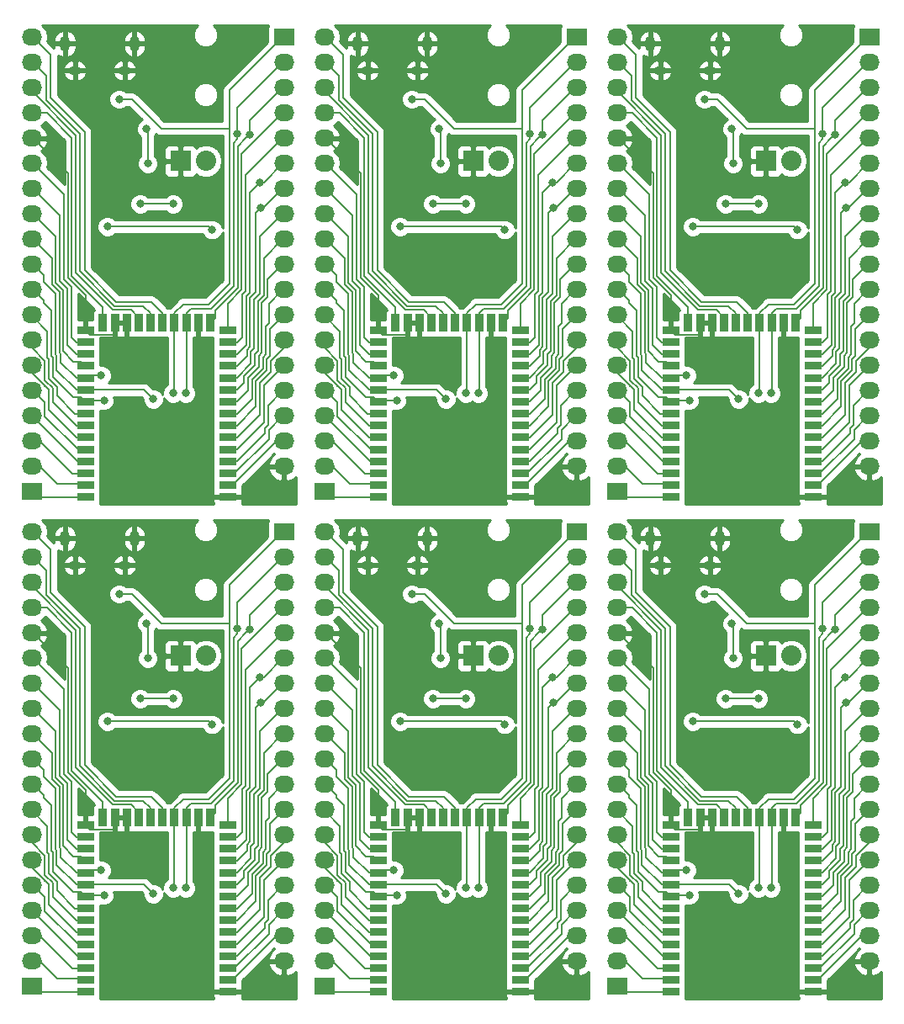
<source format=gbr>
G04 #@! TF.GenerationSoftware,KiCad,Pcbnew,5.0.0-rc2-dev-unknown-ce1bd4c~62~ubuntu16.04.1*
G04 #@! TF.CreationDate,2018-03-08T22:04:42+01:00*
G04 #@! TF.ProjectId,BM23_multi,424D32335F6D756C74692E6B69636164,rev?*
G04 #@! TF.SameCoordinates,Original*
G04 #@! TF.FileFunction,Copper,L2,Bot,Signal*
G04 #@! TF.FilePolarity,Positive*
%FSLAX46Y46*%
G04 Gerber Fmt 4.6, Leading zero omitted, Abs format (unit mm)*
G04 Created by KiCad (PCBNEW 5.0.0-rc2-dev-unknown-ce1bd4c~62~ubuntu16.04.1) date Thu Mar  8 22:04:42 2018*
%MOMM*%
%LPD*%
G01*
G04 APERTURE LIST*
%ADD10O,2.032000X1.727200*%
%ADD11R,2.032000X1.727200*%
%ADD12O,2.032000X2.032000*%
%ADD13R,2.032000X2.032000*%
%ADD14C,0.850000*%
%ADD15C,0.050000*%
%ADD16C,0.760000*%
%ADD17O,1.000000X1.550000*%
%ADD18O,1.250000X0.950000*%
%ADD19C,0.800000*%
%ADD20C,0.200000*%
%ADD21C,0.254000*%
G04 APERTURE END LIST*
D10*
X236728000Y-169164000D03*
X236728000Y-166624000D03*
X236728000Y-164084000D03*
X236728000Y-161544000D03*
X236728000Y-159004000D03*
X236728000Y-156464000D03*
X236728000Y-153924000D03*
X236728000Y-151384000D03*
X236728000Y-148844000D03*
X236728000Y-146304000D03*
X236728000Y-143764000D03*
X236728000Y-141224000D03*
X236728000Y-138684000D03*
X236728000Y-136144000D03*
X236728000Y-133604000D03*
X236728000Y-131064000D03*
X236728000Y-128524000D03*
D11*
X236728000Y-125984000D03*
D10*
X211328000Y-125984000D03*
X211328000Y-128524000D03*
X211328000Y-131064000D03*
X211328000Y-133604000D03*
X211328000Y-136144000D03*
X211328000Y-138684000D03*
X211328000Y-141224000D03*
X211328000Y-143764000D03*
X211328000Y-146304000D03*
X211328000Y-148844000D03*
X211328000Y-151384000D03*
X211328000Y-153924000D03*
X211328000Y-156464000D03*
X211328000Y-159004000D03*
X211328000Y-161544000D03*
X211328000Y-164084000D03*
X211328000Y-166624000D03*
X211328000Y-169164000D03*
D11*
X211328000Y-171704000D03*
D12*
X228854000Y-138430000D03*
D13*
X226314000Y-138430000D03*
D14*
X218508000Y-154698000D03*
D15*
G36*
X218083000Y-155548000D02*
X218083000Y-153848000D01*
X218933000Y-153848000D01*
X218933000Y-155548000D01*
X218083000Y-155548000D01*
X218083000Y-155548000D01*
G37*
D14*
X219708000Y-154698000D03*
D15*
G36*
X219283000Y-155548000D02*
X219283000Y-153848000D01*
X220133000Y-153848000D01*
X220133000Y-155548000D01*
X219283000Y-155548000D01*
X219283000Y-155548000D01*
G37*
D14*
X220908000Y-154698000D03*
D15*
G36*
X220483000Y-155548000D02*
X220483000Y-153848000D01*
X221333000Y-153848000D01*
X221333000Y-155548000D01*
X220483000Y-155548000D01*
X220483000Y-155548000D01*
G37*
D14*
X222108000Y-154698000D03*
D15*
G36*
X221683000Y-155548000D02*
X221683000Y-153848000D01*
X222533000Y-153848000D01*
X222533000Y-155548000D01*
X221683000Y-155548000D01*
X221683000Y-155548000D01*
G37*
D14*
X223308000Y-154698000D03*
D15*
G36*
X222883000Y-155548000D02*
X222883000Y-153848000D01*
X223733000Y-153848000D01*
X223733000Y-155548000D01*
X222883000Y-155548000D01*
X222883000Y-155548000D01*
G37*
D14*
X224508000Y-154698000D03*
D15*
G36*
X224083000Y-155548000D02*
X224083000Y-153848000D01*
X224933000Y-153848000D01*
X224933000Y-155548000D01*
X224083000Y-155548000D01*
X224083000Y-155548000D01*
G37*
D14*
X225708000Y-154698000D03*
D15*
G36*
X225283000Y-155548000D02*
X225283000Y-153848000D01*
X226133000Y-153848000D01*
X226133000Y-155548000D01*
X225283000Y-155548000D01*
X225283000Y-155548000D01*
G37*
D14*
X226908000Y-154698000D03*
D15*
G36*
X226483000Y-155548000D02*
X226483000Y-153848000D01*
X227333000Y-153848000D01*
X227333000Y-155548000D01*
X226483000Y-155548000D01*
X226483000Y-155548000D01*
G37*
D14*
X228108000Y-154698000D03*
D15*
G36*
X227683000Y-155548000D02*
X227683000Y-153848000D01*
X228533000Y-153848000D01*
X228533000Y-155548000D01*
X227683000Y-155548000D01*
X227683000Y-155548000D01*
G37*
D16*
X231058000Y-171048000D03*
D15*
G36*
X230208000Y-170668000D02*
X231908000Y-170668000D01*
X231908000Y-171428000D01*
X230208000Y-171428000D01*
X230208000Y-170668000D01*
X230208000Y-170668000D01*
G37*
D16*
X231058000Y-169848000D03*
D15*
G36*
X230208000Y-169468000D02*
X231908000Y-169468000D01*
X231908000Y-170228000D01*
X230208000Y-170228000D01*
X230208000Y-169468000D01*
X230208000Y-169468000D01*
G37*
D16*
X231058000Y-156648000D03*
D15*
G36*
X230208000Y-156268000D02*
X231908000Y-156268000D01*
X231908000Y-157028000D01*
X230208000Y-157028000D01*
X230208000Y-156268000D01*
X230208000Y-156268000D01*
G37*
D16*
X231058000Y-155448000D03*
D15*
G36*
X230208000Y-155068000D02*
X231908000Y-155068000D01*
X231908000Y-155828000D01*
X230208000Y-155828000D01*
X230208000Y-155068000D01*
X230208000Y-155068000D01*
G37*
D16*
X231058000Y-161448000D03*
D15*
G36*
X230208000Y-161068000D02*
X231908000Y-161068000D01*
X231908000Y-161828000D01*
X230208000Y-161828000D01*
X230208000Y-161068000D01*
X230208000Y-161068000D01*
G37*
D16*
X231058000Y-159048000D03*
D15*
G36*
X230208000Y-158668000D02*
X231908000Y-158668000D01*
X231908000Y-159428000D01*
X230208000Y-159428000D01*
X230208000Y-158668000D01*
X230208000Y-158668000D01*
G37*
D16*
X231058000Y-160248000D03*
D15*
G36*
X230208000Y-159868000D02*
X231908000Y-159868000D01*
X231908000Y-160628000D01*
X230208000Y-160628000D01*
X230208000Y-159868000D01*
X230208000Y-159868000D01*
G37*
D16*
X231058000Y-157848000D03*
D15*
G36*
X230208000Y-157468000D02*
X231908000Y-157468000D01*
X231908000Y-158228000D01*
X230208000Y-158228000D01*
X230208000Y-157468000D01*
X230208000Y-157468000D01*
G37*
D16*
X231058000Y-168648000D03*
D15*
G36*
X230208000Y-168268000D02*
X231908000Y-168268000D01*
X231908000Y-169028000D01*
X230208000Y-169028000D01*
X230208000Y-168268000D01*
X230208000Y-168268000D01*
G37*
D16*
X231058000Y-166248000D03*
D15*
G36*
X230208000Y-165868000D02*
X231908000Y-165868000D01*
X231908000Y-166628000D01*
X230208000Y-166628000D01*
X230208000Y-165868000D01*
X230208000Y-165868000D01*
G37*
D16*
X231058000Y-167448000D03*
D15*
G36*
X230208000Y-167068000D02*
X231908000Y-167068000D01*
X231908000Y-167828000D01*
X230208000Y-167828000D01*
X230208000Y-167068000D01*
X230208000Y-167068000D01*
G37*
D16*
X231058000Y-163848000D03*
D15*
G36*
X230208000Y-163468000D02*
X231908000Y-163468000D01*
X231908000Y-164228000D01*
X230208000Y-164228000D01*
X230208000Y-163468000D01*
X230208000Y-163468000D01*
G37*
D16*
X231058000Y-165048000D03*
D15*
G36*
X230208000Y-164668000D02*
X231908000Y-164668000D01*
X231908000Y-165428000D01*
X230208000Y-165428000D01*
X230208000Y-164668000D01*
X230208000Y-164668000D01*
G37*
D16*
X231058000Y-162648000D03*
D15*
G36*
X230208000Y-162268000D02*
X231908000Y-162268000D01*
X231908000Y-163028000D01*
X230208000Y-163028000D01*
X230208000Y-162268000D01*
X230208000Y-162268000D01*
G37*
D16*
X216758000Y-163848000D03*
D15*
G36*
X215908000Y-163468000D02*
X217608000Y-163468000D01*
X217608000Y-164228000D01*
X215908000Y-164228000D01*
X215908000Y-163468000D01*
X215908000Y-163468000D01*
G37*
D16*
X216758000Y-172248000D03*
D15*
G36*
X215908000Y-171868000D02*
X217608000Y-171868000D01*
X217608000Y-172628000D01*
X215908000Y-172628000D01*
X215908000Y-171868000D01*
X215908000Y-171868000D01*
G37*
D16*
X216758000Y-167448000D03*
D15*
G36*
X215908000Y-167068000D02*
X217608000Y-167068000D01*
X217608000Y-167828000D01*
X215908000Y-167828000D01*
X215908000Y-167068000D01*
X215908000Y-167068000D01*
G37*
D16*
X216758000Y-161448000D03*
D15*
G36*
X215908000Y-161068000D02*
X217608000Y-161068000D01*
X217608000Y-161828000D01*
X215908000Y-161828000D01*
X215908000Y-161068000D01*
X215908000Y-161068000D01*
G37*
D16*
X216758000Y-168648000D03*
D15*
G36*
X215908000Y-168268000D02*
X217608000Y-168268000D01*
X217608000Y-169028000D01*
X215908000Y-169028000D01*
X215908000Y-168268000D01*
X215908000Y-168268000D01*
G37*
D16*
X216758000Y-162648000D03*
D15*
G36*
X215908000Y-162268000D02*
X217608000Y-162268000D01*
X217608000Y-163028000D01*
X215908000Y-163028000D01*
X215908000Y-162268000D01*
X215908000Y-162268000D01*
G37*
D16*
X216758000Y-159048000D03*
D15*
G36*
X215908000Y-158668000D02*
X217608000Y-158668000D01*
X217608000Y-159428000D01*
X215908000Y-159428000D01*
X215908000Y-158668000D01*
X215908000Y-158668000D01*
G37*
D16*
X216758000Y-169848000D03*
D15*
G36*
X215908000Y-169468000D02*
X217608000Y-169468000D01*
X217608000Y-170228000D01*
X215908000Y-170228000D01*
X215908000Y-169468000D01*
X215908000Y-169468000D01*
G37*
D16*
X216758000Y-165048000D03*
D15*
G36*
X215908000Y-164668000D02*
X217608000Y-164668000D01*
X217608000Y-165428000D01*
X215908000Y-165428000D01*
X215908000Y-164668000D01*
X215908000Y-164668000D01*
G37*
D16*
X216758000Y-160248000D03*
D15*
G36*
X215908000Y-159868000D02*
X217608000Y-159868000D01*
X217608000Y-160628000D01*
X215908000Y-160628000D01*
X215908000Y-159868000D01*
X215908000Y-159868000D01*
G37*
D16*
X216758000Y-157848000D03*
D15*
G36*
X215908000Y-157468000D02*
X217608000Y-157468000D01*
X217608000Y-158228000D01*
X215908000Y-158228000D01*
X215908000Y-157468000D01*
X215908000Y-157468000D01*
G37*
D16*
X216758000Y-171048000D03*
D15*
G36*
X215908000Y-170668000D02*
X217608000Y-170668000D01*
X217608000Y-171428000D01*
X215908000Y-171428000D01*
X215908000Y-170668000D01*
X215908000Y-170668000D01*
G37*
D16*
X216758000Y-166248000D03*
D15*
G36*
X215908000Y-165868000D02*
X217608000Y-165868000D01*
X217608000Y-166628000D01*
X215908000Y-166628000D01*
X215908000Y-165868000D01*
X215908000Y-165868000D01*
G37*
D16*
X216758000Y-155448000D03*
D15*
G36*
X215908000Y-155068000D02*
X217608000Y-155068000D01*
X217608000Y-155828000D01*
X215908000Y-155828000D01*
X215908000Y-155068000D01*
X215908000Y-155068000D01*
G37*
D16*
X216758000Y-156648000D03*
D15*
G36*
X215908000Y-156268000D02*
X217608000Y-156268000D01*
X217608000Y-157028000D01*
X215908000Y-157028000D01*
X215908000Y-156268000D01*
X215908000Y-156268000D01*
G37*
D14*
X229308000Y-154698000D03*
D15*
G36*
X228883000Y-155548000D02*
X228883000Y-153848000D01*
X229733000Y-153848000D01*
X229733000Y-155548000D01*
X228883000Y-155548000D01*
X228883000Y-155548000D01*
G37*
D16*
X231058000Y-172248000D03*
D15*
G36*
X230208000Y-171868000D02*
X231908000Y-171868000D01*
X231908000Y-172628000D01*
X230208000Y-172628000D01*
X230208000Y-171868000D01*
X230208000Y-171868000D01*
G37*
D17*
X214686900Y-126624540D03*
X221686900Y-126624540D03*
D18*
X215686900Y-129324540D03*
X220686900Y-129324540D03*
D10*
X207264000Y-169164000D03*
X207264000Y-166624000D03*
X207264000Y-164084000D03*
X207264000Y-161544000D03*
X207264000Y-159004000D03*
X207264000Y-156464000D03*
X207264000Y-153924000D03*
X207264000Y-151384000D03*
X207264000Y-148844000D03*
X207264000Y-146304000D03*
X207264000Y-143764000D03*
X207264000Y-141224000D03*
X207264000Y-138684000D03*
X207264000Y-136144000D03*
X207264000Y-133604000D03*
X207264000Y-131064000D03*
X207264000Y-128524000D03*
D11*
X207264000Y-125984000D03*
D10*
X181864000Y-125984000D03*
X181864000Y-128524000D03*
X181864000Y-131064000D03*
X181864000Y-133604000D03*
X181864000Y-136144000D03*
X181864000Y-138684000D03*
X181864000Y-141224000D03*
X181864000Y-143764000D03*
X181864000Y-146304000D03*
X181864000Y-148844000D03*
X181864000Y-151384000D03*
X181864000Y-153924000D03*
X181864000Y-156464000D03*
X181864000Y-159004000D03*
X181864000Y-161544000D03*
X181864000Y-164084000D03*
X181864000Y-166624000D03*
X181864000Y-169164000D03*
D11*
X181864000Y-171704000D03*
D12*
X199390000Y-138430000D03*
D13*
X196850000Y-138430000D03*
D14*
X189044000Y-154698000D03*
D15*
G36*
X188619000Y-155548000D02*
X188619000Y-153848000D01*
X189469000Y-153848000D01*
X189469000Y-155548000D01*
X188619000Y-155548000D01*
X188619000Y-155548000D01*
G37*
D14*
X190244000Y-154698000D03*
D15*
G36*
X189819000Y-155548000D02*
X189819000Y-153848000D01*
X190669000Y-153848000D01*
X190669000Y-155548000D01*
X189819000Y-155548000D01*
X189819000Y-155548000D01*
G37*
D14*
X191444000Y-154698000D03*
D15*
G36*
X191019000Y-155548000D02*
X191019000Y-153848000D01*
X191869000Y-153848000D01*
X191869000Y-155548000D01*
X191019000Y-155548000D01*
X191019000Y-155548000D01*
G37*
D14*
X192644000Y-154698000D03*
D15*
G36*
X192219000Y-155548000D02*
X192219000Y-153848000D01*
X193069000Y-153848000D01*
X193069000Y-155548000D01*
X192219000Y-155548000D01*
X192219000Y-155548000D01*
G37*
D14*
X193844000Y-154698000D03*
D15*
G36*
X193419000Y-155548000D02*
X193419000Y-153848000D01*
X194269000Y-153848000D01*
X194269000Y-155548000D01*
X193419000Y-155548000D01*
X193419000Y-155548000D01*
G37*
D14*
X195044000Y-154698000D03*
D15*
G36*
X194619000Y-155548000D02*
X194619000Y-153848000D01*
X195469000Y-153848000D01*
X195469000Y-155548000D01*
X194619000Y-155548000D01*
X194619000Y-155548000D01*
G37*
D14*
X196244000Y-154698000D03*
D15*
G36*
X195819000Y-155548000D02*
X195819000Y-153848000D01*
X196669000Y-153848000D01*
X196669000Y-155548000D01*
X195819000Y-155548000D01*
X195819000Y-155548000D01*
G37*
D14*
X197444000Y-154698000D03*
D15*
G36*
X197019000Y-155548000D02*
X197019000Y-153848000D01*
X197869000Y-153848000D01*
X197869000Y-155548000D01*
X197019000Y-155548000D01*
X197019000Y-155548000D01*
G37*
D14*
X198644000Y-154698000D03*
D15*
G36*
X198219000Y-155548000D02*
X198219000Y-153848000D01*
X199069000Y-153848000D01*
X199069000Y-155548000D01*
X198219000Y-155548000D01*
X198219000Y-155548000D01*
G37*
D16*
X201594000Y-171048000D03*
D15*
G36*
X200744000Y-170668000D02*
X202444000Y-170668000D01*
X202444000Y-171428000D01*
X200744000Y-171428000D01*
X200744000Y-170668000D01*
X200744000Y-170668000D01*
G37*
D16*
X201594000Y-169848000D03*
D15*
G36*
X200744000Y-169468000D02*
X202444000Y-169468000D01*
X202444000Y-170228000D01*
X200744000Y-170228000D01*
X200744000Y-169468000D01*
X200744000Y-169468000D01*
G37*
D16*
X201594000Y-156648000D03*
D15*
G36*
X200744000Y-156268000D02*
X202444000Y-156268000D01*
X202444000Y-157028000D01*
X200744000Y-157028000D01*
X200744000Y-156268000D01*
X200744000Y-156268000D01*
G37*
D16*
X201594000Y-155448000D03*
D15*
G36*
X200744000Y-155068000D02*
X202444000Y-155068000D01*
X202444000Y-155828000D01*
X200744000Y-155828000D01*
X200744000Y-155068000D01*
X200744000Y-155068000D01*
G37*
D16*
X201594000Y-161448000D03*
D15*
G36*
X200744000Y-161068000D02*
X202444000Y-161068000D01*
X202444000Y-161828000D01*
X200744000Y-161828000D01*
X200744000Y-161068000D01*
X200744000Y-161068000D01*
G37*
D16*
X201594000Y-159048000D03*
D15*
G36*
X200744000Y-158668000D02*
X202444000Y-158668000D01*
X202444000Y-159428000D01*
X200744000Y-159428000D01*
X200744000Y-158668000D01*
X200744000Y-158668000D01*
G37*
D16*
X201594000Y-160248000D03*
D15*
G36*
X200744000Y-159868000D02*
X202444000Y-159868000D01*
X202444000Y-160628000D01*
X200744000Y-160628000D01*
X200744000Y-159868000D01*
X200744000Y-159868000D01*
G37*
D16*
X201594000Y-157848000D03*
D15*
G36*
X200744000Y-157468000D02*
X202444000Y-157468000D01*
X202444000Y-158228000D01*
X200744000Y-158228000D01*
X200744000Y-157468000D01*
X200744000Y-157468000D01*
G37*
D16*
X201594000Y-168648000D03*
D15*
G36*
X200744000Y-168268000D02*
X202444000Y-168268000D01*
X202444000Y-169028000D01*
X200744000Y-169028000D01*
X200744000Y-168268000D01*
X200744000Y-168268000D01*
G37*
D16*
X201594000Y-166248000D03*
D15*
G36*
X200744000Y-165868000D02*
X202444000Y-165868000D01*
X202444000Y-166628000D01*
X200744000Y-166628000D01*
X200744000Y-165868000D01*
X200744000Y-165868000D01*
G37*
D16*
X201594000Y-167448000D03*
D15*
G36*
X200744000Y-167068000D02*
X202444000Y-167068000D01*
X202444000Y-167828000D01*
X200744000Y-167828000D01*
X200744000Y-167068000D01*
X200744000Y-167068000D01*
G37*
D16*
X201594000Y-163848000D03*
D15*
G36*
X200744000Y-163468000D02*
X202444000Y-163468000D01*
X202444000Y-164228000D01*
X200744000Y-164228000D01*
X200744000Y-163468000D01*
X200744000Y-163468000D01*
G37*
D16*
X201594000Y-165048000D03*
D15*
G36*
X200744000Y-164668000D02*
X202444000Y-164668000D01*
X202444000Y-165428000D01*
X200744000Y-165428000D01*
X200744000Y-164668000D01*
X200744000Y-164668000D01*
G37*
D16*
X201594000Y-162648000D03*
D15*
G36*
X200744000Y-162268000D02*
X202444000Y-162268000D01*
X202444000Y-163028000D01*
X200744000Y-163028000D01*
X200744000Y-162268000D01*
X200744000Y-162268000D01*
G37*
D16*
X187294000Y-163848000D03*
D15*
G36*
X186444000Y-163468000D02*
X188144000Y-163468000D01*
X188144000Y-164228000D01*
X186444000Y-164228000D01*
X186444000Y-163468000D01*
X186444000Y-163468000D01*
G37*
D16*
X187294000Y-172248000D03*
D15*
G36*
X186444000Y-171868000D02*
X188144000Y-171868000D01*
X188144000Y-172628000D01*
X186444000Y-172628000D01*
X186444000Y-171868000D01*
X186444000Y-171868000D01*
G37*
D16*
X187294000Y-167448000D03*
D15*
G36*
X186444000Y-167068000D02*
X188144000Y-167068000D01*
X188144000Y-167828000D01*
X186444000Y-167828000D01*
X186444000Y-167068000D01*
X186444000Y-167068000D01*
G37*
D16*
X187294000Y-161448000D03*
D15*
G36*
X186444000Y-161068000D02*
X188144000Y-161068000D01*
X188144000Y-161828000D01*
X186444000Y-161828000D01*
X186444000Y-161068000D01*
X186444000Y-161068000D01*
G37*
D16*
X187294000Y-168648000D03*
D15*
G36*
X186444000Y-168268000D02*
X188144000Y-168268000D01*
X188144000Y-169028000D01*
X186444000Y-169028000D01*
X186444000Y-168268000D01*
X186444000Y-168268000D01*
G37*
D16*
X187294000Y-162648000D03*
D15*
G36*
X186444000Y-162268000D02*
X188144000Y-162268000D01*
X188144000Y-163028000D01*
X186444000Y-163028000D01*
X186444000Y-162268000D01*
X186444000Y-162268000D01*
G37*
D16*
X187294000Y-159048000D03*
D15*
G36*
X186444000Y-158668000D02*
X188144000Y-158668000D01*
X188144000Y-159428000D01*
X186444000Y-159428000D01*
X186444000Y-158668000D01*
X186444000Y-158668000D01*
G37*
D16*
X187294000Y-169848000D03*
D15*
G36*
X186444000Y-169468000D02*
X188144000Y-169468000D01*
X188144000Y-170228000D01*
X186444000Y-170228000D01*
X186444000Y-169468000D01*
X186444000Y-169468000D01*
G37*
D16*
X187294000Y-165048000D03*
D15*
G36*
X186444000Y-164668000D02*
X188144000Y-164668000D01*
X188144000Y-165428000D01*
X186444000Y-165428000D01*
X186444000Y-164668000D01*
X186444000Y-164668000D01*
G37*
D16*
X187294000Y-160248000D03*
D15*
G36*
X186444000Y-159868000D02*
X188144000Y-159868000D01*
X188144000Y-160628000D01*
X186444000Y-160628000D01*
X186444000Y-159868000D01*
X186444000Y-159868000D01*
G37*
D16*
X187294000Y-157848000D03*
D15*
G36*
X186444000Y-157468000D02*
X188144000Y-157468000D01*
X188144000Y-158228000D01*
X186444000Y-158228000D01*
X186444000Y-157468000D01*
X186444000Y-157468000D01*
G37*
D16*
X187294000Y-171048000D03*
D15*
G36*
X186444000Y-170668000D02*
X188144000Y-170668000D01*
X188144000Y-171428000D01*
X186444000Y-171428000D01*
X186444000Y-170668000D01*
X186444000Y-170668000D01*
G37*
D16*
X187294000Y-166248000D03*
D15*
G36*
X186444000Y-165868000D02*
X188144000Y-165868000D01*
X188144000Y-166628000D01*
X186444000Y-166628000D01*
X186444000Y-165868000D01*
X186444000Y-165868000D01*
G37*
D16*
X187294000Y-155448000D03*
D15*
G36*
X186444000Y-155068000D02*
X188144000Y-155068000D01*
X188144000Y-155828000D01*
X186444000Y-155828000D01*
X186444000Y-155068000D01*
X186444000Y-155068000D01*
G37*
D16*
X187294000Y-156648000D03*
D15*
G36*
X186444000Y-156268000D02*
X188144000Y-156268000D01*
X188144000Y-157028000D01*
X186444000Y-157028000D01*
X186444000Y-156268000D01*
X186444000Y-156268000D01*
G37*
D14*
X199844000Y-154698000D03*
D15*
G36*
X199419000Y-155548000D02*
X199419000Y-153848000D01*
X200269000Y-153848000D01*
X200269000Y-155548000D01*
X199419000Y-155548000D01*
X199419000Y-155548000D01*
G37*
D16*
X201594000Y-172248000D03*
D15*
G36*
X200744000Y-171868000D02*
X202444000Y-171868000D01*
X202444000Y-172628000D01*
X200744000Y-172628000D01*
X200744000Y-171868000D01*
X200744000Y-171868000D01*
G37*
D17*
X185222900Y-126624540D03*
X192222900Y-126624540D03*
D18*
X186222900Y-129324540D03*
X191222900Y-129324540D03*
D10*
X177800000Y-169164000D03*
X177800000Y-166624000D03*
X177800000Y-164084000D03*
X177800000Y-161544000D03*
X177800000Y-159004000D03*
X177800000Y-156464000D03*
X177800000Y-153924000D03*
X177800000Y-151384000D03*
X177800000Y-148844000D03*
X177800000Y-146304000D03*
X177800000Y-143764000D03*
X177800000Y-141224000D03*
X177800000Y-138684000D03*
X177800000Y-136144000D03*
X177800000Y-133604000D03*
X177800000Y-131064000D03*
X177800000Y-128524000D03*
D11*
X177800000Y-125984000D03*
D10*
X152400000Y-125984000D03*
X152400000Y-128524000D03*
X152400000Y-131064000D03*
X152400000Y-133604000D03*
X152400000Y-136144000D03*
X152400000Y-138684000D03*
X152400000Y-141224000D03*
X152400000Y-143764000D03*
X152400000Y-146304000D03*
X152400000Y-148844000D03*
X152400000Y-151384000D03*
X152400000Y-153924000D03*
X152400000Y-156464000D03*
X152400000Y-159004000D03*
X152400000Y-161544000D03*
X152400000Y-164084000D03*
X152400000Y-166624000D03*
X152400000Y-169164000D03*
D11*
X152400000Y-171704000D03*
D12*
X169926000Y-138430000D03*
D13*
X167386000Y-138430000D03*
D14*
X159580000Y-154698000D03*
D15*
G36*
X159155000Y-155548000D02*
X159155000Y-153848000D01*
X160005000Y-153848000D01*
X160005000Y-155548000D01*
X159155000Y-155548000D01*
X159155000Y-155548000D01*
G37*
D14*
X160780000Y-154698000D03*
D15*
G36*
X160355000Y-155548000D02*
X160355000Y-153848000D01*
X161205000Y-153848000D01*
X161205000Y-155548000D01*
X160355000Y-155548000D01*
X160355000Y-155548000D01*
G37*
D14*
X161980000Y-154698000D03*
D15*
G36*
X161555000Y-155548000D02*
X161555000Y-153848000D01*
X162405000Y-153848000D01*
X162405000Y-155548000D01*
X161555000Y-155548000D01*
X161555000Y-155548000D01*
G37*
D14*
X163180000Y-154698000D03*
D15*
G36*
X162755000Y-155548000D02*
X162755000Y-153848000D01*
X163605000Y-153848000D01*
X163605000Y-155548000D01*
X162755000Y-155548000D01*
X162755000Y-155548000D01*
G37*
D14*
X164380000Y-154698000D03*
D15*
G36*
X163955000Y-155548000D02*
X163955000Y-153848000D01*
X164805000Y-153848000D01*
X164805000Y-155548000D01*
X163955000Y-155548000D01*
X163955000Y-155548000D01*
G37*
D14*
X165580000Y-154698000D03*
D15*
G36*
X165155000Y-155548000D02*
X165155000Y-153848000D01*
X166005000Y-153848000D01*
X166005000Y-155548000D01*
X165155000Y-155548000D01*
X165155000Y-155548000D01*
G37*
D14*
X166780000Y-154698000D03*
D15*
G36*
X166355000Y-155548000D02*
X166355000Y-153848000D01*
X167205000Y-153848000D01*
X167205000Y-155548000D01*
X166355000Y-155548000D01*
X166355000Y-155548000D01*
G37*
D14*
X167980000Y-154698000D03*
D15*
G36*
X167555000Y-155548000D02*
X167555000Y-153848000D01*
X168405000Y-153848000D01*
X168405000Y-155548000D01*
X167555000Y-155548000D01*
X167555000Y-155548000D01*
G37*
D14*
X169180000Y-154698000D03*
D15*
G36*
X168755000Y-155548000D02*
X168755000Y-153848000D01*
X169605000Y-153848000D01*
X169605000Y-155548000D01*
X168755000Y-155548000D01*
X168755000Y-155548000D01*
G37*
D16*
X172130000Y-171048000D03*
D15*
G36*
X171280000Y-170668000D02*
X172980000Y-170668000D01*
X172980000Y-171428000D01*
X171280000Y-171428000D01*
X171280000Y-170668000D01*
X171280000Y-170668000D01*
G37*
D16*
X172130000Y-169848000D03*
D15*
G36*
X171280000Y-169468000D02*
X172980000Y-169468000D01*
X172980000Y-170228000D01*
X171280000Y-170228000D01*
X171280000Y-169468000D01*
X171280000Y-169468000D01*
G37*
D16*
X172130000Y-156648000D03*
D15*
G36*
X171280000Y-156268000D02*
X172980000Y-156268000D01*
X172980000Y-157028000D01*
X171280000Y-157028000D01*
X171280000Y-156268000D01*
X171280000Y-156268000D01*
G37*
D16*
X172130000Y-155448000D03*
D15*
G36*
X171280000Y-155068000D02*
X172980000Y-155068000D01*
X172980000Y-155828000D01*
X171280000Y-155828000D01*
X171280000Y-155068000D01*
X171280000Y-155068000D01*
G37*
D16*
X172130000Y-161448000D03*
D15*
G36*
X171280000Y-161068000D02*
X172980000Y-161068000D01*
X172980000Y-161828000D01*
X171280000Y-161828000D01*
X171280000Y-161068000D01*
X171280000Y-161068000D01*
G37*
D16*
X172130000Y-159048000D03*
D15*
G36*
X171280000Y-158668000D02*
X172980000Y-158668000D01*
X172980000Y-159428000D01*
X171280000Y-159428000D01*
X171280000Y-158668000D01*
X171280000Y-158668000D01*
G37*
D16*
X172130000Y-160248000D03*
D15*
G36*
X171280000Y-159868000D02*
X172980000Y-159868000D01*
X172980000Y-160628000D01*
X171280000Y-160628000D01*
X171280000Y-159868000D01*
X171280000Y-159868000D01*
G37*
D16*
X172130000Y-157848000D03*
D15*
G36*
X171280000Y-157468000D02*
X172980000Y-157468000D01*
X172980000Y-158228000D01*
X171280000Y-158228000D01*
X171280000Y-157468000D01*
X171280000Y-157468000D01*
G37*
D16*
X172130000Y-168648000D03*
D15*
G36*
X171280000Y-168268000D02*
X172980000Y-168268000D01*
X172980000Y-169028000D01*
X171280000Y-169028000D01*
X171280000Y-168268000D01*
X171280000Y-168268000D01*
G37*
D16*
X172130000Y-166248000D03*
D15*
G36*
X171280000Y-165868000D02*
X172980000Y-165868000D01*
X172980000Y-166628000D01*
X171280000Y-166628000D01*
X171280000Y-165868000D01*
X171280000Y-165868000D01*
G37*
D16*
X172130000Y-167448000D03*
D15*
G36*
X171280000Y-167068000D02*
X172980000Y-167068000D01*
X172980000Y-167828000D01*
X171280000Y-167828000D01*
X171280000Y-167068000D01*
X171280000Y-167068000D01*
G37*
D16*
X172130000Y-163848000D03*
D15*
G36*
X171280000Y-163468000D02*
X172980000Y-163468000D01*
X172980000Y-164228000D01*
X171280000Y-164228000D01*
X171280000Y-163468000D01*
X171280000Y-163468000D01*
G37*
D16*
X172130000Y-165048000D03*
D15*
G36*
X171280000Y-164668000D02*
X172980000Y-164668000D01*
X172980000Y-165428000D01*
X171280000Y-165428000D01*
X171280000Y-164668000D01*
X171280000Y-164668000D01*
G37*
D16*
X172130000Y-162648000D03*
D15*
G36*
X171280000Y-162268000D02*
X172980000Y-162268000D01*
X172980000Y-163028000D01*
X171280000Y-163028000D01*
X171280000Y-162268000D01*
X171280000Y-162268000D01*
G37*
D16*
X157830000Y-163848000D03*
D15*
G36*
X156980000Y-163468000D02*
X158680000Y-163468000D01*
X158680000Y-164228000D01*
X156980000Y-164228000D01*
X156980000Y-163468000D01*
X156980000Y-163468000D01*
G37*
D16*
X157830000Y-172248000D03*
D15*
G36*
X156980000Y-171868000D02*
X158680000Y-171868000D01*
X158680000Y-172628000D01*
X156980000Y-172628000D01*
X156980000Y-171868000D01*
X156980000Y-171868000D01*
G37*
D16*
X157830000Y-167448000D03*
D15*
G36*
X156980000Y-167068000D02*
X158680000Y-167068000D01*
X158680000Y-167828000D01*
X156980000Y-167828000D01*
X156980000Y-167068000D01*
X156980000Y-167068000D01*
G37*
D16*
X157830000Y-161448000D03*
D15*
G36*
X156980000Y-161068000D02*
X158680000Y-161068000D01*
X158680000Y-161828000D01*
X156980000Y-161828000D01*
X156980000Y-161068000D01*
X156980000Y-161068000D01*
G37*
D16*
X157830000Y-168648000D03*
D15*
G36*
X156980000Y-168268000D02*
X158680000Y-168268000D01*
X158680000Y-169028000D01*
X156980000Y-169028000D01*
X156980000Y-168268000D01*
X156980000Y-168268000D01*
G37*
D16*
X157830000Y-162648000D03*
D15*
G36*
X156980000Y-162268000D02*
X158680000Y-162268000D01*
X158680000Y-163028000D01*
X156980000Y-163028000D01*
X156980000Y-162268000D01*
X156980000Y-162268000D01*
G37*
D16*
X157830000Y-159048000D03*
D15*
G36*
X156980000Y-158668000D02*
X158680000Y-158668000D01*
X158680000Y-159428000D01*
X156980000Y-159428000D01*
X156980000Y-158668000D01*
X156980000Y-158668000D01*
G37*
D16*
X157830000Y-169848000D03*
D15*
G36*
X156980000Y-169468000D02*
X158680000Y-169468000D01*
X158680000Y-170228000D01*
X156980000Y-170228000D01*
X156980000Y-169468000D01*
X156980000Y-169468000D01*
G37*
D16*
X157830000Y-165048000D03*
D15*
G36*
X156980000Y-164668000D02*
X158680000Y-164668000D01*
X158680000Y-165428000D01*
X156980000Y-165428000D01*
X156980000Y-164668000D01*
X156980000Y-164668000D01*
G37*
D16*
X157830000Y-160248000D03*
D15*
G36*
X156980000Y-159868000D02*
X158680000Y-159868000D01*
X158680000Y-160628000D01*
X156980000Y-160628000D01*
X156980000Y-159868000D01*
X156980000Y-159868000D01*
G37*
D16*
X157830000Y-157848000D03*
D15*
G36*
X156980000Y-157468000D02*
X158680000Y-157468000D01*
X158680000Y-158228000D01*
X156980000Y-158228000D01*
X156980000Y-157468000D01*
X156980000Y-157468000D01*
G37*
D16*
X157830000Y-171048000D03*
D15*
G36*
X156980000Y-170668000D02*
X158680000Y-170668000D01*
X158680000Y-171428000D01*
X156980000Y-171428000D01*
X156980000Y-170668000D01*
X156980000Y-170668000D01*
G37*
D16*
X157830000Y-166248000D03*
D15*
G36*
X156980000Y-165868000D02*
X158680000Y-165868000D01*
X158680000Y-166628000D01*
X156980000Y-166628000D01*
X156980000Y-165868000D01*
X156980000Y-165868000D01*
G37*
D16*
X157830000Y-155448000D03*
D15*
G36*
X156980000Y-155068000D02*
X158680000Y-155068000D01*
X158680000Y-155828000D01*
X156980000Y-155828000D01*
X156980000Y-155068000D01*
X156980000Y-155068000D01*
G37*
D16*
X157830000Y-156648000D03*
D15*
G36*
X156980000Y-156268000D02*
X158680000Y-156268000D01*
X158680000Y-157028000D01*
X156980000Y-157028000D01*
X156980000Y-156268000D01*
X156980000Y-156268000D01*
G37*
D14*
X170380000Y-154698000D03*
D15*
G36*
X169955000Y-155548000D02*
X169955000Y-153848000D01*
X170805000Y-153848000D01*
X170805000Y-155548000D01*
X169955000Y-155548000D01*
X169955000Y-155548000D01*
G37*
D16*
X172130000Y-172248000D03*
D15*
G36*
X171280000Y-171868000D02*
X172980000Y-171868000D01*
X172980000Y-172628000D01*
X171280000Y-172628000D01*
X171280000Y-171868000D01*
X171280000Y-171868000D01*
G37*
D17*
X155758900Y-126624540D03*
X162758900Y-126624540D03*
D18*
X156758900Y-129324540D03*
X161758900Y-129324540D03*
D10*
X236728000Y-119380000D03*
X236728000Y-116840000D03*
X236728000Y-114300000D03*
X236728000Y-111760000D03*
X236728000Y-109220000D03*
X236728000Y-106680000D03*
X236728000Y-104140000D03*
X236728000Y-101600000D03*
X236728000Y-99060000D03*
X236728000Y-96520000D03*
X236728000Y-93980000D03*
X236728000Y-91440000D03*
X236728000Y-88900000D03*
X236728000Y-86360000D03*
X236728000Y-83820000D03*
X236728000Y-81280000D03*
X236728000Y-78740000D03*
D11*
X236728000Y-76200000D03*
D10*
X211328000Y-76200000D03*
X211328000Y-78740000D03*
X211328000Y-81280000D03*
X211328000Y-83820000D03*
X211328000Y-86360000D03*
X211328000Y-88900000D03*
X211328000Y-91440000D03*
X211328000Y-93980000D03*
X211328000Y-96520000D03*
X211328000Y-99060000D03*
X211328000Y-101600000D03*
X211328000Y-104140000D03*
X211328000Y-106680000D03*
X211328000Y-109220000D03*
X211328000Y-111760000D03*
X211328000Y-114300000D03*
X211328000Y-116840000D03*
X211328000Y-119380000D03*
D11*
X211328000Y-121920000D03*
D12*
X228854000Y-88646000D03*
D13*
X226314000Y-88646000D03*
D14*
X218508000Y-104914000D03*
D15*
G36*
X218083000Y-105764000D02*
X218083000Y-104064000D01*
X218933000Y-104064000D01*
X218933000Y-105764000D01*
X218083000Y-105764000D01*
X218083000Y-105764000D01*
G37*
D14*
X219708000Y-104914000D03*
D15*
G36*
X219283000Y-105764000D02*
X219283000Y-104064000D01*
X220133000Y-104064000D01*
X220133000Y-105764000D01*
X219283000Y-105764000D01*
X219283000Y-105764000D01*
G37*
D14*
X220908000Y-104914000D03*
D15*
G36*
X220483000Y-105764000D02*
X220483000Y-104064000D01*
X221333000Y-104064000D01*
X221333000Y-105764000D01*
X220483000Y-105764000D01*
X220483000Y-105764000D01*
G37*
D14*
X222108000Y-104914000D03*
D15*
G36*
X221683000Y-105764000D02*
X221683000Y-104064000D01*
X222533000Y-104064000D01*
X222533000Y-105764000D01*
X221683000Y-105764000D01*
X221683000Y-105764000D01*
G37*
D14*
X223308000Y-104914000D03*
D15*
G36*
X222883000Y-105764000D02*
X222883000Y-104064000D01*
X223733000Y-104064000D01*
X223733000Y-105764000D01*
X222883000Y-105764000D01*
X222883000Y-105764000D01*
G37*
D14*
X224508000Y-104914000D03*
D15*
G36*
X224083000Y-105764000D02*
X224083000Y-104064000D01*
X224933000Y-104064000D01*
X224933000Y-105764000D01*
X224083000Y-105764000D01*
X224083000Y-105764000D01*
G37*
D14*
X225708000Y-104914000D03*
D15*
G36*
X225283000Y-105764000D02*
X225283000Y-104064000D01*
X226133000Y-104064000D01*
X226133000Y-105764000D01*
X225283000Y-105764000D01*
X225283000Y-105764000D01*
G37*
D14*
X226908000Y-104914000D03*
D15*
G36*
X226483000Y-105764000D02*
X226483000Y-104064000D01*
X227333000Y-104064000D01*
X227333000Y-105764000D01*
X226483000Y-105764000D01*
X226483000Y-105764000D01*
G37*
D14*
X228108000Y-104914000D03*
D15*
G36*
X227683000Y-105764000D02*
X227683000Y-104064000D01*
X228533000Y-104064000D01*
X228533000Y-105764000D01*
X227683000Y-105764000D01*
X227683000Y-105764000D01*
G37*
D16*
X231058000Y-121264000D03*
D15*
G36*
X230208000Y-120884000D02*
X231908000Y-120884000D01*
X231908000Y-121644000D01*
X230208000Y-121644000D01*
X230208000Y-120884000D01*
X230208000Y-120884000D01*
G37*
D16*
X231058000Y-120064000D03*
D15*
G36*
X230208000Y-119684000D02*
X231908000Y-119684000D01*
X231908000Y-120444000D01*
X230208000Y-120444000D01*
X230208000Y-119684000D01*
X230208000Y-119684000D01*
G37*
D16*
X231058000Y-106864000D03*
D15*
G36*
X230208000Y-106484000D02*
X231908000Y-106484000D01*
X231908000Y-107244000D01*
X230208000Y-107244000D01*
X230208000Y-106484000D01*
X230208000Y-106484000D01*
G37*
D16*
X231058000Y-105664000D03*
D15*
G36*
X230208000Y-105284000D02*
X231908000Y-105284000D01*
X231908000Y-106044000D01*
X230208000Y-106044000D01*
X230208000Y-105284000D01*
X230208000Y-105284000D01*
G37*
D16*
X231058000Y-111664000D03*
D15*
G36*
X230208000Y-111284000D02*
X231908000Y-111284000D01*
X231908000Y-112044000D01*
X230208000Y-112044000D01*
X230208000Y-111284000D01*
X230208000Y-111284000D01*
G37*
D16*
X231058000Y-109264000D03*
D15*
G36*
X230208000Y-108884000D02*
X231908000Y-108884000D01*
X231908000Y-109644000D01*
X230208000Y-109644000D01*
X230208000Y-108884000D01*
X230208000Y-108884000D01*
G37*
D16*
X231058000Y-110464000D03*
D15*
G36*
X230208000Y-110084000D02*
X231908000Y-110084000D01*
X231908000Y-110844000D01*
X230208000Y-110844000D01*
X230208000Y-110084000D01*
X230208000Y-110084000D01*
G37*
D16*
X231058000Y-108064000D03*
D15*
G36*
X230208000Y-107684000D02*
X231908000Y-107684000D01*
X231908000Y-108444000D01*
X230208000Y-108444000D01*
X230208000Y-107684000D01*
X230208000Y-107684000D01*
G37*
D16*
X231058000Y-118864000D03*
D15*
G36*
X230208000Y-118484000D02*
X231908000Y-118484000D01*
X231908000Y-119244000D01*
X230208000Y-119244000D01*
X230208000Y-118484000D01*
X230208000Y-118484000D01*
G37*
D16*
X231058000Y-116464000D03*
D15*
G36*
X230208000Y-116084000D02*
X231908000Y-116084000D01*
X231908000Y-116844000D01*
X230208000Y-116844000D01*
X230208000Y-116084000D01*
X230208000Y-116084000D01*
G37*
D16*
X231058000Y-117664000D03*
D15*
G36*
X230208000Y-117284000D02*
X231908000Y-117284000D01*
X231908000Y-118044000D01*
X230208000Y-118044000D01*
X230208000Y-117284000D01*
X230208000Y-117284000D01*
G37*
D16*
X231058000Y-114064000D03*
D15*
G36*
X230208000Y-113684000D02*
X231908000Y-113684000D01*
X231908000Y-114444000D01*
X230208000Y-114444000D01*
X230208000Y-113684000D01*
X230208000Y-113684000D01*
G37*
D16*
X231058000Y-115264000D03*
D15*
G36*
X230208000Y-114884000D02*
X231908000Y-114884000D01*
X231908000Y-115644000D01*
X230208000Y-115644000D01*
X230208000Y-114884000D01*
X230208000Y-114884000D01*
G37*
D16*
X231058000Y-112864000D03*
D15*
G36*
X230208000Y-112484000D02*
X231908000Y-112484000D01*
X231908000Y-113244000D01*
X230208000Y-113244000D01*
X230208000Y-112484000D01*
X230208000Y-112484000D01*
G37*
D16*
X216758000Y-114064000D03*
D15*
G36*
X215908000Y-113684000D02*
X217608000Y-113684000D01*
X217608000Y-114444000D01*
X215908000Y-114444000D01*
X215908000Y-113684000D01*
X215908000Y-113684000D01*
G37*
D16*
X216758000Y-122464000D03*
D15*
G36*
X215908000Y-122084000D02*
X217608000Y-122084000D01*
X217608000Y-122844000D01*
X215908000Y-122844000D01*
X215908000Y-122084000D01*
X215908000Y-122084000D01*
G37*
D16*
X216758000Y-117664000D03*
D15*
G36*
X215908000Y-117284000D02*
X217608000Y-117284000D01*
X217608000Y-118044000D01*
X215908000Y-118044000D01*
X215908000Y-117284000D01*
X215908000Y-117284000D01*
G37*
D16*
X216758000Y-111664000D03*
D15*
G36*
X215908000Y-111284000D02*
X217608000Y-111284000D01*
X217608000Y-112044000D01*
X215908000Y-112044000D01*
X215908000Y-111284000D01*
X215908000Y-111284000D01*
G37*
D16*
X216758000Y-118864000D03*
D15*
G36*
X215908000Y-118484000D02*
X217608000Y-118484000D01*
X217608000Y-119244000D01*
X215908000Y-119244000D01*
X215908000Y-118484000D01*
X215908000Y-118484000D01*
G37*
D16*
X216758000Y-112864000D03*
D15*
G36*
X215908000Y-112484000D02*
X217608000Y-112484000D01*
X217608000Y-113244000D01*
X215908000Y-113244000D01*
X215908000Y-112484000D01*
X215908000Y-112484000D01*
G37*
D16*
X216758000Y-109264000D03*
D15*
G36*
X215908000Y-108884000D02*
X217608000Y-108884000D01*
X217608000Y-109644000D01*
X215908000Y-109644000D01*
X215908000Y-108884000D01*
X215908000Y-108884000D01*
G37*
D16*
X216758000Y-120064000D03*
D15*
G36*
X215908000Y-119684000D02*
X217608000Y-119684000D01*
X217608000Y-120444000D01*
X215908000Y-120444000D01*
X215908000Y-119684000D01*
X215908000Y-119684000D01*
G37*
D16*
X216758000Y-115264000D03*
D15*
G36*
X215908000Y-114884000D02*
X217608000Y-114884000D01*
X217608000Y-115644000D01*
X215908000Y-115644000D01*
X215908000Y-114884000D01*
X215908000Y-114884000D01*
G37*
D16*
X216758000Y-110464000D03*
D15*
G36*
X215908000Y-110084000D02*
X217608000Y-110084000D01*
X217608000Y-110844000D01*
X215908000Y-110844000D01*
X215908000Y-110084000D01*
X215908000Y-110084000D01*
G37*
D16*
X216758000Y-108064000D03*
D15*
G36*
X215908000Y-107684000D02*
X217608000Y-107684000D01*
X217608000Y-108444000D01*
X215908000Y-108444000D01*
X215908000Y-107684000D01*
X215908000Y-107684000D01*
G37*
D16*
X216758000Y-121264000D03*
D15*
G36*
X215908000Y-120884000D02*
X217608000Y-120884000D01*
X217608000Y-121644000D01*
X215908000Y-121644000D01*
X215908000Y-120884000D01*
X215908000Y-120884000D01*
G37*
D16*
X216758000Y-116464000D03*
D15*
G36*
X215908000Y-116084000D02*
X217608000Y-116084000D01*
X217608000Y-116844000D01*
X215908000Y-116844000D01*
X215908000Y-116084000D01*
X215908000Y-116084000D01*
G37*
D16*
X216758000Y-105664000D03*
D15*
G36*
X215908000Y-105284000D02*
X217608000Y-105284000D01*
X217608000Y-106044000D01*
X215908000Y-106044000D01*
X215908000Y-105284000D01*
X215908000Y-105284000D01*
G37*
D16*
X216758000Y-106864000D03*
D15*
G36*
X215908000Y-106484000D02*
X217608000Y-106484000D01*
X217608000Y-107244000D01*
X215908000Y-107244000D01*
X215908000Y-106484000D01*
X215908000Y-106484000D01*
G37*
D14*
X229308000Y-104914000D03*
D15*
G36*
X228883000Y-105764000D02*
X228883000Y-104064000D01*
X229733000Y-104064000D01*
X229733000Y-105764000D01*
X228883000Y-105764000D01*
X228883000Y-105764000D01*
G37*
D16*
X231058000Y-122464000D03*
D15*
G36*
X230208000Y-122084000D02*
X231908000Y-122084000D01*
X231908000Y-122844000D01*
X230208000Y-122844000D01*
X230208000Y-122084000D01*
X230208000Y-122084000D01*
G37*
D17*
X214686900Y-76840540D03*
X221686900Y-76840540D03*
D18*
X215686900Y-79540540D03*
X220686900Y-79540540D03*
D10*
X207264000Y-119380000D03*
X207264000Y-116840000D03*
X207264000Y-114300000D03*
X207264000Y-111760000D03*
X207264000Y-109220000D03*
X207264000Y-106680000D03*
X207264000Y-104140000D03*
X207264000Y-101600000D03*
X207264000Y-99060000D03*
X207264000Y-96520000D03*
X207264000Y-93980000D03*
X207264000Y-91440000D03*
X207264000Y-88900000D03*
X207264000Y-86360000D03*
X207264000Y-83820000D03*
X207264000Y-81280000D03*
X207264000Y-78740000D03*
D11*
X207264000Y-76200000D03*
D10*
X181864000Y-76200000D03*
X181864000Y-78740000D03*
X181864000Y-81280000D03*
X181864000Y-83820000D03*
X181864000Y-86360000D03*
X181864000Y-88900000D03*
X181864000Y-91440000D03*
X181864000Y-93980000D03*
X181864000Y-96520000D03*
X181864000Y-99060000D03*
X181864000Y-101600000D03*
X181864000Y-104140000D03*
X181864000Y-106680000D03*
X181864000Y-109220000D03*
X181864000Y-111760000D03*
X181864000Y-114300000D03*
X181864000Y-116840000D03*
X181864000Y-119380000D03*
D11*
X181864000Y-121920000D03*
D12*
X199390000Y-88646000D03*
D13*
X196850000Y-88646000D03*
D14*
X189044000Y-104914000D03*
D15*
G36*
X188619000Y-105764000D02*
X188619000Y-104064000D01*
X189469000Y-104064000D01*
X189469000Y-105764000D01*
X188619000Y-105764000D01*
X188619000Y-105764000D01*
G37*
D14*
X190244000Y-104914000D03*
D15*
G36*
X189819000Y-105764000D02*
X189819000Y-104064000D01*
X190669000Y-104064000D01*
X190669000Y-105764000D01*
X189819000Y-105764000D01*
X189819000Y-105764000D01*
G37*
D14*
X191444000Y-104914000D03*
D15*
G36*
X191019000Y-105764000D02*
X191019000Y-104064000D01*
X191869000Y-104064000D01*
X191869000Y-105764000D01*
X191019000Y-105764000D01*
X191019000Y-105764000D01*
G37*
D14*
X192644000Y-104914000D03*
D15*
G36*
X192219000Y-105764000D02*
X192219000Y-104064000D01*
X193069000Y-104064000D01*
X193069000Y-105764000D01*
X192219000Y-105764000D01*
X192219000Y-105764000D01*
G37*
D14*
X193844000Y-104914000D03*
D15*
G36*
X193419000Y-105764000D02*
X193419000Y-104064000D01*
X194269000Y-104064000D01*
X194269000Y-105764000D01*
X193419000Y-105764000D01*
X193419000Y-105764000D01*
G37*
D14*
X195044000Y-104914000D03*
D15*
G36*
X194619000Y-105764000D02*
X194619000Y-104064000D01*
X195469000Y-104064000D01*
X195469000Y-105764000D01*
X194619000Y-105764000D01*
X194619000Y-105764000D01*
G37*
D14*
X196244000Y-104914000D03*
D15*
G36*
X195819000Y-105764000D02*
X195819000Y-104064000D01*
X196669000Y-104064000D01*
X196669000Y-105764000D01*
X195819000Y-105764000D01*
X195819000Y-105764000D01*
G37*
D14*
X197444000Y-104914000D03*
D15*
G36*
X197019000Y-105764000D02*
X197019000Y-104064000D01*
X197869000Y-104064000D01*
X197869000Y-105764000D01*
X197019000Y-105764000D01*
X197019000Y-105764000D01*
G37*
D14*
X198644000Y-104914000D03*
D15*
G36*
X198219000Y-105764000D02*
X198219000Y-104064000D01*
X199069000Y-104064000D01*
X199069000Y-105764000D01*
X198219000Y-105764000D01*
X198219000Y-105764000D01*
G37*
D16*
X201594000Y-121264000D03*
D15*
G36*
X200744000Y-120884000D02*
X202444000Y-120884000D01*
X202444000Y-121644000D01*
X200744000Y-121644000D01*
X200744000Y-120884000D01*
X200744000Y-120884000D01*
G37*
D16*
X201594000Y-120064000D03*
D15*
G36*
X200744000Y-119684000D02*
X202444000Y-119684000D01*
X202444000Y-120444000D01*
X200744000Y-120444000D01*
X200744000Y-119684000D01*
X200744000Y-119684000D01*
G37*
D16*
X201594000Y-106864000D03*
D15*
G36*
X200744000Y-106484000D02*
X202444000Y-106484000D01*
X202444000Y-107244000D01*
X200744000Y-107244000D01*
X200744000Y-106484000D01*
X200744000Y-106484000D01*
G37*
D16*
X201594000Y-105664000D03*
D15*
G36*
X200744000Y-105284000D02*
X202444000Y-105284000D01*
X202444000Y-106044000D01*
X200744000Y-106044000D01*
X200744000Y-105284000D01*
X200744000Y-105284000D01*
G37*
D16*
X201594000Y-111664000D03*
D15*
G36*
X200744000Y-111284000D02*
X202444000Y-111284000D01*
X202444000Y-112044000D01*
X200744000Y-112044000D01*
X200744000Y-111284000D01*
X200744000Y-111284000D01*
G37*
D16*
X201594000Y-109264000D03*
D15*
G36*
X200744000Y-108884000D02*
X202444000Y-108884000D01*
X202444000Y-109644000D01*
X200744000Y-109644000D01*
X200744000Y-108884000D01*
X200744000Y-108884000D01*
G37*
D16*
X201594000Y-110464000D03*
D15*
G36*
X200744000Y-110084000D02*
X202444000Y-110084000D01*
X202444000Y-110844000D01*
X200744000Y-110844000D01*
X200744000Y-110084000D01*
X200744000Y-110084000D01*
G37*
D16*
X201594000Y-108064000D03*
D15*
G36*
X200744000Y-107684000D02*
X202444000Y-107684000D01*
X202444000Y-108444000D01*
X200744000Y-108444000D01*
X200744000Y-107684000D01*
X200744000Y-107684000D01*
G37*
D16*
X201594000Y-118864000D03*
D15*
G36*
X200744000Y-118484000D02*
X202444000Y-118484000D01*
X202444000Y-119244000D01*
X200744000Y-119244000D01*
X200744000Y-118484000D01*
X200744000Y-118484000D01*
G37*
D16*
X201594000Y-116464000D03*
D15*
G36*
X200744000Y-116084000D02*
X202444000Y-116084000D01*
X202444000Y-116844000D01*
X200744000Y-116844000D01*
X200744000Y-116084000D01*
X200744000Y-116084000D01*
G37*
D16*
X201594000Y-117664000D03*
D15*
G36*
X200744000Y-117284000D02*
X202444000Y-117284000D01*
X202444000Y-118044000D01*
X200744000Y-118044000D01*
X200744000Y-117284000D01*
X200744000Y-117284000D01*
G37*
D16*
X201594000Y-114064000D03*
D15*
G36*
X200744000Y-113684000D02*
X202444000Y-113684000D01*
X202444000Y-114444000D01*
X200744000Y-114444000D01*
X200744000Y-113684000D01*
X200744000Y-113684000D01*
G37*
D16*
X201594000Y-115264000D03*
D15*
G36*
X200744000Y-114884000D02*
X202444000Y-114884000D01*
X202444000Y-115644000D01*
X200744000Y-115644000D01*
X200744000Y-114884000D01*
X200744000Y-114884000D01*
G37*
D16*
X201594000Y-112864000D03*
D15*
G36*
X200744000Y-112484000D02*
X202444000Y-112484000D01*
X202444000Y-113244000D01*
X200744000Y-113244000D01*
X200744000Y-112484000D01*
X200744000Y-112484000D01*
G37*
D16*
X187294000Y-114064000D03*
D15*
G36*
X186444000Y-113684000D02*
X188144000Y-113684000D01*
X188144000Y-114444000D01*
X186444000Y-114444000D01*
X186444000Y-113684000D01*
X186444000Y-113684000D01*
G37*
D16*
X187294000Y-122464000D03*
D15*
G36*
X186444000Y-122084000D02*
X188144000Y-122084000D01*
X188144000Y-122844000D01*
X186444000Y-122844000D01*
X186444000Y-122084000D01*
X186444000Y-122084000D01*
G37*
D16*
X187294000Y-117664000D03*
D15*
G36*
X186444000Y-117284000D02*
X188144000Y-117284000D01*
X188144000Y-118044000D01*
X186444000Y-118044000D01*
X186444000Y-117284000D01*
X186444000Y-117284000D01*
G37*
D16*
X187294000Y-111664000D03*
D15*
G36*
X186444000Y-111284000D02*
X188144000Y-111284000D01*
X188144000Y-112044000D01*
X186444000Y-112044000D01*
X186444000Y-111284000D01*
X186444000Y-111284000D01*
G37*
D16*
X187294000Y-118864000D03*
D15*
G36*
X186444000Y-118484000D02*
X188144000Y-118484000D01*
X188144000Y-119244000D01*
X186444000Y-119244000D01*
X186444000Y-118484000D01*
X186444000Y-118484000D01*
G37*
D16*
X187294000Y-112864000D03*
D15*
G36*
X186444000Y-112484000D02*
X188144000Y-112484000D01*
X188144000Y-113244000D01*
X186444000Y-113244000D01*
X186444000Y-112484000D01*
X186444000Y-112484000D01*
G37*
D16*
X187294000Y-109264000D03*
D15*
G36*
X186444000Y-108884000D02*
X188144000Y-108884000D01*
X188144000Y-109644000D01*
X186444000Y-109644000D01*
X186444000Y-108884000D01*
X186444000Y-108884000D01*
G37*
D16*
X187294000Y-120064000D03*
D15*
G36*
X186444000Y-119684000D02*
X188144000Y-119684000D01*
X188144000Y-120444000D01*
X186444000Y-120444000D01*
X186444000Y-119684000D01*
X186444000Y-119684000D01*
G37*
D16*
X187294000Y-115264000D03*
D15*
G36*
X186444000Y-114884000D02*
X188144000Y-114884000D01*
X188144000Y-115644000D01*
X186444000Y-115644000D01*
X186444000Y-114884000D01*
X186444000Y-114884000D01*
G37*
D16*
X187294000Y-110464000D03*
D15*
G36*
X186444000Y-110084000D02*
X188144000Y-110084000D01*
X188144000Y-110844000D01*
X186444000Y-110844000D01*
X186444000Y-110084000D01*
X186444000Y-110084000D01*
G37*
D16*
X187294000Y-108064000D03*
D15*
G36*
X186444000Y-107684000D02*
X188144000Y-107684000D01*
X188144000Y-108444000D01*
X186444000Y-108444000D01*
X186444000Y-107684000D01*
X186444000Y-107684000D01*
G37*
D16*
X187294000Y-121264000D03*
D15*
G36*
X186444000Y-120884000D02*
X188144000Y-120884000D01*
X188144000Y-121644000D01*
X186444000Y-121644000D01*
X186444000Y-120884000D01*
X186444000Y-120884000D01*
G37*
D16*
X187294000Y-116464000D03*
D15*
G36*
X186444000Y-116084000D02*
X188144000Y-116084000D01*
X188144000Y-116844000D01*
X186444000Y-116844000D01*
X186444000Y-116084000D01*
X186444000Y-116084000D01*
G37*
D16*
X187294000Y-105664000D03*
D15*
G36*
X186444000Y-105284000D02*
X188144000Y-105284000D01*
X188144000Y-106044000D01*
X186444000Y-106044000D01*
X186444000Y-105284000D01*
X186444000Y-105284000D01*
G37*
D16*
X187294000Y-106864000D03*
D15*
G36*
X186444000Y-106484000D02*
X188144000Y-106484000D01*
X188144000Y-107244000D01*
X186444000Y-107244000D01*
X186444000Y-106484000D01*
X186444000Y-106484000D01*
G37*
D14*
X199844000Y-104914000D03*
D15*
G36*
X199419000Y-105764000D02*
X199419000Y-104064000D01*
X200269000Y-104064000D01*
X200269000Y-105764000D01*
X199419000Y-105764000D01*
X199419000Y-105764000D01*
G37*
D16*
X201594000Y-122464000D03*
D15*
G36*
X200744000Y-122084000D02*
X202444000Y-122084000D01*
X202444000Y-122844000D01*
X200744000Y-122844000D01*
X200744000Y-122084000D01*
X200744000Y-122084000D01*
G37*
D17*
X185222900Y-76840540D03*
X192222900Y-76840540D03*
D18*
X186222900Y-79540540D03*
X191222900Y-79540540D03*
D16*
X172130000Y-122464000D03*
D15*
G36*
X171280000Y-122084000D02*
X172980000Y-122084000D01*
X172980000Y-122844000D01*
X171280000Y-122844000D01*
X171280000Y-122084000D01*
X171280000Y-122084000D01*
G37*
D14*
X170380000Y-104914000D03*
D15*
G36*
X169955000Y-105764000D02*
X169955000Y-104064000D01*
X170805000Y-104064000D01*
X170805000Y-105764000D01*
X169955000Y-105764000D01*
X169955000Y-105764000D01*
G37*
D16*
X157830000Y-106864000D03*
D15*
G36*
X156980000Y-106484000D02*
X158680000Y-106484000D01*
X158680000Y-107244000D01*
X156980000Y-107244000D01*
X156980000Y-106484000D01*
X156980000Y-106484000D01*
G37*
D16*
X157830000Y-105664000D03*
D15*
G36*
X156980000Y-105284000D02*
X158680000Y-105284000D01*
X158680000Y-106044000D01*
X156980000Y-106044000D01*
X156980000Y-105284000D01*
X156980000Y-105284000D01*
G37*
D16*
X157830000Y-116464000D03*
D15*
G36*
X156980000Y-116084000D02*
X158680000Y-116084000D01*
X158680000Y-116844000D01*
X156980000Y-116844000D01*
X156980000Y-116084000D01*
X156980000Y-116084000D01*
G37*
D16*
X157830000Y-121264000D03*
D15*
G36*
X156980000Y-120884000D02*
X158680000Y-120884000D01*
X158680000Y-121644000D01*
X156980000Y-121644000D01*
X156980000Y-120884000D01*
X156980000Y-120884000D01*
G37*
D16*
X157830000Y-108064000D03*
D15*
G36*
X156980000Y-107684000D02*
X158680000Y-107684000D01*
X158680000Y-108444000D01*
X156980000Y-108444000D01*
X156980000Y-107684000D01*
X156980000Y-107684000D01*
G37*
D16*
X157830000Y-110464000D03*
D15*
G36*
X156980000Y-110084000D02*
X158680000Y-110084000D01*
X158680000Y-110844000D01*
X156980000Y-110844000D01*
X156980000Y-110084000D01*
X156980000Y-110084000D01*
G37*
D16*
X157830000Y-115264000D03*
D15*
G36*
X156980000Y-114884000D02*
X158680000Y-114884000D01*
X158680000Y-115644000D01*
X156980000Y-115644000D01*
X156980000Y-114884000D01*
X156980000Y-114884000D01*
G37*
D16*
X157830000Y-120064000D03*
D15*
G36*
X156980000Y-119684000D02*
X158680000Y-119684000D01*
X158680000Y-120444000D01*
X156980000Y-120444000D01*
X156980000Y-119684000D01*
X156980000Y-119684000D01*
G37*
D16*
X157830000Y-109264000D03*
D15*
G36*
X156980000Y-108884000D02*
X158680000Y-108884000D01*
X158680000Y-109644000D01*
X156980000Y-109644000D01*
X156980000Y-108884000D01*
X156980000Y-108884000D01*
G37*
D16*
X157830000Y-112864000D03*
D15*
G36*
X156980000Y-112484000D02*
X158680000Y-112484000D01*
X158680000Y-113244000D01*
X156980000Y-113244000D01*
X156980000Y-112484000D01*
X156980000Y-112484000D01*
G37*
D16*
X157830000Y-118864000D03*
D15*
G36*
X156980000Y-118484000D02*
X158680000Y-118484000D01*
X158680000Y-119244000D01*
X156980000Y-119244000D01*
X156980000Y-118484000D01*
X156980000Y-118484000D01*
G37*
D16*
X157830000Y-111664000D03*
D15*
G36*
X156980000Y-111284000D02*
X158680000Y-111284000D01*
X158680000Y-112044000D01*
X156980000Y-112044000D01*
X156980000Y-111284000D01*
X156980000Y-111284000D01*
G37*
D16*
X157830000Y-117664000D03*
D15*
G36*
X156980000Y-117284000D02*
X158680000Y-117284000D01*
X158680000Y-118044000D01*
X156980000Y-118044000D01*
X156980000Y-117284000D01*
X156980000Y-117284000D01*
G37*
D16*
X157830000Y-122464000D03*
D15*
G36*
X156980000Y-122084000D02*
X158680000Y-122084000D01*
X158680000Y-122844000D01*
X156980000Y-122844000D01*
X156980000Y-122084000D01*
X156980000Y-122084000D01*
G37*
D16*
X157830000Y-114064000D03*
D15*
G36*
X156980000Y-113684000D02*
X158680000Y-113684000D01*
X158680000Y-114444000D01*
X156980000Y-114444000D01*
X156980000Y-113684000D01*
X156980000Y-113684000D01*
G37*
D16*
X172130000Y-112864000D03*
D15*
G36*
X171280000Y-112484000D02*
X172980000Y-112484000D01*
X172980000Y-113244000D01*
X171280000Y-113244000D01*
X171280000Y-112484000D01*
X171280000Y-112484000D01*
G37*
D16*
X172130000Y-115264000D03*
D15*
G36*
X171280000Y-114884000D02*
X172980000Y-114884000D01*
X172980000Y-115644000D01*
X171280000Y-115644000D01*
X171280000Y-114884000D01*
X171280000Y-114884000D01*
G37*
D16*
X172130000Y-114064000D03*
D15*
G36*
X171280000Y-113684000D02*
X172980000Y-113684000D01*
X172980000Y-114444000D01*
X171280000Y-114444000D01*
X171280000Y-113684000D01*
X171280000Y-113684000D01*
G37*
D16*
X172130000Y-117664000D03*
D15*
G36*
X171280000Y-117284000D02*
X172980000Y-117284000D01*
X172980000Y-118044000D01*
X171280000Y-118044000D01*
X171280000Y-117284000D01*
X171280000Y-117284000D01*
G37*
D16*
X172130000Y-116464000D03*
D15*
G36*
X171280000Y-116084000D02*
X172980000Y-116084000D01*
X172980000Y-116844000D01*
X171280000Y-116844000D01*
X171280000Y-116084000D01*
X171280000Y-116084000D01*
G37*
D16*
X172130000Y-118864000D03*
D15*
G36*
X171280000Y-118484000D02*
X172980000Y-118484000D01*
X172980000Y-119244000D01*
X171280000Y-119244000D01*
X171280000Y-118484000D01*
X171280000Y-118484000D01*
G37*
D16*
X172130000Y-108064000D03*
D15*
G36*
X171280000Y-107684000D02*
X172980000Y-107684000D01*
X172980000Y-108444000D01*
X171280000Y-108444000D01*
X171280000Y-107684000D01*
X171280000Y-107684000D01*
G37*
D16*
X172130000Y-110464000D03*
D15*
G36*
X171280000Y-110084000D02*
X172980000Y-110084000D01*
X172980000Y-110844000D01*
X171280000Y-110844000D01*
X171280000Y-110084000D01*
X171280000Y-110084000D01*
G37*
D16*
X172130000Y-109264000D03*
D15*
G36*
X171280000Y-108884000D02*
X172980000Y-108884000D01*
X172980000Y-109644000D01*
X171280000Y-109644000D01*
X171280000Y-108884000D01*
X171280000Y-108884000D01*
G37*
D16*
X172130000Y-111664000D03*
D15*
G36*
X171280000Y-111284000D02*
X172980000Y-111284000D01*
X172980000Y-112044000D01*
X171280000Y-112044000D01*
X171280000Y-111284000D01*
X171280000Y-111284000D01*
G37*
D16*
X172130000Y-105664000D03*
D15*
G36*
X171280000Y-105284000D02*
X172980000Y-105284000D01*
X172980000Y-106044000D01*
X171280000Y-106044000D01*
X171280000Y-105284000D01*
X171280000Y-105284000D01*
G37*
D16*
X172130000Y-106864000D03*
D15*
G36*
X171280000Y-106484000D02*
X172980000Y-106484000D01*
X172980000Y-107244000D01*
X171280000Y-107244000D01*
X171280000Y-106484000D01*
X171280000Y-106484000D01*
G37*
D16*
X172130000Y-120064000D03*
D15*
G36*
X171280000Y-119684000D02*
X172980000Y-119684000D01*
X172980000Y-120444000D01*
X171280000Y-120444000D01*
X171280000Y-119684000D01*
X171280000Y-119684000D01*
G37*
D16*
X172130000Y-121264000D03*
D15*
G36*
X171280000Y-120884000D02*
X172980000Y-120884000D01*
X172980000Y-121644000D01*
X171280000Y-121644000D01*
X171280000Y-120884000D01*
X171280000Y-120884000D01*
G37*
D14*
X169180000Y-104914000D03*
D15*
G36*
X168755000Y-105764000D02*
X168755000Y-104064000D01*
X169605000Y-104064000D01*
X169605000Y-105764000D01*
X168755000Y-105764000D01*
X168755000Y-105764000D01*
G37*
D14*
X167980000Y-104914000D03*
D15*
G36*
X167555000Y-105764000D02*
X167555000Y-104064000D01*
X168405000Y-104064000D01*
X168405000Y-105764000D01*
X167555000Y-105764000D01*
X167555000Y-105764000D01*
G37*
D14*
X166780000Y-104914000D03*
D15*
G36*
X166355000Y-105764000D02*
X166355000Y-104064000D01*
X167205000Y-104064000D01*
X167205000Y-105764000D01*
X166355000Y-105764000D01*
X166355000Y-105764000D01*
G37*
D14*
X165580000Y-104914000D03*
D15*
G36*
X165155000Y-105764000D02*
X165155000Y-104064000D01*
X166005000Y-104064000D01*
X166005000Y-105764000D01*
X165155000Y-105764000D01*
X165155000Y-105764000D01*
G37*
D14*
X164380000Y-104914000D03*
D15*
G36*
X163955000Y-105764000D02*
X163955000Y-104064000D01*
X164805000Y-104064000D01*
X164805000Y-105764000D01*
X163955000Y-105764000D01*
X163955000Y-105764000D01*
G37*
D14*
X163180000Y-104914000D03*
D15*
G36*
X162755000Y-105764000D02*
X162755000Y-104064000D01*
X163605000Y-104064000D01*
X163605000Y-105764000D01*
X162755000Y-105764000D01*
X162755000Y-105764000D01*
G37*
D14*
X161980000Y-104914000D03*
D15*
G36*
X161555000Y-105764000D02*
X161555000Y-104064000D01*
X162405000Y-104064000D01*
X162405000Y-105764000D01*
X161555000Y-105764000D01*
X161555000Y-105764000D01*
G37*
D14*
X160780000Y-104914000D03*
D15*
G36*
X160355000Y-105764000D02*
X160355000Y-104064000D01*
X161205000Y-104064000D01*
X161205000Y-105764000D01*
X160355000Y-105764000D01*
X160355000Y-105764000D01*
G37*
D14*
X159580000Y-104914000D03*
D15*
G36*
X159155000Y-105764000D02*
X159155000Y-104064000D01*
X160005000Y-104064000D01*
X160005000Y-105764000D01*
X159155000Y-105764000D01*
X159155000Y-105764000D01*
G37*
D11*
X152400000Y-121920000D03*
D10*
X152400000Y-119380000D03*
X152400000Y-116840000D03*
X152400000Y-114300000D03*
X152400000Y-111760000D03*
X152400000Y-109220000D03*
X152400000Y-106680000D03*
X152400000Y-104140000D03*
X152400000Y-101600000D03*
X152400000Y-99060000D03*
X152400000Y-96520000D03*
X152400000Y-93980000D03*
X152400000Y-91440000D03*
X152400000Y-88900000D03*
X152400000Y-86360000D03*
X152400000Y-83820000D03*
X152400000Y-81280000D03*
X152400000Y-78740000D03*
X152400000Y-76200000D03*
D11*
X177800000Y-76200000D03*
D10*
X177800000Y-78740000D03*
X177800000Y-81280000D03*
X177800000Y-83820000D03*
X177800000Y-86360000D03*
X177800000Y-88900000D03*
X177800000Y-91440000D03*
X177800000Y-93980000D03*
X177800000Y-96520000D03*
X177800000Y-99060000D03*
X177800000Y-101600000D03*
X177800000Y-104140000D03*
X177800000Y-106680000D03*
X177800000Y-109220000D03*
X177800000Y-111760000D03*
X177800000Y-114300000D03*
X177800000Y-116840000D03*
X177800000Y-119380000D03*
D13*
X167386000Y-88646000D03*
D12*
X169926000Y-88646000D03*
D18*
X161758900Y-79540540D03*
X156758900Y-79540540D03*
D17*
X162758900Y-76840540D03*
X155758900Y-76840540D03*
D19*
X222250000Y-142748000D03*
X234365800Y-143154400D03*
X218948000Y-145034000D03*
X229514400Y-145364200D03*
X225552000Y-161798000D03*
X220141800Y-132207000D03*
X234340400Y-140563600D03*
X225554975Y-142745025D03*
X233273600Y-135737600D03*
X218338400Y-159994600D03*
X222910400Y-135204200D03*
X223012000Y-138684000D03*
X226822000Y-161798000D03*
X232054400Y-135661396D03*
X218617800Y-162534600D03*
X223583181Y-162394583D03*
X192786000Y-142748000D03*
X204901800Y-143154400D03*
X189484000Y-145034000D03*
X200050400Y-145364200D03*
X196088000Y-161798000D03*
X190677800Y-132207000D03*
X204876400Y-140563600D03*
X196090975Y-142745025D03*
X203809600Y-135737600D03*
X188874400Y-159994600D03*
X193446400Y-135204200D03*
X193548000Y-138684000D03*
X197358000Y-161798000D03*
X202590400Y-135661396D03*
X189153800Y-162534600D03*
X194119181Y-162394583D03*
X163322000Y-142748000D03*
X175437800Y-143154400D03*
X160020000Y-145034000D03*
X170586400Y-145364200D03*
X166624000Y-161798000D03*
X161213800Y-132207000D03*
X175412400Y-140563600D03*
X166626975Y-142745025D03*
X174345600Y-135737600D03*
X159410400Y-159994600D03*
X163982400Y-135204200D03*
X164084000Y-138684000D03*
X167894000Y-161798000D03*
X173126400Y-135661396D03*
X159689800Y-162534600D03*
X164655181Y-162394583D03*
X222250000Y-92964000D03*
X234365800Y-93370400D03*
X218948000Y-95250000D03*
X229514400Y-95580200D03*
X225552000Y-112014000D03*
X220141800Y-82423000D03*
X234340400Y-90779600D03*
X225554975Y-92961025D03*
X233273600Y-85953600D03*
X218338400Y-110210600D03*
X222910400Y-85420200D03*
X223012000Y-88900000D03*
X226822000Y-112014000D03*
X232054400Y-85877396D03*
X218617800Y-112750600D03*
X223583181Y-112610583D03*
X192786000Y-92964000D03*
X204901800Y-93370400D03*
X189484000Y-95250000D03*
X200050400Y-95580200D03*
X196088000Y-112014000D03*
X190677800Y-82423000D03*
X204876400Y-90779600D03*
X196090975Y-92961025D03*
X203809600Y-85953600D03*
X188874400Y-110210600D03*
X193446400Y-85420200D03*
X193548000Y-88900000D03*
X197358000Y-112014000D03*
X202590400Y-85877396D03*
X189153800Y-112750600D03*
X194119181Y-112610583D03*
X159689800Y-112750600D03*
X164655181Y-112610583D03*
X159410400Y-110210600D03*
X161213800Y-82423000D03*
X166624000Y-112014000D03*
X173126400Y-85877396D03*
X167894000Y-112014000D03*
X174345600Y-85953600D03*
X166626975Y-92961025D03*
X163322000Y-92964000D03*
X175412400Y-90779600D03*
X175437800Y-93370400D03*
X170586400Y-95580200D03*
X160020000Y-95250000D03*
X163982400Y-85420200D03*
X164084000Y-88900000D03*
D20*
X233305401Y-151677699D02*
X233305401Y-141598599D01*
X233940401Y-140963599D02*
X234340400Y-140563600D01*
X231058000Y-157848000D02*
X232008000Y-157848000D01*
X232918001Y-152065099D02*
X233305401Y-151677699D01*
X232008000Y-156648000D02*
X232517990Y-156138010D01*
X232517990Y-151899410D02*
X232878399Y-151539001D01*
X232517990Y-156138010D02*
X232517990Y-151899410D01*
X231058000Y-156648000D02*
X232008000Y-156648000D01*
X231058000Y-152793700D02*
X231058000Y-154968000D01*
X231058000Y-154968000D02*
X231058000Y-155448000D01*
X231278355Y-134758355D02*
X231267000Y-134747000D01*
X231267000Y-131292600D02*
X236575600Y-125984000D01*
X231267000Y-134747000D02*
X231267000Y-131292600D01*
X236575600Y-125984000D02*
X236728000Y-125984000D01*
X231271965Y-135147010D02*
X231278355Y-135153400D01*
X224358695Y-135147010D02*
X231271965Y-135147010D01*
X231278355Y-135153400D02*
X231278355Y-134758355D01*
X220141800Y-132207000D02*
X221418685Y-132207000D01*
X221418685Y-132207000D02*
X224358695Y-135147010D01*
X226567011Y-152888989D02*
X229127011Y-152888989D01*
X229127011Y-152888989D02*
X231278355Y-150737645D01*
X236575600Y-141224000D02*
X234797600Y-143002000D01*
X234797600Y-143002000D02*
X234645200Y-143154400D01*
X234645200Y-143154400D02*
X234365800Y-143154400D01*
X233011925Y-158044075D02*
X233011925Y-157409775D01*
X233965801Y-143554399D02*
X234365800Y-143154400D01*
X233902056Y-143618144D02*
X233965801Y-143554399D01*
X231058000Y-159048000D02*
X232008000Y-159048000D01*
X233011925Y-157409775D02*
X233318011Y-157103689D01*
X233902056Y-151646744D02*
X233902056Y-143618144D01*
X234302067Y-146037533D02*
X236575600Y-143764000D01*
X233718022Y-152396478D02*
X234302067Y-151812433D01*
X234302067Y-151812433D02*
X234302067Y-146037533D01*
X231058000Y-160248000D02*
X232008000Y-160248000D01*
X236575600Y-143764000D02*
X236728000Y-143764000D01*
X229184200Y-145034000D02*
X229514400Y-145364200D01*
X218948000Y-145034000D02*
X229184200Y-145034000D01*
X236728000Y-141224000D02*
X236575600Y-141224000D01*
X236575600Y-128524000D02*
X232054400Y-133045200D01*
X225708000Y-154698000D02*
X225708000Y-161642000D01*
X225708000Y-161642000D02*
X225552000Y-161798000D01*
X233318011Y-157103689D02*
X233318011Y-152230789D01*
X233318011Y-152230789D02*
X233902056Y-151646744D01*
X232008000Y-159048000D02*
X233011925Y-158044075D01*
X236575600Y-138684000D02*
X234696000Y-140563600D01*
X236728000Y-138684000D02*
X236575600Y-138684000D01*
X234696000Y-140563600D02*
X234340400Y-140563600D01*
X232918000Y-156938000D02*
X232918001Y-152065099D01*
X232008000Y-157848000D02*
X232918000Y-156938000D01*
X233305401Y-141598599D02*
X233940401Y-140963599D01*
X211328000Y-146304000D02*
X211480400Y-146304000D01*
X214244054Y-157859261D02*
X214244054Y-158684054D01*
X213372934Y-148196534D02*
X213372934Y-150854134D01*
X214244054Y-158684054D02*
X215808000Y-160248000D01*
X211480400Y-146304000D02*
X213372934Y-148196534D01*
X214121999Y-151603199D02*
X214121999Y-157737206D01*
X213372934Y-150854134D02*
X214121999Y-151603199D01*
X214121999Y-157737206D02*
X214244054Y-157859261D01*
X215808000Y-161448000D02*
X213844043Y-159484043D01*
X213721986Y-151768886D02*
X212544000Y-150590900D01*
X212544000Y-149907600D02*
X211480400Y-148844000D01*
X211480400Y-148844000D02*
X211328000Y-148844000D01*
X211328000Y-131375700D02*
X215772999Y-135820699D01*
X222108000Y-154198720D02*
X222108000Y-154698000D01*
X215772999Y-149663699D02*
X219525300Y-153416000D01*
X215772999Y-135820699D02*
X215772999Y-149663699D01*
X221325280Y-153416000D02*
X222108000Y-154198720D01*
X212877400Y-133604000D02*
X211328000Y-133604000D01*
X218508000Y-154698000D02*
X218508000Y-153160700D01*
X215372989Y-150025689D02*
X215372989Y-136099589D01*
X218508000Y-153160700D02*
X215372989Y-150025689D01*
X215372989Y-136099589D02*
X212877400Y-133604000D01*
X231058000Y-172248000D02*
X235676000Y-172248000D01*
X236728000Y-171196000D02*
X236728000Y-169164000D01*
X235676000Y-172248000D02*
X236728000Y-171196000D01*
X225708000Y-153748000D02*
X226567011Y-152888989D01*
X225708000Y-154698000D02*
X225708000Y-153748000D01*
X231278355Y-150737645D02*
X231278355Y-135661400D01*
X231278355Y-135661400D02*
X231278355Y-135153400D01*
X213233000Y-132080000D02*
X213233000Y-127736600D01*
X216662000Y-135509000D02*
X213233000Y-132080000D01*
X213233000Y-127736600D02*
X211480400Y-125984000D01*
X224508000Y-154698000D02*
X224508000Y-153748000D01*
X224508000Y-153748000D02*
X223375978Y-152615978D01*
X223375978Y-152615978D02*
X219856678Y-152615978D01*
X219856678Y-152615978D02*
X216662000Y-149421300D01*
X216662000Y-149421300D02*
X216662000Y-135509000D01*
X211480400Y-125984000D02*
X211328000Y-125984000D01*
X219690989Y-153015989D02*
X216173010Y-149498010D01*
X216173010Y-135655010D02*
X212832989Y-132314989D01*
X212832989Y-129876589D02*
X211480400Y-128524000D01*
X222575989Y-153015989D02*
X219690989Y-153015989D01*
X223308000Y-154698000D02*
X223308000Y-153748000D01*
X212832989Y-132314989D02*
X212832989Y-129876589D01*
X223308000Y-153748000D02*
X222575989Y-153015989D01*
X216173010Y-149498010D02*
X216173010Y-135655010D01*
X211480400Y-128524000D02*
X211328000Y-128524000D01*
X219525300Y-153416000D02*
X221325280Y-153416000D01*
X211328000Y-131064000D02*
X211328000Y-131375700D01*
X225552000Y-142748000D02*
X225554975Y-142745025D01*
X222250000Y-142748000D02*
X225552000Y-142748000D01*
X236728000Y-131064000D02*
X236575600Y-131064000D01*
X233273600Y-135171915D02*
X233273600Y-135737600D01*
X232873601Y-136137599D02*
X233273600Y-135737600D01*
X211328000Y-143764000D02*
X211480400Y-143764000D01*
X214522010Y-151437510D02*
X214522010Y-157571517D01*
X217011400Y-159994600D02*
X216758000Y-160248000D01*
X218338400Y-159994600D02*
X217011400Y-159994600D01*
X215808000Y-160248000D02*
X216758000Y-160248000D01*
X216758000Y-168648000D02*
X216750000Y-168656000D01*
X212090000Y-166624000D02*
X211328000Y-166624000D01*
X211480400Y-161544000D02*
X211328000Y-161544000D01*
X215392000Y-169926000D02*
X212090000Y-166624000D01*
X216680000Y-169926000D02*
X215392000Y-169926000D01*
X216758000Y-169848000D02*
X216680000Y-169926000D01*
X212090000Y-169164000D02*
X211328000Y-169164000D01*
X213868000Y-170942000D02*
X212090000Y-169164000D01*
X216652000Y-170942000D02*
X213868000Y-170942000D01*
X216758000Y-171048000D02*
X216652000Y-170942000D01*
X211872000Y-172248000D02*
X211328000Y-171704000D01*
X216758000Y-172248000D02*
X211872000Y-172248000D01*
X213044019Y-161462026D02*
X212598000Y-161016007D01*
X213044019Y-161744519D02*
X213044019Y-161462026D01*
X212598000Y-161016007D02*
X212090000Y-160508007D01*
X212644010Y-161062017D02*
X212598000Y-161016007D01*
X211328000Y-156464000D02*
X211328000Y-157206007D01*
X213444028Y-162684028D02*
X215808000Y-165048000D01*
X216758000Y-167448000D02*
X216696000Y-167386000D01*
X215900000Y-167386000D02*
X212644010Y-164130010D01*
X216696000Y-167386000D02*
X215900000Y-167386000D01*
X212644010Y-164130010D02*
X212644010Y-162707610D01*
X215900000Y-168656000D02*
X211328000Y-164084000D01*
X216750000Y-168656000D02*
X215900000Y-168656000D01*
X223183182Y-161994584D02*
X223583181Y-162394583D01*
X222636598Y-161448000D02*
X223183182Y-161994584D01*
X216758000Y-161448000D02*
X222636598Y-161448000D01*
X219708000Y-155648000D02*
X219708000Y-154698000D01*
X219457290Y-155898710D02*
X219708000Y-155648000D01*
X217208710Y-155898710D02*
X219457290Y-155898710D01*
X216758000Y-155448000D02*
X217208710Y-155898710D01*
X232078377Y-151207623D02*
X232078377Y-136932823D01*
X232078377Y-136932823D02*
X232873601Y-136137599D01*
X236575600Y-131064000D02*
X233273600Y-134366000D01*
X229308000Y-154698000D02*
X229803710Y-154202290D01*
X216758000Y-157848000D02*
X215808000Y-157848000D01*
X214172956Y-143916556D02*
X211480400Y-141224000D01*
X215808000Y-157848000D02*
X214922019Y-156962019D01*
X211480400Y-141224000D02*
X211328000Y-141224000D01*
X214922019Y-151271819D02*
X214172956Y-150522756D01*
X214172956Y-150522756D02*
X214172956Y-143916556D01*
X214922019Y-156962019D02*
X214922019Y-151271819D01*
X213772945Y-146056545D02*
X213772945Y-150688445D01*
X215547783Y-158597290D02*
X216307290Y-158597290D01*
X216307290Y-158597290D02*
X216758000Y-159048000D01*
X214522010Y-157571517D02*
X215547783Y-158597290D01*
X213772945Y-150688445D02*
X214522010Y-151437510D01*
X211480400Y-143764000D02*
X213772945Y-146056545D01*
X212921966Y-158234273D02*
X213044021Y-158356328D01*
X215808000Y-165048000D02*
X216758000Y-165048000D01*
X212644010Y-160496318D02*
X213444027Y-161296335D01*
X212644010Y-158522017D02*
X212644010Y-160496318D01*
X211328000Y-157206007D02*
X212644010Y-158522017D01*
X213444027Y-161296335D02*
X213444028Y-162684028D01*
X211328000Y-159746007D02*
X211328000Y-159004000D01*
X215808000Y-166248000D02*
X213044020Y-163484020D01*
X216758000Y-166248000D02*
X215808000Y-166248000D01*
X213044020Y-163484020D02*
X213044019Y-161744519D01*
X212644010Y-161062017D02*
X212644010Y-161082010D01*
X212090000Y-160508007D02*
X211328000Y-159746007D01*
X223012000Y-135305800D02*
X222910400Y-135204200D01*
X223012000Y-138684000D02*
X223012000Y-135305800D01*
X235318066Y-155333934D02*
X236728000Y-153924000D01*
X231058000Y-163848000D02*
X232008000Y-163848000D01*
X232008000Y-163848000D02*
X233511950Y-162344050D01*
X234918055Y-157884552D02*
X234918055Y-155067845D01*
X233511960Y-160441140D02*
X234611968Y-159341132D01*
X235210077Y-152749523D02*
X236575600Y-151384000D01*
X234611968Y-158190639D02*
X234918055Y-157884552D01*
X236575600Y-151384000D02*
X236728000Y-151384000D01*
X234611968Y-159341132D02*
X234611968Y-158190639D01*
X235210077Y-154775823D02*
X235210077Y-152749523D01*
X233511950Y-162344050D02*
X233511960Y-160441140D01*
X234918055Y-155067845D02*
X235210077Y-154775823D01*
X235102089Y-150317511D02*
X236575600Y-148844000D01*
X212644010Y-162707610D02*
X211480400Y-161544000D01*
X232711930Y-160744070D02*
X232711930Y-160109770D01*
X233811946Y-157859261D02*
X234118033Y-157553174D01*
X232711930Y-160109770D02*
X233811946Y-159009754D01*
X232008000Y-161448000D02*
X232711930Y-160744070D01*
X234702078Y-151978122D02*
X234702078Y-148177522D01*
X233811946Y-159009754D02*
X233811946Y-157859261D01*
X234118033Y-157553174D02*
X234118033Y-152562167D01*
X234702078Y-148177522D02*
X236575600Y-146304000D01*
X233718022Y-157269378D02*
X233718022Y-152396478D01*
X233411935Y-158844065D02*
X233411936Y-157575464D01*
X232008000Y-160248000D02*
X233411935Y-158844065D01*
X233411936Y-157575464D02*
X233718022Y-157269378D01*
X235102089Y-152143811D02*
X235102089Y-150317511D01*
X234518044Y-152727856D02*
X235102089Y-152143811D01*
X234518044Y-157718863D02*
X234518044Y-152727856D01*
X234211957Y-159175443D02*
X234211957Y-158024950D01*
X233111941Y-160275459D02*
X234211957Y-159175443D01*
X233111940Y-161544060D02*
X233111941Y-160275459D01*
X231058000Y-162648000D02*
X232008000Y-162648000D01*
X232008000Y-162648000D02*
X233111940Y-161544060D01*
X236575600Y-148844000D02*
X236728000Y-148844000D01*
X234211957Y-158024950D02*
X234518044Y-157718863D01*
X236575600Y-146304000D02*
X236728000Y-146304000D01*
X231058000Y-161448000D02*
X232008000Y-161448000D01*
X234118033Y-152562167D02*
X234702078Y-151978122D01*
X213868000Y-162052000D02*
X215664000Y-163848000D01*
X213868000Y-161154608D02*
X213868000Y-162052000D01*
X213044021Y-158356328D02*
X213044021Y-160330629D01*
X211328000Y-153924000D02*
X211328000Y-153977900D01*
X215664000Y-163848000D02*
X215808000Y-163848000D01*
X213044021Y-160330629D02*
X213868000Y-161154608D01*
X211328000Y-153977900D02*
X212921966Y-155571866D01*
X212921966Y-155571866D02*
X212921966Y-158234273D01*
X235111990Y-164981910D02*
X235111990Y-163007610D01*
X231058000Y-168648000D02*
X232008000Y-168648000D01*
X232008000Y-168648000D02*
X234803989Y-165852011D01*
X234803989Y-165852011D02*
X234803989Y-165289911D01*
X236575600Y-161544000D02*
X236728000Y-161544000D01*
X235111990Y-163007610D02*
X236575600Y-161544000D01*
X234803989Y-165289911D02*
X235111990Y-164981910D01*
X234711980Y-161020020D02*
X236728000Y-159004000D01*
X231058000Y-167448000D02*
X232008000Y-167448000D01*
X232008000Y-167448000D02*
X234711980Y-164744020D01*
X234711980Y-164744020D02*
X234711980Y-161020020D01*
X235411990Y-158522017D02*
X236728000Y-157206007D01*
X234311970Y-163944030D02*
X234311978Y-160772522D01*
X235411990Y-159672510D02*
X235411990Y-158522017D01*
X232008000Y-166248000D02*
X234311970Y-163944030D01*
X231058000Y-166248000D02*
X232008000Y-166248000D01*
X234311978Y-160772522D02*
X235411990Y-159672510D01*
X236728000Y-157206007D02*
X236728000Y-156464000D01*
X235011979Y-159506821D02*
X235011979Y-158356328D01*
X232008000Y-165048000D02*
X233911960Y-163144040D01*
X231058000Y-165048000D02*
X232008000Y-165048000D01*
X235011979Y-158356328D02*
X235318066Y-158050241D01*
X233911969Y-160606831D02*
X235011979Y-159506821D01*
X235318066Y-158050241D02*
X235318066Y-155333934D01*
X233911960Y-163144040D02*
X233911969Y-160606831D01*
X233273600Y-134366000D02*
X233273600Y-135171915D01*
X229803710Y-153482290D02*
X232078377Y-151207623D01*
X229803710Y-154202290D02*
X229803710Y-153482290D01*
X231678366Y-151041934D02*
X231678366Y-136603115D01*
X232054400Y-133045200D02*
X232054400Y-135095711D01*
X226908000Y-153748000D02*
X227367000Y-153289000D01*
X236728000Y-128524000D02*
X236575600Y-128524000D01*
X232054400Y-135095711D02*
X232054400Y-135661396D01*
X227367000Y-153289000D02*
X229431300Y-153289000D01*
X232054400Y-136227081D02*
X232054400Y-135661396D01*
X231678366Y-136603115D02*
X232054400Y-136227081D01*
X229431300Y-153289000D02*
X231678366Y-151041934D01*
X226908000Y-154698000D02*
X226908000Y-153748000D01*
X226908000Y-154698000D02*
X226908000Y-161712000D01*
X226908000Y-161712000D02*
X226822000Y-161798000D01*
X216871400Y-162534600D02*
X216758000Y-162648000D01*
X218617800Y-162534600D02*
X216871400Y-162534600D01*
X215808000Y-163848000D02*
X216758000Y-163848000D01*
X212544000Y-152693900D02*
X213321977Y-153471877D01*
X211480400Y-151384000D02*
X212544000Y-152447600D01*
X213444032Y-158190639D02*
X213444032Y-160164940D01*
X213444032Y-160164940D02*
X215476382Y-162197290D01*
X216307290Y-162197290D02*
X216758000Y-162648000D01*
X213321977Y-158068584D02*
X213444032Y-158190639D01*
X212544000Y-152447600D02*
X212544000Y-152693900D01*
X213321977Y-153471877D02*
X213321977Y-158068584D01*
X215476382Y-162197290D02*
X216307290Y-162197290D01*
X211328000Y-151384000D02*
X211480400Y-151384000D01*
X211480400Y-136144000D02*
X211328000Y-136144000D01*
X214972978Y-139636578D02*
X211480400Y-136144000D01*
X214972978Y-150191378D02*
X214972978Y-139636578D01*
X216758000Y-155448000D02*
X216758000Y-151976400D01*
X216758000Y-151976400D02*
X214972978Y-150191378D01*
X215322030Y-156162030D02*
X215322030Y-151106130D01*
X214572967Y-141776567D02*
X211480400Y-138684000D01*
X215808000Y-156648000D02*
X215322030Y-156162030D01*
X214572967Y-150357067D02*
X214572967Y-141776567D01*
X211480400Y-138684000D02*
X211328000Y-138684000D01*
X215322030Y-151106130D02*
X214572967Y-150357067D01*
X216758000Y-156648000D02*
X215808000Y-156648000D01*
X216758000Y-161448000D02*
X215808000Y-161448000D01*
X212544000Y-150590900D02*
X212544000Y-149907600D01*
X213721986Y-157902893D02*
X213721986Y-151768886D01*
X213844043Y-158024950D02*
X213721986Y-157902893D01*
X213844043Y-159484043D02*
X213844043Y-158024950D01*
X232878399Y-151539001D02*
X232878399Y-139841201D01*
X232878399Y-139841201D02*
X236575600Y-136144000D01*
X236575600Y-136144000D02*
X236728000Y-136144000D01*
X232478388Y-137701212D02*
X232478388Y-151373312D01*
X232478388Y-151373312D02*
X231058000Y-152793700D01*
X236575600Y-133604000D02*
X232478388Y-137701212D01*
X236728000Y-133604000D02*
X236575600Y-133604000D01*
X231394000Y-171196000D02*
X235966000Y-166624000D01*
X231206000Y-171196000D02*
X231394000Y-171196000D01*
X235966000Y-166624000D02*
X236728000Y-166624000D01*
X231058000Y-171048000D02*
X231206000Y-171196000D01*
X236575600Y-164084000D02*
X236728000Y-164084000D01*
X231705700Y-169926000D02*
X235204000Y-166427700D01*
X231136000Y-169926000D02*
X231705700Y-169926000D01*
X235204000Y-166427700D02*
X235204000Y-165455600D01*
X235204000Y-165455600D02*
X236575600Y-164084000D01*
X231058000Y-169848000D02*
X231136000Y-169926000D01*
X203841401Y-151677699D02*
X203841401Y-141598599D01*
X204476401Y-140963599D02*
X204876400Y-140563600D01*
X201594000Y-157848000D02*
X202544000Y-157848000D01*
X203454001Y-152065099D02*
X203841401Y-151677699D01*
X202544000Y-156648000D02*
X203053990Y-156138010D01*
X203053990Y-151899410D02*
X203414399Y-151539001D01*
X203053990Y-156138010D02*
X203053990Y-151899410D01*
X201594000Y-156648000D02*
X202544000Y-156648000D01*
X201594000Y-152793700D02*
X201594000Y-154968000D01*
X201594000Y-154968000D02*
X201594000Y-155448000D01*
X201814355Y-134758355D02*
X201803000Y-134747000D01*
X201803000Y-131292600D02*
X207111600Y-125984000D01*
X201803000Y-134747000D02*
X201803000Y-131292600D01*
X207111600Y-125984000D02*
X207264000Y-125984000D01*
X201807965Y-135147010D02*
X201814355Y-135153400D01*
X194894695Y-135147010D02*
X201807965Y-135147010D01*
X201814355Y-135153400D02*
X201814355Y-134758355D01*
X190677800Y-132207000D02*
X191954685Y-132207000D01*
X191954685Y-132207000D02*
X194894695Y-135147010D01*
X197103011Y-152888989D02*
X199663011Y-152888989D01*
X199663011Y-152888989D02*
X201814355Y-150737645D01*
X207111600Y-141224000D02*
X205333600Y-143002000D01*
X205333600Y-143002000D02*
X205181200Y-143154400D01*
X205181200Y-143154400D02*
X204901800Y-143154400D01*
X203547925Y-158044075D02*
X203547925Y-157409775D01*
X204501801Y-143554399D02*
X204901800Y-143154400D01*
X204438056Y-143618144D02*
X204501801Y-143554399D01*
X201594000Y-159048000D02*
X202544000Y-159048000D01*
X203547925Y-157409775D02*
X203854011Y-157103689D01*
X204438056Y-151646744D02*
X204438056Y-143618144D01*
X204838067Y-146037533D02*
X207111600Y-143764000D01*
X204254022Y-152396478D02*
X204838067Y-151812433D01*
X204838067Y-151812433D02*
X204838067Y-146037533D01*
X201594000Y-160248000D02*
X202544000Y-160248000D01*
X207111600Y-143764000D02*
X207264000Y-143764000D01*
X199720200Y-145034000D02*
X200050400Y-145364200D01*
X189484000Y-145034000D02*
X199720200Y-145034000D01*
X207264000Y-141224000D02*
X207111600Y-141224000D01*
X207111600Y-128524000D02*
X202590400Y-133045200D01*
X196244000Y-154698000D02*
X196244000Y-161642000D01*
X196244000Y-161642000D02*
X196088000Y-161798000D01*
X203854011Y-157103689D02*
X203854011Y-152230789D01*
X203854011Y-152230789D02*
X204438056Y-151646744D01*
X202544000Y-159048000D02*
X203547925Y-158044075D01*
X207111600Y-138684000D02*
X205232000Y-140563600D01*
X207264000Y-138684000D02*
X207111600Y-138684000D01*
X205232000Y-140563600D02*
X204876400Y-140563600D01*
X203454000Y-156938000D02*
X203454001Y-152065099D01*
X202544000Y-157848000D02*
X203454000Y-156938000D01*
X203841401Y-141598599D02*
X204476401Y-140963599D01*
X181864000Y-146304000D02*
X182016400Y-146304000D01*
X184780054Y-157859261D02*
X184780054Y-158684054D01*
X183908934Y-148196534D02*
X183908934Y-150854134D01*
X184780054Y-158684054D02*
X186344000Y-160248000D01*
X182016400Y-146304000D02*
X183908934Y-148196534D01*
X184657999Y-151603199D02*
X184657999Y-157737206D01*
X183908934Y-150854134D02*
X184657999Y-151603199D01*
X184657999Y-157737206D02*
X184780054Y-157859261D01*
X186344000Y-161448000D02*
X184380043Y-159484043D01*
X184257986Y-151768886D02*
X183080000Y-150590900D01*
X183080000Y-149907600D02*
X182016400Y-148844000D01*
X182016400Y-148844000D02*
X181864000Y-148844000D01*
X181864000Y-131375700D02*
X186308999Y-135820699D01*
X192644000Y-154198720D02*
X192644000Y-154698000D01*
X186308999Y-149663699D02*
X190061300Y-153416000D01*
X186308999Y-135820699D02*
X186308999Y-149663699D01*
X191861280Y-153416000D02*
X192644000Y-154198720D01*
X183413400Y-133604000D02*
X181864000Y-133604000D01*
X189044000Y-154698000D02*
X189044000Y-153160700D01*
X185908989Y-150025689D02*
X185908989Y-136099589D01*
X189044000Y-153160700D02*
X185908989Y-150025689D01*
X185908989Y-136099589D02*
X183413400Y-133604000D01*
X201594000Y-172248000D02*
X206212000Y-172248000D01*
X207264000Y-171196000D02*
X207264000Y-169164000D01*
X206212000Y-172248000D02*
X207264000Y-171196000D01*
X196244000Y-153748000D02*
X197103011Y-152888989D01*
X196244000Y-154698000D02*
X196244000Y-153748000D01*
X201814355Y-150737645D02*
X201814355Y-135661400D01*
X201814355Y-135661400D02*
X201814355Y-135153400D01*
X183769000Y-132080000D02*
X183769000Y-127736600D01*
X187198000Y-135509000D02*
X183769000Y-132080000D01*
X183769000Y-127736600D02*
X182016400Y-125984000D01*
X195044000Y-154698000D02*
X195044000Y-153748000D01*
X195044000Y-153748000D02*
X193911978Y-152615978D01*
X193911978Y-152615978D02*
X190392678Y-152615978D01*
X190392678Y-152615978D02*
X187198000Y-149421300D01*
X187198000Y-149421300D02*
X187198000Y-135509000D01*
X182016400Y-125984000D02*
X181864000Y-125984000D01*
X190226989Y-153015989D02*
X186709010Y-149498010D01*
X186709010Y-135655010D02*
X183368989Y-132314989D01*
X183368989Y-129876589D02*
X182016400Y-128524000D01*
X193111989Y-153015989D02*
X190226989Y-153015989D01*
X193844000Y-154698000D02*
X193844000Y-153748000D01*
X183368989Y-132314989D02*
X183368989Y-129876589D01*
X193844000Y-153748000D02*
X193111989Y-153015989D01*
X186709010Y-149498010D02*
X186709010Y-135655010D01*
X182016400Y-128524000D02*
X181864000Y-128524000D01*
X190061300Y-153416000D02*
X191861280Y-153416000D01*
X181864000Y-131064000D02*
X181864000Y-131375700D01*
X196088000Y-142748000D02*
X196090975Y-142745025D01*
X192786000Y-142748000D02*
X196088000Y-142748000D01*
X207264000Y-131064000D02*
X207111600Y-131064000D01*
X203809600Y-135171915D02*
X203809600Y-135737600D01*
X203409601Y-136137599D02*
X203809600Y-135737600D01*
X181864000Y-143764000D02*
X182016400Y-143764000D01*
X185058010Y-151437510D02*
X185058010Y-157571517D01*
X187547400Y-159994600D02*
X187294000Y-160248000D01*
X188874400Y-159994600D02*
X187547400Y-159994600D01*
X186344000Y-160248000D02*
X187294000Y-160248000D01*
X187294000Y-168648000D02*
X187286000Y-168656000D01*
X182626000Y-166624000D02*
X181864000Y-166624000D01*
X182016400Y-161544000D02*
X181864000Y-161544000D01*
X185928000Y-169926000D02*
X182626000Y-166624000D01*
X187216000Y-169926000D02*
X185928000Y-169926000D01*
X187294000Y-169848000D02*
X187216000Y-169926000D01*
X182626000Y-169164000D02*
X181864000Y-169164000D01*
X184404000Y-170942000D02*
X182626000Y-169164000D01*
X187188000Y-170942000D02*
X184404000Y-170942000D01*
X187294000Y-171048000D02*
X187188000Y-170942000D01*
X182408000Y-172248000D02*
X181864000Y-171704000D01*
X187294000Y-172248000D02*
X182408000Y-172248000D01*
X183580019Y-161462026D02*
X183134000Y-161016007D01*
X183580019Y-161744519D02*
X183580019Y-161462026D01*
X183134000Y-161016007D02*
X182626000Y-160508007D01*
X183180010Y-161062017D02*
X183134000Y-161016007D01*
X181864000Y-156464000D02*
X181864000Y-157206007D01*
X183980028Y-162684028D02*
X186344000Y-165048000D01*
X187294000Y-167448000D02*
X187232000Y-167386000D01*
X186436000Y-167386000D02*
X183180010Y-164130010D01*
X187232000Y-167386000D02*
X186436000Y-167386000D01*
X183180010Y-164130010D02*
X183180010Y-162707610D01*
X186436000Y-168656000D02*
X181864000Y-164084000D01*
X187286000Y-168656000D02*
X186436000Y-168656000D01*
X193719182Y-161994584D02*
X194119181Y-162394583D01*
X193172598Y-161448000D02*
X193719182Y-161994584D01*
X187294000Y-161448000D02*
X193172598Y-161448000D01*
X190244000Y-155648000D02*
X190244000Y-154698000D01*
X189993290Y-155898710D02*
X190244000Y-155648000D01*
X187744710Y-155898710D02*
X189993290Y-155898710D01*
X187294000Y-155448000D02*
X187744710Y-155898710D01*
X202614377Y-151207623D02*
X202614377Y-136932823D01*
X202614377Y-136932823D02*
X203409601Y-136137599D01*
X207111600Y-131064000D02*
X203809600Y-134366000D01*
X199844000Y-154698000D02*
X200339710Y-154202290D01*
X187294000Y-157848000D02*
X186344000Y-157848000D01*
X184708956Y-143916556D02*
X182016400Y-141224000D01*
X186344000Y-157848000D02*
X185458019Y-156962019D01*
X182016400Y-141224000D02*
X181864000Y-141224000D01*
X185458019Y-151271819D02*
X184708956Y-150522756D01*
X184708956Y-150522756D02*
X184708956Y-143916556D01*
X185458019Y-156962019D02*
X185458019Y-151271819D01*
X184308945Y-146056545D02*
X184308945Y-150688445D01*
X186083783Y-158597290D02*
X186843290Y-158597290D01*
X186843290Y-158597290D02*
X187294000Y-159048000D01*
X185058010Y-157571517D02*
X186083783Y-158597290D01*
X184308945Y-150688445D02*
X185058010Y-151437510D01*
X182016400Y-143764000D02*
X184308945Y-146056545D01*
X183457966Y-158234273D02*
X183580021Y-158356328D01*
X186344000Y-165048000D02*
X187294000Y-165048000D01*
X183180010Y-160496318D02*
X183980027Y-161296335D01*
X183180010Y-158522017D02*
X183180010Y-160496318D01*
X181864000Y-157206007D02*
X183180010Y-158522017D01*
X183980027Y-161296335D02*
X183980028Y-162684028D01*
X181864000Y-159746007D02*
X181864000Y-159004000D01*
X186344000Y-166248000D02*
X183580020Y-163484020D01*
X187294000Y-166248000D02*
X186344000Y-166248000D01*
X183580020Y-163484020D02*
X183580019Y-161744519D01*
X183180010Y-161062017D02*
X183180010Y-161082010D01*
X182626000Y-160508007D02*
X181864000Y-159746007D01*
X193548000Y-135305800D02*
X193446400Y-135204200D01*
X193548000Y-138684000D02*
X193548000Y-135305800D01*
X205854066Y-155333934D02*
X207264000Y-153924000D01*
X201594000Y-163848000D02*
X202544000Y-163848000D01*
X202544000Y-163848000D02*
X204047950Y-162344050D01*
X205454055Y-157884552D02*
X205454055Y-155067845D01*
X204047960Y-160441140D02*
X205147968Y-159341132D01*
X205746077Y-152749523D02*
X207111600Y-151384000D01*
X205147968Y-158190639D02*
X205454055Y-157884552D01*
X207111600Y-151384000D02*
X207264000Y-151384000D01*
X205147968Y-159341132D02*
X205147968Y-158190639D01*
X205746077Y-154775823D02*
X205746077Y-152749523D01*
X204047950Y-162344050D02*
X204047960Y-160441140D01*
X205454055Y-155067845D02*
X205746077Y-154775823D01*
X205638089Y-150317511D02*
X207111600Y-148844000D01*
X183180010Y-162707610D02*
X182016400Y-161544000D01*
X203247930Y-160744070D02*
X203247930Y-160109770D01*
X204347946Y-157859261D02*
X204654033Y-157553174D01*
X203247930Y-160109770D02*
X204347946Y-159009754D01*
X202544000Y-161448000D02*
X203247930Y-160744070D01*
X205238078Y-151978122D02*
X205238078Y-148177522D01*
X204347946Y-159009754D02*
X204347946Y-157859261D01*
X204654033Y-157553174D02*
X204654033Y-152562167D01*
X205238078Y-148177522D02*
X207111600Y-146304000D01*
X204254022Y-157269378D02*
X204254022Y-152396478D01*
X203947935Y-158844065D02*
X203947936Y-157575464D01*
X202544000Y-160248000D02*
X203947935Y-158844065D01*
X203947936Y-157575464D02*
X204254022Y-157269378D01*
X205638089Y-152143811D02*
X205638089Y-150317511D01*
X205054044Y-152727856D02*
X205638089Y-152143811D01*
X205054044Y-157718863D02*
X205054044Y-152727856D01*
X204747957Y-159175443D02*
X204747957Y-158024950D01*
X203647941Y-160275459D02*
X204747957Y-159175443D01*
X203647940Y-161544060D02*
X203647941Y-160275459D01*
X201594000Y-162648000D02*
X202544000Y-162648000D01*
X202544000Y-162648000D02*
X203647940Y-161544060D01*
X207111600Y-148844000D02*
X207264000Y-148844000D01*
X204747957Y-158024950D02*
X205054044Y-157718863D01*
X207111600Y-146304000D02*
X207264000Y-146304000D01*
X201594000Y-161448000D02*
X202544000Y-161448000D01*
X204654033Y-152562167D02*
X205238078Y-151978122D01*
X184404000Y-162052000D02*
X186200000Y-163848000D01*
X184404000Y-161154608D02*
X184404000Y-162052000D01*
X183580021Y-158356328D02*
X183580021Y-160330629D01*
X181864000Y-153924000D02*
X181864000Y-153977900D01*
X186200000Y-163848000D02*
X186344000Y-163848000D01*
X183580021Y-160330629D02*
X184404000Y-161154608D01*
X181864000Y-153977900D02*
X183457966Y-155571866D01*
X183457966Y-155571866D02*
X183457966Y-158234273D01*
X205647990Y-164981910D02*
X205647990Y-163007610D01*
X201594000Y-168648000D02*
X202544000Y-168648000D01*
X202544000Y-168648000D02*
X205339989Y-165852011D01*
X205339989Y-165852011D02*
X205339989Y-165289911D01*
X207111600Y-161544000D02*
X207264000Y-161544000D01*
X205647990Y-163007610D02*
X207111600Y-161544000D01*
X205339989Y-165289911D02*
X205647990Y-164981910D01*
X205247980Y-161020020D02*
X207264000Y-159004000D01*
X201594000Y-167448000D02*
X202544000Y-167448000D01*
X202544000Y-167448000D02*
X205247980Y-164744020D01*
X205247980Y-164744020D02*
X205247980Y-161020020D01*
X205947990Y-158522017D02*
X207264000Y-157206007D01*
X204847970Y-163944030D02*
X204847978Y-160772522D01*
X205947990Y-159672510D02*
X205947990Y-158522017D01*
X202544000Y-166248000D02*
X204847970Y-163944030D01*
X201594000Y-166248000D02*
X202544000Y-166248000D01*
X204847978Y-160772522D02*
X205947990Y-159672510D01*
X207264000Y-157206007D02*
X207264000Y-156464000D01*
X205547979Y-159506821D02*
X205547979Y-158356328D01*
X202544000Y-165048000D02*
X204447960Y-163144040D01*
X201594000Y-165048000D02*
X202544000Y-165048000D01*
X205547979Y-158356328D02*
X205854066Y-158050241D01*
X204447969Y-160606831D02*
X205547979Y-159506821D01*
X205854066Y-158050241D02*
X205854066Y-155333934D01*
X204447960Y-163144040D02*
X204447969Y-160606831D01*
X203809600Y-134366000D02*
X203809600Y-135171915D01*
X200339710Y-153482290D02*
X202614377Y-151207623D01*
X200339710Y-154202290D02*
X200339710Y-153482290D01*
X202214366Y-151041934D02*
X202214366Y-136603115D01*
X202590400Y-133045200D02*
X202590400Y-135095711D01*
X197444000Y-153748000D02*
X197903000Y-153289000D01*
X207264000Y-128524000D02*
X207111600Y-128524000D01*
X202590400Y-135095711D02*
X202590400Y-135661396D01*
X197903000Y-153289000D02*
X199967300Y-153289000D01*
X202590400Y-136227081D02*
X202590400Y-135661396D01*
X202214366Y-136603115D02*
X202590400Y-136227081D01*
X199967300Y-153289000D02*
X202214366Y-151041934D01*
X197444000Y-154698000D02*
X197444000Y-153748000D01*
X197444000Y-154698000D02*
X197444000Y-161712000D01*
X197444000Y-161712000D02*
X197358000Y-161798000D01*
X187407400Y-162534600D02*
X187294000Y-162648000D01*
X189153800Y-162534600D02*
X187407400Y-162534600D01*
X186344000Y-163848000D02*
X187294000Y-163848000D01*
X183080000Y-152693900D02*
X183857977Y-153471877D01*
X182016400Y-151384000D02*
X183080000Y-152447600D01*
X183980032Y-158190639D02*
X183980032Y-160164940D01*
X183980032Y-160164940D02*
X186012382Y-162197290D01*
X186843290Y-162197290D02*
X187294000Y-162648000D01*
X183857977Y-158068584D02*
X183980032Y-158190639D01*
X183080000Y-152447600D02*
X183080000Y-152693900D01*
X183857977Y-153471877D02*
X183857977Y-158068584D01*
X186012382Y-162197290D02*
X186843290Y-162197290D01*
X181864000Y-151384000D02*
X182016400Y-151384000D01*
X182016400Y-136144000D02*
X181864000Y-136144000D01*
X185508978Y-139636578D02*
X182016400Y-136144000D01*
X185508978Y-150191378D02*
X185508978Y-139636578D01*
X187294000Y-155448000D02*
X187294000Y-151976400D01*
X187294000Y-151976400D02*
X185508978Y-150191378D01*
X185858030Y-156162030D02*
X185858030Y-151106130D01*
X185108967Y-141776567D02*
X182016400Y-138684000D01*
X186344000Y-156648000D02*
X185858030Y-156162030D01*
X185108967Y-150357067D02*
X185108967Y-141776567D01*
X182016400Y-138684000D02*
X181864000Y-138684000D01*
X185858030Y-151106130D02*
X185108967Y-150357067D01*
X187294000Y-156648000D02*
X186344000Y-156648000D01*
X187294000Y-161448000D02*
X186344000Y-161448000D01*
X183080000Y-150590900D02*
X183080000Y-149907600D01*
X184257986Y-157902893D02*
X184257986Y-151768886D01*
X184380043Y-158024950D02*
X184257986Y-157902893D01*
X184380043Y-159484043D02*
X184380043Y-158024950D01*
X203414399Y-151539001D02*
X203414399Y-139841201D01*
X203414399Y-139841201D02*
X207111600Y-136144000D01*
X207111600Y-136144000D02*
X207264000Y-136144000D01*
X203014388Y-137701212D02*
X203014388Y-151373312D01*
X203014388Y-151373312D02*
X201594000Y-152793700D01*
X207111600Y-133604000D02*
X203014388Y-137701212D01*
X207264000Y-133604000D02*
X207111600Y-133604000D01*
X201930000Y-171196000D02*
X206502000Y-166624000D01*
X201742000Y-171196000D02*
X201930000Y-171196000D01*
X206502000Y-166624000D02*
X207264000Y-166624000D01*
X201594000Y-171048000D02*
X201742000Y-171196000D01*
X207111600Y-164084000D02*
X207264000Y-164084000D01*
X202241700Y-169926000D02*
X205740000Y-166427700D01*
X201672000Y-169926000D02*
X202241700Y-169926000D01*
X205740000Y-166427700D02*
X205740000Y-165455600D01*
X205740000Y-165455600D02*
X207111600Y-164084000D01*
X201594000Y-169848000D02*
X201672000Y-169926000D01*
X174377401Y-151677699D02*
X174377401Y-141598599D01*
X175012401Y-140963599D02*
X175412400Y-140563600D01*
X172130000Y-157848000D02*
X173080000Y-157848000D01*
X173990001Y-152065099D02*
X174377401Y-151677699D01*
X173080000Y-156648000D02*
X173589990Y-156138010D01*
X173589990Y-151899410D02*
X173950399Y-151539001D01*
X173589990Y-156138010D02*
X173589990Y-151899410D01*
X172130000Y-156648000D02*
X173080000Y-156648000D01*
X172130000Y-152793700D02*
X172130000Y-154968000D01*
X172130000Y-154968000D02*
X172130000Y-155448000D01*
X172350355Y-134758355D02*
X172339000Y-134747000D01*
X172339000Y-131292600D02*
X177647600Y-125984000D01*
X172339000Y-134747000D02*
X172339000Y-131292600D01*
X177647600Y-125984000D02*
X177800000Y-125984000D01*
X172343965Y-135147010D02*
X172350355Y-135153400D01*
X165430695Y-135147010D02*
X172343965Y-135147010D01*
X172350355Y-135153400D02*
X172350355Y-134758355D01*
X161213800Y-132207000D02*
X162490685Y-132207000D01*
X162490685Y-132207000D02*
X165430695Y-135147010D01*
X167639011Y-152888989D02*
X170199011Y-152888989D01*
X170199011Y-152888989D02*
X172350355Y-150737645D01*
X177647600Y-141224000D02*
X175869600Y-143002000D01*
X175869600Y-143002000D02*
X175717200Y-143154400D01*
X175717200Y-143154400D02*
X175437800Y-143154400D01*
X174083925Y-158044075D02*
X174083925Y-157409775D01*
X175037801Y-143554399D02*
X175437800Y-143154400D01*
X174974056Y-143618144D02*
X175037801Y-143554399D01*
X172130000Y-159048000D02*
X173080000Y-159048000D01*
X174083925Y-157409775D02*
X174390011Y-157103689D01*
X174974056Y-151646744D02*
X174974056Y-143618144D01*
X175374067Y-146037533D02*
X177647600Y-143764000D01*
X174790022Y-152396478D02*
X175374067Y-151812433D01*
X175374067Y-151812433D02*
X175374067Y-146037533D01*
X172130000Y-160248000D02*
X173080000Y-160248000D01*
X177647600Y-143764000D02*
X177800000Y-143764000D01*
X170256200Y-145034000D02*
X170586400Y-145364200D01*
X160020000Y-145034000D02*
X170256200Y-145034000D01*
X177800000Y-141224000D02*
X177647600Y-141224000D01*
X177647600Y-128524000D02*
X173126400Y-133045200D01*
X166780000Y-154698000D02*
X166780000Y-161642000D01*
X166780000Y-161642000D02*
X166624000Y-161798000D01*
X174390011Y-157103689D02*
X174390011Y-152230789D01*
X174390011Y-152230789D02*
X174974056Y-151646744D01*
X173080000Y-159048000D02*
X174083925Y-158044075D01*
X177647600Y-138684000D02*
X175768000Y-140563600D01*
X177800000Y-138684000D02*
X177647600Y-138684000D01*
X175768000Y-140563600D02*
X175412400Y-140563600D01*
X173990000Y-156938000D02*
X173990001Y-152065099D01*
X173080000Y-157848000D02*
X173990000Y-156938000D01*
X174377401Y-141598599D02*
X175012401Y-140963599D01*
X152400000Y-146304000D02*
X152552400Y-146304000D01*
X155316054Y-157859261D02*
X155316054Y-158684054D01*
X154444934Y-148196534D02*
X154444934Y-150854134D01*
X155316054Y-158684054D02*
X156880000Y-160248000D01*
X152552400Y-146304000D02*
X154444934Y-148196534D01*
X155193999Y-151603199D02*
X155193999Y-157737206D01*
X154444934Y-150854134D02*
X155193999Y-151603199D01*
X155193999Y-157737206D02*
X155316054Y-157859261D01*
X156880000Y-161448000D02*
X154916043Y-159484043D01*
X154793986Y-151768886D02*
X153616000Y-150590900D01*
X153616000Y-149907600D02*
X152552400Y-148844000D01*
X152552400Y-148844000D02*
X152400000Y-148844000D01*
X152400000Y-131375700D02*
X156844999Y-135820699D01*
X163180000Y-154198720D02*
X163180000Y-154698000D01*
X156844999Y-149663699D02*
X160597300Y-153416000D01*
X156844999Y-135820699D02*
X156844999Y-149663699D01*
X162397280Y-153416000D02*
X163180000Y-154198720D01*
X153949400Y-133604000D02*
X152400000Y-133604000D01*
X159580000Y-154698000D02*
X159580000Y-153160700D01*
X156444989Y-150025689D02*
X156444989Y-136099589D01*
X159580000Y-153160700D02*
X156444989Y-150025689D01*
X156444989Y-136099589D02*
X153949400Y-133604000D01*
X172130000Y-172248000D02*
X176748000Y-172248000D01*
X177800000Y-171196000D02*
X177800000Y-169164000D01*
X176748000Y-172248000D02*
X177800000Y-171196000D01*
X166780000Y-153748000D02*
X167639011Y-152888989D01*
X166780000Y-154698000D02*
X166780000Y-153748000D01*
X172350355Y-150737645D02*
X172350355Y-135661400D01*
X172350355Y-135661400D02*
X172350355Y-135153400D01*
X154305000Y-132080000D02*
X154305000Y-127736600D01*
X157734000Y-135509000D02*
X154305000Y-132080000D01*
X154305000Y-127736600D02*
X152552400Y-125984000D01*
X165580000Y-154698000D02*
X165580000Y-153748000D01*
X165580000Y-153748000D02*
X164447978Y-152615978D01*
X164447978Y-152615978D02*
X160928678Y-152615978D01*
X160928678Y-152615978D02*
X157734000Y-149421300D01*
X157734000Y-149421300D02*
X157734000Y-135509000D01*
X152552400Y-125984000D02*
X152400000Y-125984000D01*
X160762989Y-153015989D02*
X157245010Y-149498010D01*
X157245010Y-135655010D02*
X153904989Y-132314989D01*
X153904989Y-129876589D02*
X152552400Y-128524000D01*
X163647989Y-153015989D02*
X160762989Y-153015989D01*
X164380000Y-154698000D02*
X164380000Y-153748000D01*
X153904989Y-132314989D02*
X153904989Y-129876589D01*
X164380000Y-153748000D02*
X163647989Y-153015989D01*
X157245010Y-149498010D02*
X157245010Y-135655010D01*
X152552400Y-128524000D02*
X152400000Y-128524000D01*
X160597300Y-153416000D02*
X162397280Y-153416000D01*
X152400000Y-131064000D02*
X152400000Y-131375700D01*
X166624000Y-142748000D02*
X166626975Y-142745025D01*
X163322000Y-142748000D02*
X166624000Y-142748000D01*
X177800000Y-131064000D02*
X177647600Y-131064000D01*
X174345600Y-135171915D02*
X174345600Y-135737600D01*
X173945601Y-136137599D02*
X174345600Y-135737600D01*
X152400000Y-143764000D02*
X152552400Y-143764000D01*
X155594010Y-151437510D02*
X155594010Y-157571517D01*
X158083400Y-159994600D02*
X157830000Y-160248000D01*
X159410400Y-159994600D02*
X158083400Y-159994600D01*
X156880000Y-160248000D02*
X157830000Y-160248000D01*
X157830000Y-168648000D02*
X157822000Y-168656000D01*
X153162000Y-166624000D02*
X152400000Y-166624000D01*
X152552400Y-161544000D02*
X152400000Y-161544000D01*
X156464000Y-169926000D02*
X153162000Y-166624000D01*
X157752000Y-169926000D02*
X156464000Y-169926000D01*
X157830000Y-169848000D02*
X157752000Y-169926000D01*
X153162000Y-169164000D02*
X152400000Y-169164000D01*
X154940000Y-170942000D02*
X153162000Y-169164000D01*
X157724000Y-170942000D02*
X154940000Y-170942000D01*
X157830000Y-171048000D02*
X157724000Y-170942000D01*
X152944000Y-172248000D02*
X152400000Y-171704000D01*
X157830000Y-172248000D02*
X152944000Y-172248000D01*
X154116019Y-161462026D02*
X153670000Y-161016007D01*
X154116019Y-161744519D02*
X154116019Y-161462026D01*
X153670000Y-161016007D02*
X153162000Y-160508007D01*
X153716010Y-161062017D02*
X153670000Y-161016007D01*
X152400000Y-156464000D02*
X152400000Y-157206007D01*
X154516028Y-162684028D02*
X156880000Y-165048000D01*
X157830000Y-167448000D02*
X157768000Y-167386000D01*
X156972000Y-167386000D02*
X153716010Y-164130010D01*
X157768000Y-167386000D02*
X156972000Y-167386000D01*
X153716010Y-164130010D02*
X153716010Y-162707610D01*
X156972000Y-168656000D02*
X152400000Y-164084000D01*
X157822000Y-168656000D02*
X156972000Y-168656000D01*
X164255182Y-161994584D02*
X164655181Y-162394583D01*
X163708598Y-161448000D02*
X164255182Y-161994584D01*
X157830000Y-161448000D02*
X163708598Y-161448000D01*
X160780000Y-155648000D02*
X160780000Y-154698000D01*
X160529290Y-155898710D02*
X160780000Y-155648000D01*
X158280710Y-155898710D02*
X160529290Y-155898710D01*
X157830000Y-155448000D02*
X158280710Y-155898710D01*
X173150377Y-151207623D02*
X173150377Y-136932823D01*
X173150377Y-136932823D02*
X173945601Y-136137599D01*
X177647600Y-131064000D02*
X174345600Y-134366000D01*
X170380000Y-154698000D02*
X170875710Y-154202290D01*
X157830000Y-157848000D02*
X156880000Y-157848000D01*
X155244956Y-143916556D02*
X152552400Y-141224000D01*
X156880000Y-157848000D02*
X155994019Y-156962019D01*
X152552400Y-141224000D02*
X152400000Y-141224000D01*
X155994019Y-151271819D02*
X155244956Y-150522756D01*
X155244956Y-150522756D02*
X155244956Y-143916556D01*
X155994019Y-156962019D02*
X155994019Y-151271819D01*
X154844945Y-146056545D02*
X154844945Y-150688445D01*
X156619783Y-158597290D02*
X157379290Y-158597290D01*
X157379290Y-158597290D02*
X157830000Y-159048000D01*
X155594010Y-157571517D02*
X156619783Y-158597290D01*
X154844945Y-150688445D02*
X155594010Y-151437510D01*
X152552400Y-143764000D02*
X154844945Y-146056545D01*
X153993966Y-158234273D02*
X154116021Y-158356328D01*
X156880000Y-165048000D02*
X157830000Y-165048000D01*
X153716010Y-160496318D02*
X154516027Y-161296335D01*
X153716010Y-158522017D02*
X153716010Y-160496318D01*
X152400000Y-157206007D02*
X153716010Y-158522017D01*
X154516027Y-161296335D02*
X154516028Y-162684028D01*
X152400000Y-159746007D02*
X152400000Y-159004000D01*
X156880000Y-166248000D02*
X154116020Y-163484020D01*
X157830000Y-166248000D02*
X156880000Y-166248000D01*
X154116020Y-163484020D02*
X154116019Y-161744519D01*
X153716010Y-161062017D02*
X153716010Y-161082010D01*
X153162000Y-160508007D02*
X152400000Y-159746007D01*
X164084000Y-135305800D02*
X163982400Y-135204200D01*
X164084000Y-138684000D02*
X164084000Y-135305800D01*
X176390066Y-155333934D02*
X177800000Y-153924000D01*
X172130000Y-163848000D02*
X173080000Y-163848000D01*
X173080000Y-163848000D02*
X174583950Y-162344050D01*
X175990055Y-157884552D02*
X175990055Y-155067845D01*
X174583960Y-160441140D02*
X175683968Y-159341132D01*
X176282077Y-152749523D02*
X177647600Y-151384000D01*
X175683968Y-158190639D02*
X175990055Y-157884552D01*
X177647600Y-151384000D02*
X177800000Y-151384000D01*
X175683968Y-159341132D02*
X175683968Y-158190639D01*
X176282077Y-154775823D02*
X176282077Y-152749523D01*
X174583950Y-162344050D02*
X174583960Y-160441140D01*
X175990055Y-155067845D02*
X176282077Y-154775823D01*
X176174089Y-150317511D02*
X177647600Y-148844000D01*
X153716010Y-162707610D02*
X152552400Y-161544000D01*
X173783930Y-160744070D02*
X173783930Y-160109770D01*
X174883946Y-157859261D02*
X175190033Y-157553174D01*
X173783930Y-160109770D02*
X174883946Y-159009754D01*
X173080000Y-161448000D02*
X173783930Y-160744070D01*
X175774078Y-151978122D02*
X175774078Y-148177522D01*
X174883946Y-159009754D02*
X174883946Y-157859261D01*
X175190033Y-157553174D02*
X175190033Y-152562167D01*
X175774078Y-148177522D02*
X177647600Y-146304000D01*
X174790022Y-157269378D02*
X174790022Y-152396478D01*
X174483935Y-158844065D02*
X174483936Y-157575464D01*
X173080000Y-160248000D02*
X174483935Y-158844065D01*
X174483936Y-157575464D02*
X174790022Y-157269378D01*
X176174089Y-152143811D02*
X176174089Y-150317511D01*
X175590044Y-152727856D02*
X176174089Y-152143811D01*
X175590044Y-157718863D02*
X175590044Y-152727856D01*
X175283957Y-159175443D02*
X175283957Y-158024950D01*
X174183941Y-160275459D02*
X175283957Y-159175443D01*
X174183940Y-161544060D02*
X174183941Y-160275459D01*
X172130000Y-162648000D02*
X173080000Y-162648000D01*
X173080000Y-162648000D02*
X174183940Y-161544060D01*
X177647600Y-148844000D02*
X177800000Y-148844000D01*
X175283957Y-158024950D02*
X175590044Y-157718863D01*
X177647600Y-146304000D02*
X177800000Y-146304000D01*
X172130000Y-161448000D02*
X173080000Y-161448000D01*
X175190033Y-152562167D02*
X175774078Y-151978122D01*
X154940000Y-162052000D02*
X156736000Y-163848000D01*
X154940000Y-161154608D02*
X154940000Y-162052000D01*
X154116021Y-158356328D02*
X154116021Y-160330629D01*
X152400000Y-153924000D02*
X152400000Y-153977900D01*
X156736000Y-163848000D02*
X156880000Y-163848000D01*
X154116021Y-160330629D02*
X154940000Y-161154608D01*
X152400000Y-153977900D02*
X153993966Y-155571866D01*
X153993966Y-155571866D02*
X153993966Y-158234273D01*
X176183990Y-164981910D02*
X176183990Y-163007610D01*
X172130000Y-168648000D02*
X173080000Y-168648000D01*
X173080000Y-168648000D02*
X175875989Y-165852011D01*
X175875989Y-165852011D02*
X175875989Y-165289911D01*
X177647600Y-161544000D02*
X177800000Y-161544000D01*
X176183990Y-163007610D02*
X177647600Y-161544000D01*
X175875989Y-165289911D02*
X176183990Y-164981910D01*
X175783980Y-161020020D02*
X177800000Y-159004000D01*
X172130000Y-167448000D02*
X173080000Y-167448000D01*
X173080000Y-167448000D02*
X175783980Y-164744020D01*
X175783980Y-164744020D02*
X175783980Y-161020020D01*
X176483990Y-158522017D02*
X177800000Y-157206007D01*
X175383970Y-163944030D02*
X175383978Y-160772522D01*
X176483990Y-159672510D02*
X176483990Y-158522017D01*
X173080000Y-166248000D02*
X175383970Y-163944030D01*
X172130000Y-166248000D02*
X173080000Y-166248000D01*
X175383978Y-160772522D02*
X176483990Y-159672510D01*
X177800000Y-157206007D02*
X177800000Y-156464000D01*
X176083979Y-159506821D02*
X176083979Y-158356328D01*
X173080000Y-165048000D02*
X174983960Y-163144040D01*
X172130000Y-165048000D02*
X173080000Y-165048000D01*
X176083979Y-158356328D02*
X176390066Y-158050241D01*
X174983969Y-160606831D02*
X176083979Y-159506821D01*
X176390066Y-158050241D02*
X176390066Y-155333934D01*
X174983960Y-163144040D02*
X174983969Y-160606831D01*
X174345600Y-134366000D02*
X174345600Y-135171915D01*
X170875710Y-153482290D02*
X173150377Y-151207623D01*
X170875710Y-154202290D02*
X170875710Y-153482290D01*
X172750366Y-151041934D02*
X172750366Y-136603115D01*
X173126400Y-133045200D02*
X173126400Y-135095711D01*
X167980000Y-153748000D02*
X168439000Y-153289000D01*
X177800000Y-128524000D02*
X177647600Y-128524000D01*
X173126400Y-135095711D02*
X173126400Y-135661396D01*
X168439000Y-153289000D02*
X170503300Y-153289000D01*
X173126400Y-136227081D02*
X173126400Y-135661396D01*
X172750366Y-136603115D02*
X173126400Y-136227081D01*
X170503300Y-153289000D02*
X172750366Y-151041934D01*
X167980000Y-154698000D02*
X167980000Y-153748000D01*
X167980000Y-154698000D02*
X167980000Y-161712000D01*
X167980000Y-161712000D02*
X167894000Y-161798000D01*
X157943400Y-162534600D02*
X157830000Y-162648000D01*
X159689800Y-162534600D02*
X157943400Y-162534600D01*
X156880000Y-163848000D02*
X157830000Y-163848000D01*
X153616000Y-152693900D02*
X154393977Y-153471877D01*
X152552400Y-151384000D02*
X153616000Y-152447600D01*
X154516032Y-158190639D02*
X154516032Y-160164940D01*
X154516032Y-160164940D02*
X156548382Y-162197290D01*
X157379290Y-162197290D02*
X157830000Y-162648000D01*
X154393977Y-158068584D02*
X154516032Y-158190639D01*
X153616000Y-152447600D02*
X153616000Y-152693900D01*
X154393977Y-153471877D02*
X154393977Y-158068584D01*
X156548382Y-162197290D02*
X157379290Y-162197290D01*
X152400000Y-151384000D02*
X152552400Y-151384000D01*
X152552400Y-136144000D02*
X152400000Y-136144000D01*
X156044978Y-139636578D02*
X152552400Y-136144000D01*
X156044978Y-150191378D02*
X156044978Y-139636578D01*
X157830000Y-155448000D02*
X157830000Y-151976400D01*
X157830000Y-151976400D02*
X156044978Y-150191378D01*
X156394030Y-156162030D02*
X156394030Y-151106130D01*
X155644967Y-141776567D02*
X152552400Y-138684000D01*
X156880000Y-156648000D02*
X156394030Y-156162030D01*
X155644967Y-150357067D02*
X155644967Y-141776567D01*
X152552400Y-138684000D02*
X152400000Y-138684000D01*
X156394030Y-151106130D02*
X155644967Y-150357067D01*
X157830000Y-156648000D02*
X156880000Y-156648000D01*
X157830000Y-161448000D02*
X156880000Y-161448000D01*
X153616000Y-150590900D02*
X153616000Y-149907600D01*
X154793986Y-157902893D02*
X154793986Y-151768886D01*
X154916043Y-158024950D02*
X154793986Y-157902893D01*
X154916043Y-159484043D02*
X154916043Y-158024950D01*
X173950399Y-151539001D02*
X173950399Y-139841201D01*
X173950399Y-139841201D02*
X177647600Y-136144000D01*
X177647600Y-136144000D02*
X177800000Y-136144000D01*
X173550388Y-137701212D02*
X173550388Y-151373312D01*
X173550388Y-151373312D02*
X172130000Y-152793700D01*
X177647600Y-133604000D02*
X173550388Y-137701212D01*
X177800000Y-133604000D02*
X177647600Y-133604000D01*
X172466000Y-171196000D02*
X177038000Y-166624000D01*
X172278000Y-171196000D02*
X172466000Y-171196000D01*
X177038000Y-166624000D02*
X177800000Y-166624000D01*
X172130000Y-171048000D02*
X172278000Y-171196000D01*
X177647600Y-164084000D02*
X177800000Y-164084000D01*
X172777700Y-169926000D02*
X176276000Y-166427700D01*
X172208000Y-169926000D02*
X172777700Y-169926000D01*
X176276000Y-166427700D02*
X176276000Y-165455600D01*
X176276000Y-165455600D02*
X177647600Y-164084000D01*
X172130000Y-169848000D02*
X172208000Y-169926000D01*
X233305401Y-101893699D02*
X233305401Y-91814599D01*
X233940401Y-91179599D02*
X234340400Y-90779600D01*
X231058000Y-108064000D02*
X232008000Y-108064000D01*
X232918001Y-102281099D02*
X233305401Y-101893699D01*
X232008000Y-106864000D02*
X232517990Y-106354010D01*
X232517990Y-102115410D02*
X232878399Y-101755001D01*
X232517990Y-106354010D02*
X232517990Y-102115410D01*
X231058000Y-106864000D02*
X232008000Y-106864000D01*
X231058000Y-103009700D02*
X231058000Y-105184000D01*
X231058000Y-105184000D02*
X231058000Y-105664000D01*
X231278355Y-84974355D02*
X231267000Y-84963000D01*
X231267000Y-81508600D02*
X236575600Y-76200000D01*
X231267000Y-84963000D02*
X231267000Y-81508600D01*
X236575600Y-76200000D02*
X236728000Y-76200000D01*
X231271965Y-85363010D02*
X231278355Y-85369400D01*
X224358695Y-85363010D02*
X231271965Y-85363010D01*
X231278355Y-85369400D02*
X231278355Y-84974355D01*
X220141800Y-82423000D02*
X221418685Y-82423000D01*
X221418685Y-82423000D02*
X224358695Y-85363010D01*
X226567011Y-103104989D02*
X229127011Y-103104989D01*
X229127011Y-103104989D02*
X231278355Y-100953645D01*
X236575600Y-91440000D02*
X234797600Y-93218000D01*
X234797600Y-93218000D02*
X234645200Y-93370400D01*
X234645200Y-93370400D02*
X234365800Y-93370400D01*
X233011925Y-108260075D02*
X233011925Y-107625775D01*
X233965801Y-93770399D02*
X234365800Y-93370400D01*
X233902056Y-93834144D02*
X233965801Y-93770399D01*
X231058000Y-109264000D02*
X232008000Y-109264000D01*
X233011925Y-107625775D02*
X233318011Y-107319689D01*
X233902056Y-101862744D02*
X233902056Y-93834144D01*
X234302067Y-96253533D02*
X236575600Y-93980000D01*
X233718022Y-102612478D02*
X234302067Y-102028433D01*
X234302067Y-102028433D02*
X234302067Y-96253533D01*
X231058000Y-110464000D02*
X232008000Y-110464000D01*
X236575600Y-93980000D02*
X236728000Y-93980000D01*
X229184200Y-95250000D02*
X229514400Y-95580200D01*
X218948000Y-95250000D02*
X229184200Y-95250000D01*
X236728000Y-91440000D02*
X236575600Y-91440000D01*
X236575600Y-78740000D02*
X232054400Y-83261200D01*
X225708000Y-104914000D02*
X225708000Y-111858000D01*
X225708000Y-111858000D02*
X225552000Y-112014000D01*
X233318011Y-107319689D02*
X233318011Y-102446789D01*
X233318011Y-102446789D02*
X233902056Y-101862744D01*
X232008000Y-109264000D02*
X233011925Y-108260075D01*
X236575600Y-88900000D02*
X234696000Y-90779600D01*
X236728000Y-88900000D02*
X236575600Y-88900000D01*
X234696000Y-90779600D02*
X234340400Y-90779600D01*
X232918000Y-107154000D02*
X232918001Y-102281099D01*
X232008000Y-108064000D02*
X232918000Y-107154000D01*
X233305401Y-91814599D02*
X233940401Y-91179599D01*
X211328000Y-96520000D02*
X211480400Y-96520000D01*
X214244054Y-108075261D02*
X214244054Y-108900054D01*
X213372934Y-98412534D02*
X213372934Y-101070134D01*
X214244054Y-108900054D02*
X215808000Y-110464000D01*
X211480400Y-96520000D02*
X213372934Y-98412534D01*
X214121999Y-101819199D02*
X214121999Y-107953206D01*
X213372934Y-101070134D02*
X214121999Y-101819199D01*
X214121999Y-107953206D02*
X214244054Y-108075261D01*
X215808000Y-111664000D02*
X213844043Y-109700043D01*
X213721986Y-101984886D02*
X212544000Y-100806900D01*
X212544000Y-100123600D02*
X211480400Y-99060000D01*
X211480400Y-99060000D02*
X211328000Y-99060000D01*
X211328000Y-81591700D02*
X215772999Y-86036699D01*
X222108000Y-104414720D02*
X222108000Y-104914000D01*
X215772999Y-99879699D02*
X219525300Y-103632000D01*
X215772999Y-86036699D02*
X215772999Y-99879699D01*
X221325280Y-103632000D02*
X222108000Y-104414720D01*
X212877400Y-83820000D02*
X211328000Y-83820000D01*
X218508000Y-104914000D02*
X218508000Y-103376700D01*
X215372989Y-100241689D02*
X215372989Y-86315589D01*
X218508000Y-103376700D02*
X215372989Y-100241689D01*
X215372989Y-86315589D02*
X212877400Y-83820000D01*
X231058000Y-122464000D02*
X235676000Y-122464000D01*
X236728000Y-121412000D02*
X236728000Y-119380000D01*
X235676000Y-122464000D02*
X236728000Y-121412000D01*
X225708000Y-103964000D02*
X226567011Y-103104989D01*
X225708000Y-104914000D02*
X225708000Y-103964000D01*
X231278355Y-100953645D02*
X231278355Y-85877400D01*
X231278355Y-85877400D02*
X231278355Y-85369400D01*
X213233000Y-82296000D02*
X213233000Y-77952600D01*
X216662000Y-85725000D02*
X213233000Y-82296000D01*
X213233000Y-77952600D02*
X211480400Y-76200000D01*
X224508000Y-104914000D02*
X224508000Y-103964000D01*
X224508000Y-103964000D02*
X223375978Y-102831978D01*
X223375978Y-102831978D02*
X219856678Y-102831978D01*
X219856678Y-102831978D02*
X216662000Y-99637300D01*
X216662000Y-99637300D02*
X216662000Y-85725000D01*
X211480400Y-76200000D02*
X211328000Y-76200000D01*
X219690989Y-103231989D02*
X216173010Y-99714010D01*
X216173010Y-85871010D02*
X212832989Y-82530989D01*
X212832989Y-80092589D02*
X211480400Y-78740000D01*
X222575989Y-103231989D02*
X219690989Y-103231989D01*
X223308000Y-104914000D02*
X223308000Y-103964000D01*
X212832989Y-82530989D02*
X212832989Y-80092589D01*
X223308000Y-103964000D02*
X222575989Y-103231989D01*
X216173010Y-99714010D02*
X216173010Y-85871010D01*
X211480400Y-78740000D02*
X211328000Y-78740000D01*
X219525300Y-103632000D02*
X221325280Y-103632000D01*
X211328000Y-81280000D02*
X211328000Y-81591700D01*
X225552000Y-92964000D02*
X225554975Y-92961025D01*
X222250000Y-92964000D02*
X225552000Y-92964000D01*
X236728000Y-81280000D02*
X236575600Y-81280000D01*
X233273600Y-85387915D02*
X233273600Y-85953600D01*
X232873601Y-86353599D02*
X233273600Y-85953600D01*
X211328000Y-93980000D02*
X211480400Y-93980000D01*
X214522010Y-101653510D02*
X214522010Y-107787517D01*
X217011400Y-110210600D02*
X216758000Y-110464000D01*
X218338400Y-110210600D02*
X217011400Y-110210600D01*
X215808000Y-110464000D02*
X216758000Y-110464000D01*
X216758000Y-118864000D02*
X216750000Y-118872000D01*
X212090000Y-116840000D02*
X211328000Y-116840000D01*
X211480400Y-111760000D02*
X211328000Y-111760000D01*
X215392000Y-120142000D02*
X212090000Y-116840000D01*
X216680000Y-120142000D02*
X215392000Y-120142000D01*
X216758000Y-120064000D02*
X216680000Y-120142000D01*
X212090000Y-119380000D02*
X211328000Y-119380000D01*
X213868000Y-121158000D02*
X212090000Y-119380000D01*
X216652000Y-121158000D02*
X213868000Y-121158000D01*
X216758000Y-121264000D02*
X216652000Y-121158000D01*
X211872000Y-122464000D02*
X211328000Y-121920000D01*
X216758000Y-122464000D02*
X211872000Y-122464000D01*
X213044019Y-111678026D02*
X212598000Y-111232007D01*
X213044019Y-111960519D02*
X213044019Y-111678026D01*
X212598000Y-111232007D02*
X212090000Y-110724007D01*
X212644010Y-111278017D02*
X212598000Y-111232007D01*
X211328000Y-106680000D02*
X211328000Y-107422007D01*
X213444028Y-112900028D02*
X215808000Y-115264000D01*
X216758000Y-117664000D02*
X216696000Y-117602000D01*
X215900000Y-117602000D02*
X212644010Y-114346010D01*
X216696000Y-117602000D02*
X215900000Y-117602000D01*
X212644010Y-114346010D02*
X212644010Y-112923610D01*
X215900000Y-118872000D02*
X211328000Y-114300000D01*
X216750000Y-118872000D02*
X215900000Y-118872000D01*
X223183182Y-112210584D02*
X223583181Y-112610583D01*
X222636598Y-111664000D02*
X223183182Y-112210584D01*
X216758000Y-111664000D02*
X222636598Y-111664000D01*
X219708000Y-105864000D02*
X219708000Y-104914000D01*
X219457290Y-106114710D02*
X219708000Y-105864000D01*
X217208710Y-106114710D02*
X219457290Y-106114710D01*
X216758000Y-105664000D02*
X217208710Y-106114710D01*
X232078377Y-101423623D02*
X232078377Y-87148823D01*
X232078377Y-87148823D02*
X232873601Y-86353599D01*
X236575600Y-81280000D02*
X233273600Y-84582000D01*
X229308000Y-104914000D02*
X229803710Y-104418290D01*
X216758000Y-108064000D02*
X215808000Y-108064000D01*
X214172956Y-94132556D02*
X211480400Y-91440000D01*
X215808000Y-108064000D02*
X214922019Y-107178019D01*
X211480400Y-91440000D02*
X211328000Y-91440000D01*
X214922019Y-101487819D02*
X214172956Y-100738756D01*
X214172956Y-100738756D02*
X214172956Y-94132556D01*
X214922019Y-107178019D02*
X214922019Y-101487819D01*
X213772945Y-96272545D02*
X213772945Y-100904445D01*
X215547783Y-108813290D02*
X216307290Y-108813290D01*
X216307290Y-108813290D02*
X216758000Y-109264000D01*
X214522010Y-107787517D02*
X215547783Y-108813290D01*
X213772945Y-100904445D02*
X214522010Y-101653510D01*
X211480400Y-93980000D02*
X213772945Y-96272545D01*
X212921966Y-108450273D02*
X213044021Y-108572328D01*
X215808000Y-115264000D02*
X216758000Y-115264000D01*
X212644010Y-110712318D02*
X213444027Y-111512335D01*
X212644010Y-108738017D02*
X212644010Y-110712318D01*
X211328000Y-107422007D02*
X212644010Y-108738017D01*
X213444027Y-111512335D02*
X213444028Y-112900028D01*
X211328000Y-109962007D02*
X211328000Y-109220000D01*
X215808000Y-116464000D02*
X213044020Y-113700020D01*
X216758000Y-116464000D02*
X215808000Y-116464000D01*
X213044020Y-113700020D02*
X213044019Y-111960519D01*
X212644010Y-111278017D02*
X212644010Y-111298010D01*
X212090000Y-110724007D02*
X211328000Y-109962007D01*
X223012000Y-85521800D02*
X222910400Y-85420200D01*
X223012000Y-88900000D02*
X223012000Y-85521800D01*
X235318066Y-105549934D02*
X236728000Y-104140000D01*
X231058000Y-114064000D02*
X232008000Y-114064000D01*
X232008000Y-114064000D02*
X233511950Y-112560050D01*
X234918055Y-108100552D02*
X234918055Y-105283845D01*
X233511960Y-110657140D02*
X234611968Y-109557132D01*
X235210077Y-102965523D02*
X236575600Y-101600000D01*
X234611968Y-108406639D02*
X234918055Y-108100552D01*
X236575600Y-101600000D02*
X236728000Y-101600000D01*
X234611968Y-109557132D02*
X234611968Y-108406639D01*
X235210077Y-104991823D02*
X235210077Y-102965523D01*
X233511950Y-112560050D02*
X233511960Y-110657140D01*
X234918055Y-105283845D02*
X235210077Y-104991823D01*
X235102089Y-100533511D02*
X236575600Y-99060000D01*
X212644010Y-112923610D02*
X211480400Y-111760000D01*
X232711930Y-110960070D02*
X232711930Y-110325770D01*
X233811946Y-108075261D02*
X234118033Y-107769174D01*
X232711930Y-110325770D02*
X233811946Y-109225754D01*
X232008000Y-111664000D02*
X232711930Y-110960070D01*
X234702078Y-102194122D02*
X234702078Y-98393522D01*
X233811946Y-109225754D02*
X233811946Y-108075261D01*
X234118033Y-107769174D02*
X234118033Y-102778167D01*
X234702078Y-98393522D02*
X236575600Y-96520000D01*
X233718022Y-107485378D02*
X233718022Y-102612478D01*
X233411935Y-109060065D02*
X233411936Y-107791464D01*
X232008000Y-110464000D02*
X233411935Y-109060065D01*
X233411936Y-107791464D02*
X233718022Y-107485378D01*
X235102089Y-102359811D02*
X235102089Y-100533511D01*
X234518044Y-102943856D02*
X235102089Y-102359811D01*
X234518044Y-107934863D02*
X234518044Y-102943856D01*
X234211957Y-109391443D02*
X234211957Y-108240950D01*
X233111941Y-110491459D02*
X234211957Y-109391443D01*
X233111940Y-111760060D02*
X233111941Y-110491459D01*
X231058000Y-112864000D02*
X232008000Y-112864000D01*
X232008000Y-112864000D02*
X233111940Y-111760060D01*
X236575600Y-99060000D02*
X236728000Y-99060000D01*
X234211957Y-108240950D02*
X234518044Y-107934863D01*
X236575600Y-96520000D02*
X236728000Y-96520000D01*
X231058000Y-111664000D02*
X232008000Y-111664000D01*
X234118033Y-102778167D02*
X234702078Y-102194122D01*
X213868000Y-112268000D02*
X215664000Y-114064000D01*
X213868000Y-111370608D02*
X213868000Y-112268000D01*
X213044021Y-108572328D02*
X213044021Y-110546629D01*
X211328000Y-104140000D02*
X211328000Y-104193900D01*
X215664000Y-114064000D02*
X215808000Y-114064000D01*
X213044021Y-110546629D02*
X213868000Y-111370608D01*
X211328000Y-104193900D02*
X212921966Y-105787866D01*
X212921966Y-105787866D02*
X212921966Y-108450273D01*
X235111990Y-115197910D02*
X235111990Y-113223610D01*
X231058000Y-118864000D02*
X232008000Y-118864000D01*
X232008000Y-118864000D02*
X234803989Y-116068011D01*
X234803989Y-116068011D02*
X234803989Y-115505911D01*
X236575600Y-111760000D02*
X236728000Y-111760000D01*
X235111990Y-113223610D02*
X236575600Y-111760000D01*
X234803989Y-115505911D02*
X235111990Y-115197910D01*
X234711980Y-111236020D02*
X236728000Y-109220000D01*
X231058000Y-117664000D02*
X232008000Y-117664000D01*
X232008000Y-117664000D02*
X234711980Y-114960020D01*
X234711980Y-114960020D02*
X234711980Y-111236020D01*
X235411990Y-108738017D02*
X236728000Y-107422007D01*
X234311970Y-114160030D02*
X234311978Y-110988522D01*
X235411990Y-109888510D02*
X235411990Y-108738017D01*
X232008000Y-116464000D02*
X234311970Y-114160030D01*
X231058000Y-116464000D02*
X232008000Y-116464000D01*
X234311978Y-110988522D02*
X235411990Y-109888510D01*
X236728000Y-107422007D02*
X236728000Y-106680000D01*
X235011979Y-109722821D02*
X235011979Y-108572328D01*
X232008000Y-115264000D02*
X233911960Y-113360040D01*
X231058000Y-115264000D02*
X232008000Y-115264000D01*
X235011979Y-108572328D02*
X235318066Y-108266241D01*
X233911969Y-110822831D02*
X235011979Y-109722821D01*
X235318066Y-108266241D02*
X235318066Y-105549934D01*
X233911960Y-113360040D02*
X233911969Y-110822831D01*
X233273600Y-84582000D02*
X233273600Y-85387915D01*
X229803710Y-103698290D02*
X232078377Y-101423623D01*
X229803710Y-104418290D02*
X229803710Y-103698290D01*
X231678366Y-101257934D02*
X231678366Y-86819115D01*
X232054400Y-83261200D02*
X232054400Y-85311711D01*
X226908000Y-103964000D02*
X227367000Y-103505000D01*
X236728000Y-78740000D02*
X236575600Y-78740000D01*
X232054400Y-85311711D02*
X232054400Y-85877396D01*
X227367000Y-103505000D02*
X229431300Y-103505000D01*
X232054400Y-86443081D02*
X232054400Y-85877396D01*
X231678366Y-86819115D02*
X232054400Y-86443081D01*
X229431300Y-103505000D02*
X231678366Y-101257934D01*
X226908000Y-104914000D02*
X226908000Y-103964000D01*
X226908000Y-104914000D02*
X226908000Y-111928000D01*
X226908000Y-111928000D02*
X226822000Y-112014000D01*
X216871400Y-112750600D02*
X216758000Y-112864000D01*
X218617800Y-112750600D02*
X216871400Y-112750600D01*
X215808000Y-114064000D02*
X216758000Y-114064000D01*
X212544000Y-102909900D02*
X213321977Y-103687877D01*
X211480400Y-101600000D02*
X212544000Y-102663600D01*
X213444032Y-108406639D02*
X213444032Y-110380940D01*
X213444032Y-110380940D02*
X215476382Y-112413290D01*
X216307290Y-112413290D02*
X216758000Y-112864000D01*
X213321977Y-108284584D02*
X213444032Y-108406639D01*
X212544000Y-102663600D02*
X212544000Y-102909900D01*
X213321977Y-103687877D02*
X213321977Y-108284584D01*
X215476382Y-112413290D02*
X216307290Y-112413290D01*
X211328000Y-101600000D02*
X211480400Y-101600000D01*
X211480400Y-86360000D02*
X211328000Y-86360000D01*
X214972978Y-89852578D02*
X211480400Y-86360000D01*
X214972978Y-100407378D02*
X214972978Y-89852578D01*
X216758000Y-105664000D02*
X216758000Y-102192400D01*
X216758000Y-102192400D02*
X214972978Y-100407378D01*
X215322030Y-106378030D02*
X215322030Y-101322130D01*
X214572967Y-91992567D02*
X211480400Y-88900000D01*
X215808000Y-106864000D02*
X215322030Y-106378030D01*
X214572967Y-100573067D02*
X214572967Y-91992567D01*
X211480400Y-88900000D02*
X211328000Y-88900000D01*
X215322030Y-101322130D02*
X214572967Y-100573067D01*
X216758000Y-106864000D02*
X215808000Y-106864000D01*
X216758000Y-111664000D02*
X215808000Y-111664000D01*
X212544000Y-100806900D02*
X212544000Y-100123600D01*
X213721986Y-108118893D02*
X213721986Y-101984886D01*
X213844043Y-108240950D02*
X213721986Y-108118893D01*
X213844043Y-109700043D02*
X213844043Y-108240950D01*
X232878399Y-101755001D02*
X232878399Y-90057201D01*
X232878399Y-90057201D02*
X236575600Y-86360000D01*
X236575600Y-86360000D02*
X236728000Y-86360000D01*
X232478388Y-87917212D02*
X232478388Y-101589312D01*
X232478388Y-101589312D02*
X231058000Y-103009700D01*
X236575600Y-83820000D02*
X232478388Y-87917212D01*
X236728000Y-83820000D02*
X236575600Y-83820000D01*
X231394000Y-121412000D02*
X235966000Y-116840000D01*
X231206000Y-121412000D02*
X231394000Y-121412000D01*
X235966000Y-116840000D02*
X236728000Y-116840000D01*
X231058000Y-121264000D02*
X231206000Y-121412000D01*
X236575600Y-114300000D02*
X236728000Y-114300000D01*
X231705700Y-120142000D02*
X235204000Y-116643700D01*
X231136000Y-120142000D02*
X231705700Y-120142000D01*
X235204000Y-116643700D02*
X235204000Y-115671600D01*
X235204000Y-115671600D02*
X236575600Y-114300000D01*
X231058000Y-120064000D02*
X231136000Y-120142000D01*
X203841401Y-101893699D02*
X203841401Y-91814599D01*
X204476401Y-91179599D02*
X204876400Y-90779600D01*
X201594000Y-108064000D02*
X202544000Y-108064000D01*
X203454001Y-102281099D02*
X203841401Y-101893699D01*
X202544000Y-106864000D02*
X203053990Y-106354010D01*
X203053990Y-102115410D02*
X203414399Y-101755001D01*
X203053990Y-106354010D02*
X203053990Y-102115410D01*
X201594000Y-106864000D02*
X202544000Y-106864000D01*
X201594000Y-103009700D02*
X201594000Y-105184000D01*
X201594000Y-105184000D02*
X201594000Y-105664000D01*
X201814355Y-84974355D02*
X201803000Y-84963000D01*
X201803000Y-81508600D02*
X207111600Y-76200000D01*
X201803000Y-84963000D02*
X201803000Y-81508600D01*
X207111600Y-76200000D02*
X207264000Y-76200000D01*
X201807965Y-85363010D02*
X201814355Y-85369400D01*
X194894695Y-85363010D02*
X201807965Y-85363010D01*
X201814355Y-85369400D02*
X201814355Y-84974355D01*
X190677800Y-82423000D02*
X191954685Y-82423000D01*
X191954685Y-82423000D02*
X194894695Y-85363010D01*
X197103011Y-103104989D02*
X199663011Y-103104989D01*
X199663011Y-103104989D02*
X201814355Y-100953645D01*
X207111600Y-91440000D02*
X205333600Y-93218000D01*
X205333600Y-93218000D02*
X205181200Y-93370400D01*
X205181200Y-93370400D02*
X204901800Y-93370400D01*
X203547925Y-108260075D02*
X203547925Y-107625775D01*
X204501801Y-93770399D02*
X204901800Y-93370400D01*
X204438056Y-93834144D02*
X204501801Y-93770399D01*
X201594000Y-109264000D02*
X202544000Y-109264000D01*
X203547925Y-107625775D02*
X203854011Y-107319689D01*
X204438056Y-101862744D02*
X204438056Y-93834144D01*
X204838067Y-96253533D02*
X207111600Y-93980000D01*
X204254022Y-102612478D02*
X204838067Y-102028433D01*
X204838067Y-102028433D02*
X204838067Y-96253533D01*
X201594000Y-110464000D02*
X202544000Y-110464000D01*
X207111600Y-93980000D02*
X207264000Y-93980000D01*
X199720200Y-95250000D02*
X200050400Y-95580200D01*
X189484000Y-95250000D02*
X199720200Y-95250000D01*
X207264000Y-91440000D02*
X207111600Y-91440000D01*
X207111600Y-78740000D02*
X202590400Y-83261200D01*
X196244000Y-104914000D02*
X196244000Y-111858000D01*
X196244000Y-111858000D02*
X196088000Y-112014000D01*
X203854011Y-107319689D02*
X203854011Y-102446789D01*
X203854011Y-102446789D02*
X204438056Y-101862744D01*
X202544000Y-109264000D02*
X203547925Y-108260075D01*
X207111600Y-88900000D02*
X205232000Y-90779600D01*
X207264000Y-88900000D02*
X207111600Y-88900000D01*
X205232000Y-90779600D02*
X204876400Y-90779600D01*
X203454000Y-107154000D02*
X203454001Y-102281099D01*
X202544000Y-108064000D02*
X203454000Y-107154000D01*
X203841401Y-91814599D02*
X204476401Y-91179599D01*
X181864000Y-96520000D02*
X182016400Y-96520000D01*
X184780054Y-108075261D02*
X184780054Y-108900054D01*
X183908934Y-98412534D02*
X183908934Y-101070134D01*
X184780054Y-108900054D02*
X186344000Y-110464000D01*
X182016400Y-96520000D02*
X183908934Y-98412534D01*
X184657999Y-101819199D02*
X184657999Y-107953206D01*
X183908934Y-101070134D02*
X184657999Y-101819199D01*
X184657999Y-107953206D02*
X184780054Y-108075261D01*
X186344000Y-111664000D02*
X184380043Y-109700043D01*
X184257986Y-101984886D02*
X183080000Y-100806900D01*
X183080000Y-100123600D02*
X182016400Y-99060000D01*
X182016400Y-99060000D02*
X181864000Y-99060000D01*
X181864000Y-81591700D02*
X186308999Y-86036699D01*
X192644000Y-104414720D02*
X192644000Y-104914000D01*
X186308999Y-99879699D02*
X190061300Y-103632000D01*
X186308999Y-86036699D02*
X186308999Y-99879699D01*
X191861280Y-103632000D02*
X192644000Y-104414720D01*
X183413400Y-83820000D02*
X181864000Y-83820000D01*
X189044000Y-104914000D02*
X189044000Y-103376700D01*
X185908989Y-100241689D02*
X185908989Y-86315589D01*
X189044000Y-103376700D02*
X185908989Y-100241689D01*
X185908989Y-86315589D02*
X183413400Y-83820000D01*
X201594000Y-122464000D02*
X206212000Y-122464000D01*
X207264000Y-121412000D02*
X207264000Y-119380000D01*
X206212000Y-122464000D02*
X207264000Y-121412000D01*
X196244000Y-103964000D02*
X197103011Y-103104989D01*
X196244000Y-104914000D02*
X196244000Y-103964000D01*
X201814355Y-100953645D02*
X201814355Y-85877400D01*
X201814355Y-85877400D02*
X201814355Y-85369400D01*
X183769000Y-82296000D02*
X183769000Y-77952600D01*
X187198000Y-85725000D02*
X183769000Y-82296000D01*
X183769000Y-77952600D02*
X182016400Y-76200000D01*
X195044000Y-104914000D02*
X195044000Y-103964000D01*
X195044000Y-103964000D02*
X193911978Y-102831978D01*
X193911978Y-102831978D02*
X190392678Y-102831978D01*
X190392678Y-102831978D02*
X187198000Y-99637300D01*
X187198000Y-99637300D02*
X187198000Y-85725000D01*
X182016400Y-76200000D02*
X181864000Y-76200000D01*
X190226989Y-103231989D02*
X186709010Y-99714010D01*
X186709010Y-85871010D02*
X183368989Y-82530989D01*
X183368989Y-80092589D02*
X182016400Y-78740000D01*
X193111989Y-103231989D02*
X190226989Y-103231989D01*
X193844000Y-104914000D02*
X193844000Y-103964000D01*
X183368989Y-82530989D02*
X183368989Y-80092589D01*
X193844000Y-103964000D02*
X193111989Y-103231989D01*
X186709010Y-99714010D02*
X186709010Y-85871010D01*
X182016400Y-78740000D02*
X181864000Y-78740000D01*
X190061300Y-103632000D02*
X191861280Y-103632000D01*
X181864000Y-81280000D02*
X181864000Y-81591700D01*
X196088000Y-92964000D02*
X196090975Y-92961025D01*
X192786000Y-92964000D02*
X196088000Y-92964000D01*
X207264000Y-81280000D02*
X207111600Y-81280000D01*
X203809600Y-85387915D02*
X203809600Y-85953600D01*
X203409601Y-86353599D02*
X203809600Y-85953600D01*
X181864000Y-93980000D02*
X182016400Y-93980000D01*
X185058010Y-101653510D02*
X185058010Y-107787517D01*
X187547400Y-110210600D02*
X187294000Y-110464000D01*
X188874400Y-110210600D02*
X187547400Y-110210600D01*
X186344000Y-110464000D02*
X187294000Y-110464000D01*
X187294000Y-118864000D02*
X187286000Y-118872000D01*
X182626000Y-116840000D02*
X181864000Y-116840000D01*
X182016400Y-111760000D02*
X181864000Y-111760000D01*
X185928000Y-120142000D02*
X182626000Y-116840000D01*
X187216000Y-120142000D02*
X185928000Y-120142000D01*
X187294000Y-120064000D02*
X187216000Y-120142000D01*
X182626000Y-119380000D02*
X181864000Y-119380000D01*
X184404000Y-121158000D02*
X182626000Y-119380000D01*
X187188000Y-121158000D02*
X184404000Y-121158000D01*
X187294000Y-121264000D02*
X187188000Y-121158000D01*
X182408000Y-122464000D02*
X181864000Y-121920000D01*
X187294000Y-122464000D02*
X182408000Y-122464000D01*
X183580019Y-111678026D02*
X183134000Y-111232007D01*
X183580019Y-111960519D02*
X183580019Y-111678026D01*
X183134000Y-111232007D02*
X182626000Y-110724007D01*
X183180010Y-111278017D02*
X183134000Y-111232007D01*
X181864000Y-106680000D02*
X181864000Y-107422007D01*
X183980028Y-112900028D02*
X186344000Y-115264000D01*
X187294000Y-117664000D02*
X187232000Y-117602000D01*
X186436000Y-117602000D02*
X183180010Y-114346010D01*
X187232000Y-117602000D02*
X186436000Y-117602000D01*
X183180010Y-114346010D02*
X183180010Y-112923610D01*
X186436000Y-118872000D02*
X181864000Y-114300000D01*
X187286000Y-118872000D02*
X186436000Y-118872000D01*
X193719182Y-112210584D02*
X194119181Y-112610583D01*
X193172598Y-111664000D02*
X193719182Y-112210584D01*
X187294000Y-111664000D02*
X193172598Y-111664000D01*
X190244000Y-105864000D02*
X190244000Y-104914000D01*
X189993290Y-106114710D02*
X190244000Y-105864000D01*
X187744710Y-106114710D02*
X189993290Y-106114710D01*
X187294000Y-105664000D02*
X187744710Y-106114710D01*
X202614377Y-101423623D02*
X202614377Y-87148823D01*
X202614377Y-87148823D02*
X203409601Y-86353599D01*
X207111600Y-81280000D02*
X203809600Y-84582000D01*
X199844000Y-104914000D02*
X200339710Y-104418290D01*
X187294000Y-108064000D02*
X186344000Y-108064000D01*
X184708956Y-94132556D02*
X182016400Y-91440000D01*
X186344000Y-108064000D02*
X185458019Y-107178019D01*
X182016400Y-91440000D02*
X181864000Y-91440000D01*
X185458019Y-101487819D02*
X184708956Y-100738756D01*
X184708956Y-100738756D02*
X184708956Y-94132556D01*
X185458019Y-107178019D02*
X185458019Y-101487819D01*
X184308945Y-96272545D02*
X184308945Y-100904445D01*
X186083783Y-108813290D02*
X186843290Y-108813290D01*
X186843290Y-108813290D02*
X187294000Y-109264000D01*
X185058010Y-107787517D02*
X186083783Y-108813290D01*
X184308945Y-100904445D02*
X185058010Y-101653510D01*
X182016400Y-93980000D02*
X184308945Y-96272545D01*
X183457966Y-108450273D02*
X183580021Y-108572328D01*
X186344000Y-115264000D02*
X187294000Y-115264000D01*
X183180010Y-110712318D02*
X183980027Y-111512335D01*
X183180010Y-108738017D02*
X183180010Y-110712318D01*
X181864000Y-107422007D02*
X183180010Y-108738017D01*
X183980027Y-111512335D02*
X183980028Y-112900028D01*
X181864000Y-109962007D02*
X181864000Y-109220000D01*
X186344000Y-116464000D02*
X183580020Y-113700020D01*
X187294000Y-116464000D02*
X186344000Y-116464000D01*
X183580020Y-113700020D02*
X183580019Y-111960519D01*
X183180010Y-111278017D02*
X183180010Y-111298010D01*
X182626000Y-110724007D02*
X181864000Y-109962007D01*
X193548000Y-85521800D02*
X193446400Y-85420200D01*
X193548000Y-88900000D02*
X193548000Y-85521800D01*
X205854066Y-105549934D02*
X207264000Y-104140000D01*
X201594000Y-114064000D02*
X202544000Y-114064000D01*
X202544000Y-114064000D02*
X204047950Y-112560050D01*
X205454055Y-108100552D02*
X205454055Y-105283845D01*
X204047960Y-110657140D02*
X205147968Y-109557132D01*
X205746077Y-102965523D02*
X207111600Y-101600000D01*
X205147968Y-108406639D02*
X205454055Y-108100552D01*
X207111600Y-101600000D02*
X207264000Y-101600000D01*
X205147968Y-109557132D02*
X205147968Y-108406639D01*
X205746077Y-104991823D02*
X205746077Y-102965523D01*
X204047950Y-112560050D02*
X204047960Y-110657140D01*
X205454055Y-105283845D02*
X205746077Y-104991823D01*
X205638089Y-100533511D02*
X207111600Y-99060000D01*
X183180010Y-112923610D02*
X182016400Y-111760000D01*
X203247930Y-110960070D02*
X203247930Y-110325770D01*
X204347946Y-108075261D02*
X204654033Y-107769174D01*
X203247930Y-110325770D02*
X204347946Y-109225754D01*
X202544000Y-111664000D02*
X203247930Y-110960070D01*
X205238078Y-102194122D02*
X205238078Y-98393522D01*
X204347946Y-109225754D02*
X204347946Y-108075261D01*
X204654033Y-107769174D02*
X204654033Y-102778167D01*
X205238078Y-98393522D02*
X207111600Y-96520000D01*
X204254022Y-107485378D02*
X204254022Y-102612478D01*
X203947935Y-109060065D02*
X203947936Y-107791464D01*
X202544000Y-110464000D02*
X203947935Y-109060065D01*
X203947936Y-107791464D02*
X204254022Y-107485378D01*
X205638089Y-102359811D02*
X205638089Y-100533511D01*
X205054044Y-102943856D02*
X205638089Y-102359811D01*
X205054044Y-107934863D02*
X205054044Y-102943856D01*
X204747957Y-109391443D02*
X204747957Y-108240950D01*
X203647941Y-110491459D02*
X204747957Y-109391443D01*
X203647940Y-111760060D02*
X203647941Y-110491459D01*
X201594000Y-112864000D02*
X202544000Y-112864000D01*
X202544000Y-112864000D02*
X203647940Y-111760060D01*
X207111600Y-99060000D02*
X207264000Y-99060000D01*
X204747957Y-108240950D02*
X205054044Y-107934863D01*
X207111600Y-96520000D02*
X207264000Y-96520000D01*
X201594000Y-111664000D02*
X202544000Y-111664000D01*
X204654033Y-102778167D02*
X205238078Y-102194122D01*
X184404000Y-112268000D02*
X186200000Y-114064000D01*
X184404000Y-111370608D02*
X184404000Y-112268000D01*
X183580021Y-108572328D02*
X183580021Y-110546629D01*
X181864000Y-104140000D02*
X181864000Y-104193900D01*
X186200000Y-114064000D02*
X186344000Y-114064000D01*
X183580021Y-110546629D02*
X184404000Y-111370608D01*
X181864000Y-104193900D02*
X183457966Y-105787866D01*
X183457966Y-105787866D02*
X183457966Y-108450273D01*
X205647990Y-115197910D02*
X205647990Y-113223610D01*
X201594000Y-118864000D02*
X202544000Y-118864000D01*
X202544000Y-118864000D02*
X205339989Y-116068011D01*
X205339989Y-116068011D02*
X205339989Y-115505911D01*
X207111600Y-111760000D02*
X207264000Y-111760000D01*
X205647990Y-113223610D02*
X207111600Y-111760000D01*
X205339989Y-115505911D02*
X205647990Y-115197910D01*
X205247980Y-111236020D02*
X207264000Y-109220000D01*
X201594000Y-117664000D02*
X202544000Y-117664000D01*
X202544000Y-117664000D02*
X205247980Y-114960020D01*
X205247980Y-114960020D02*
X205247980Y-111236020D01*
X205947990Y-108738017D02*
X207264000Y-107422007D01*
X204847970Y-114160030D02*
X204847978Y-110988522D01*
X205947990Y-109888510D02*
X205947990Y-108738017D01*
X202544000Y-116464000D02*
X204847970Y-114160030D01*
X201594000Y-116464000D02*
X202544000Y-116464000D01*
X204847978Y-110988522D02*
X205947990Y-109888510D01*
X207264000Y-107422007D02*
X207264000Y-106680000D01*
X205547979Y-109722821D02*
X205547979Y-108572328D01*
X202544000Y-115264000D02*
X204447960Y-113360040D01*
X201594000Y-115264000D02*
X202544000Y-115264000D01*
X205547979Y-108572328D02*
X205854066Y-108266241D01*
X204447969Y-110822831D02*
X205547979Y-109722821D01*
X205854066Y-108266241D02*
X205854066Y-105549934D01*
X204447960Y-113360040D02*
X204447969Y-110822831D01*
X203809600Y-84582000D02*
X203809600Y-85387915D01*
X200339710Y-103698290D02*
X202614377Y-101423623D01*
X200339710Y-104418290D02*
X200339710Y-103698290D01*
X202214366Y-101257934D02*
X202214366Y-86819115D01*
X202590400Y-83261200D02*
X202590400Y-85311711D01*
X197444000Y-103964000D02*
X197903000Y-103505000D01*
X207264000Y-78740000D02*
X207111600Y-78740000D01*
X202590400Y-85311711D02*
X202590400Y-85877396D01*
X197903000Y-103505000D02*
X199967300Y-103505000D01*
X202590400Y-86443081D02*
X202590400Y-85877396D01*
X202214366Y-86819115D02*
X202590400Y-86443081D01*
X199967300Y-103505000D02*
X202214366Y-101257934D01*
X197444000Y-104914000D02*
X197444000Y-103964000D01*
X197444000Y-104914000D02*
X197444000Y-111928000D01*
X197444000Y-111928000D02*
X197358000Y-112014000D01*
X187407400Y-112750600D02*
X187294000Y-112864000D01*
X189153800Y-112750600D02*
X187407400Y-112750600D01*
X186344000Y-114064000D02*
X187294000Y-114064000D01*
X183080000Y-102909900D02*
X183857977Y-103687877D01*
X182016400Y-101600000D02*
X183080000Y-102663600D01*
X183980032Y-108406639D02*
X183980032Y-110380940D01*
X183980032Y-110380940D02*
X186012382Y-112413290D01*
X186843290Y-112413290D02*
X187294000Y-112864000D01*
X183857977Y-108284584D02*
X183980032Y-108406639D01*
X183080000Y-102663600D02*
X183080000Y-102909900D01*
X183857977Y-103687877D02*
X183857977Y-108284584D01*
X186012382Y-112413290D02*
X186843290Y-112413290D01*
X181864000Y-101600000D02*
X182016400Y-101600000D01*
X182016400Y-86360000D02*
X181864000Y-86360000D01*
X185508978Y-89852578D02*
X182016400Y-86360000D01*
X185508978Y-100407378D02*
X185508978Y-89852578D01*
X187294000Y-105664000D02*
X187294000Y-102192400D01*
X187294000Y-102192400D02*
X185508978Y-100407378D01*
X185858030Y-106378030D02*
X185858030Y-101322130D01*
X185108967Y-91992567D02*
X182016400Y-88900000D01*
X186344000Y-106864000D02*
X185858030Y-106378030D01*
X185108967Y-100573067D02*
X185108967Y-91992567D01*
X182016400Y-88900000D02*
X181864000Y-88900000D01*
X185858030Y-101322130D02*
X185108967Y-100573067D01*
X187294000Y-106864000D02*
X186344000Y-106864000D01*
X187294000Y-111664000D02*
X186344000Y-111664000D01*
X183080000Y-100806900D02*
X183080000Y-100123600D01*
X184257986Y-108118893D02*
X184257986Y-101984886D01*
X184380043Y-108240950D02*
X184257986Y-108118893D01*
X184380043Y-109700043D02*
X184380043Y-108240950D01*
X203414399Y-101755001D02*
X203414399Y-90057201D01*
X203414399Y-90057201D02*
X207111600Y-86360000D01*
X207111600Y-86360000D02*
X207264000Y-86360000D01*
X203014388Y-87917212D02*
X203014388Y-101589312D01*
X203014388Y-101589312D02*
X201594000Y-103009700D01*
X207111600Y-83820000D02*
X203014388Y-87917212D01*
X207264000Y-83820000D02*
X207111600Y-83820000D01*
X201930000Y-121412000D02*
X206502000Y-116840000D01*
X201742000Y-121412000D02*
X201930000Y-121412000D01*
X206502000Y-116840000D02*
X207264000Y-116840000D01*
X201594000Y-121264000D02*
X201742000Y-121412000D01*
X207111600Y-114300000D02*
X207264000Y-114300000D01*
X202241700Y-120142000D02*
X205740000Y-116643700D01*
X201672000Y-120142000D02*
X202241700Y-120142000D01*
X205740000Y-116643700D02*
X205740000Y-115671600D01*
X205740000Y-115671600D02*
X207111600Y-114300000D01*
X201594000Y-120064000D02*
X201672000Y-120142000D01*
X157830000Y-122464000D02*
X152944000Y-122464000D01*
X152944000Y-122464000D02*
X152400000Y-121920000D01*
X157830000Y-121264000D02*
X157724000Y-121158000D01*
X157724000Y-121158000D02*
X154940000Y-121158000D01*
X154940000Y-121158000D02*
X153162000Y-119380000D01*
X153162000Y-119380000D02*
X152400000Y-119380000D01*
X157830000Y-120064000D02*
X157752000Y-120142000D01*
X157752000Y-120142000D02*
X156464000Y-120142000D01*
X156464000Y-120142000D02*
X153162000Y-116840000D01*
X153162000Y-116840000D02*
X152400000Y-116840000D01*
X157830000Y-118864000D02*
X157822000Y-118872000D01*
X157822000Y-118872000D02*
X156972000Y-118872000D01*
X156972000Y-118872000D02*
X152400000Y-114300000D01*
X153716010Y-114346010D02*
X153716010Y-112923610D01*
X157768000Y-117602000D02*
X156972000Y-117602000D01*
X156972000Y-117602000D02*
X153716010Y-114346010D01*
X157830000Y-117664000D02*
X157768000Y-117602000D01*
X153716010Y-112923610D02*
X152552400Y-111760000D01*
X152552400Y-111760000D02*
X152400000Y-111760000D01*
X153716010Y-111278017D02*
X153670000Y-111232007D01*
X153670000Y-111232007D02*
X153162000Y-110724007D01*
X154116019Y-111960519D02*
X154116019Y-111678026D01*
X154116019Y-111678026D02*
X153670000Y-111232007D01*
X153162000Y-110724007D02*
X152400000Y-109962007D01*
X153716010Y-111278017D02*
X153716010Y-111298010D01*
X154116020Y-113700020D02*
X154116019Y-111960519D01*
X157830000Y-116464000D02*
X156880000Y-116464000D01*
X156880000Y-116464000D02*
X154116020Y-113700020D01*
X152400000Y-109962007D02*
X152400000Y-109220000D01*
X154516027Y-111512335D02*
X154516028Y-112900028D01*
X152400000Y-107422007D02*
X153716010Y-108738017D01*
X153716010Y-108738017D02*
X153716010Y-110712318D01*
X153716010Y-110712318D02*
X154516027Y-111512335D01*
X154516028Y-112900028D02*
X156880000Y-115264000D01*
X152400000Y-106680000D02*
X152400000Y-107422007D01*
X156880000Y-115264000D02*
X157830000Y-115264000D01*
X153993966Y-108450273D02*
X154116021Y-108572328D01*
X153993966Y-105787866D02*
X153993966Y-108450273D01*
X152400000Y-104193900D02*
X153993966Y-105787866D01*
X154116021Y-110546629D02*
X154940000Y-111370608D01*
X156736000Y-114064000D02*
X156880000Y-114064000D01*
X152400000Y-104140000D02*
X152400000Y-104193900D01*
X154116021Y-108572328D02*
X154116021Y-110546629D01*
X154940000Y-111370608D02*
X154940000Y-112268000D01*
X154940000Y-112268000D02*
X156736000Y-114064000D01*
X156880000Y-114064000D02*
X157830000Y-114064000D01*
X159689800Y-112750600D02*
X157943400Y-112750600D01*
X157943400Y-112750600D02*
X157830000Y-112864000D01*
X152400000Y-101600000D02*
X152552400Y-101600000D01*
X156548382Y-112413290D02*
X157379290Y-112413290D01*
X154393977Y-103687877D02*
X154393977Y-108284584D01*
X153616000Y-102663600D02*
X153616000Y-102909900D01*
X154393977Y-108284584D02*
X154516032Y-108406639D01*
X157379290Y-112413290D02*
X157830000Y-112864000D01*
X154516032Y-110380940D02*
X156548382Y-112413290D01*
X154516032Y-108406639D02*
X154516032Y-110380940D01*
X152552400Y-101600000D02*
X153616000Y-102663600D01*
X153616000Y-102909900D02*
X154393977Y-103687877D01*
X157830000Y-111664000D02*
X163708598Y-111664000D01*
X163708598Y-111664000D02*
X164255182Y-112210584D01*
X164255182Y-112210584D02*
X164655181Y-112610583D01*
X154916043Y-109700043D02*
X154916043Y-108240950D01*
X154916043Y-108240950D02*
X154793986Y-108118893D01*
X154793986Y-108118893D02*
X154793986Y-101984886D01*
X153616000Y-100806900D02*
X153616000Y-100123600D01*
X157830000Y-111664000D02*
X156880000Y-111664000D01*
X152552400Y-99060000D02*
X152400000Y-99060000D01*
X153616000Y-100123600D02*
X152552400Y-99060000D01*
X154793986Y-101984886D02*
X153616000Y-100806900D01*
X156880000Y-111664000D02*
X154916043Y-109700043D01*
X155193999Y-107953206D02*
X155316054Y-108075261D01*
X154444934Y-101070134D02*
X155193999Y-101819199D01*
X155193999Y-101819199D02*
X155193999Y-107953206D01*
X152552400Y-96520000D02*
X154444934Y-98412534D01*
X155316054Y-108900054D02*
X156880000Y-110464000D01*
X154444934Y-98412534D02*
X154444934Y-101070134D01*
X155316054Y-108075261D02*
X155316054Y-108900054D01*
X152400000Y-96520000D02*
X152552400Y-96520000D01*
X156880000Y-110464000D02*
X157830000Y-110464000D01*
X159410400Y-110210600D02*
X158083400Y-110210600D01*
X158083400Y-110210600D02*
X157830000Y-110464000D01*
X155594010Y-101653510D02*
X155594010Y-107787517D01*
X152400000Y-93980000D02*
X152552400Y-93980000D01*
X152552400Y-93980000D02*
X154844945Y-96272545D01*
X154844945Y-100904445D02*
X155594010Y-101653510D01*
X155594010Y-107787517D02*
X156619783Y-108813290D01*
X157379290Y-108813290D02*
X157830000Y-109264000D01*
X156619783Y-108813290D02*
X157379290Y-108813290D01*
X154844945Y-96272545D02*
X154844945Y-100904445D01*
X155994019Y-107178019D02*
X155994019Y-101487819D01*
X155244956Y-100738756D02*
X155244956Y-94132556D01*
X155994019Y-101487819D02*
X155244956Y-100738756D01*
X152552400Y-91440000D02*
X152400000Y-91440000D01*
X156880000Y-108064000D02*
X155994019Y-107178019D01*
X155244956Y-94132556D02*
X152552400Y-91440000D01*
X157830000Y-108064000D02*
X156880000Y-108064000D01*
X157830000Y-106864000D02*
X156880000Y-106864000D01*
X156394030Y-101322130D02*
X155644967Y-100573067D01*
X152552400Y-88900000D02*
X152400000Y-88900000D01*
X155644967Y-100573067D02*
X155644967Y-91992567D01*
X156880000Y-106864000D02*
X156394030Y-106378030D01*
X155644967Y-91992567D02*
X152552400Y-88900000D01*
X156394030Y-106378030D02*
X156394030Y-101322130D01*
X157830000Y-102192400D02*
X156044978Y-100407378D01*
X157830000Y-105664000D02*
X157830000Y-102192400D01*
X156044978Y-100407378D02*
X156044978Y-89852578D01*
X156044978Y-89852578D02*
X152552400Y-86360000D01*
X152552400Y-86360000D02*
X152400000Y-86360000D01*
X157830000Y-105664000D02*
X158280710Y-106114710D01*
X158280710Y-106114710D02*
X160529290Y-106114710D01*
X160529290Y-106114710D02*
X160780000Y-105864000D01*
X160780000Y-105864000D02*
X160780000Y-104914000D01*
X176748000Y-122464000D02*
X177800000Y-121412000D01*
X177800000Y-121412000D02*
X177800000Y-119380000D01*
X172130000Y-122464000D02*
X176748000Y-122464000D01*
X156444989Y-86315589D02*
X153949400Y-83820000D01*
X159580000Y-103376700D02*
X156444989Y-100241689D01*
X156444989Y-100241689D02*
X156444989Y-86315589D01*
X159580000Y-104914000D02*
X159580000Y-103376700D01*
X153949400Y-83820000D02*
X152400000Y-83820000D01*
X162397280Y-103632000D02*
X163180000Y-104414720D01*
X156844999Y-86036699D02*
X156844999Y-99879699D01*
X156844999Y-99879699D02*
X160597300Y-103632000D01*
X163180000Y-104414720D02*
X163180000Y-104914000D01*
X152400000Y-81591700D02*
X156844999Y-86036699D01*
X152400000Y-81280000D02*
X152400000Y-81591700D01*
X160597300Y-103632000D02*
X162397280Y-103632000D01*
X152552400Y-78740000D02*
X152400000Y-78740000D01*
X157245010Y-99714010D02*
X157245010Y-85871010D01*
X164380000Y-103964000D02*
X163647989Y-103231989D01*
X153904989Y-82530989D02*
X153904989Y-80092589D01*
X164380000Y-104914000D02*
X164380000Y-103964000D01*
X163647989Y-103231989D02*
X160762989Y-103231989D01*
X153904989Y-80092589D02*
X152552400Y-78740000D01*
X157245010Y-85871010D02*
X153904989Y-82530989D01*
X160762989Y-103231989D02*
X157245010Y-99714010D01*
X152552400Y-76200000D02*
X152400000Y-76200000D01*
X157734000Y-99637300D02*
X157734000Y-85725000D01*
X160928678Y-102831978D02*
X157734000Y-99637300D01*
X164447978Y-102831978D02*
X160928678Y-102831978D01*
X165580000Y-103964000D02*
X164447978Y-102831978D01*
X165580000Y-104914000D02*
X165580000Y-103964000D01*
X154305000Y-77952600D02*
X152552400Y-76200000D01*
X157734000Y-85725000D02*
X154305000Y-82296000D01*
X154305000Y-82296000D02*
X154305000Y-77952600D01*
X172350355Y-85877400D02*
X172350355Y-85369400D01*
X172350355Y-100953645D02*
X172350355Y-85877400D01*
X166780000Y-104914000D02*
X166780000Y-103964000D01*
X166780000Y-103964000D02*
X167639011Y-103104989D01*
X170199011Y-103104989D02*
X172350355Y-100953645D01*
X167639011Y-103104989D02*
X170199011Y-103104989D01*
X162490685Y-82423000D02*
X165430695Y-85363010D01*
X161213800Y-82423000D02*
X162490685Y-82423000D01*
X172350355Y-85369400D02*
X172350355Y-84974355D01*
X165430695Y-85363010D02*
X172343965Y-85363010D01*
X172343965Y-85363010D02*
X172350355Y-85369400D01*
X177647600Y-76200000D02*
X177800000Y-76200000D01*
X172339000Y-84963000D02*
X172339000Y-81508600D01*
X172339000Y-81508600D02*
X177647600Y-76200000D01*
X172350355Y-84974355D02*
X172339000Y-84963000D01*
X166780000Y-111858000D02*
X166624000Y-112014000D01*
X166780000Y-104914000D02*
X166780000Y-111858000D01*
X177647600Y-78740000D02*
X173126400Y-83261200D01*
X167980000Y-104914000D02*
X167980000Y-103964000D01*
X170503300Y-103505000D02*
X172750366Y-101257934D01*
X172750366Y-86819115D02*
X173126400Y-86443081D01*
X173126400Y-86443081D02*
X173126400Y-85877396D01*
X168439000Y-103505000D02*
X170503300Y-103505000D01*
X173126400Y-85311711D02*
X173126400Y-85877396D01*
X177800000Y-78740000D02*
X177647600Y-78740000D01*
X167980000Y-103964000D02*
X168439000Y-103505000D01*
X173126400Y-83261200D02*
X173126400Y-85311711D01*
X172750366Y-101257934D02*
X172750366Y-86819115D01*
X167980000Y-111928000D02*
X167894000Y-112014000D01*
X167980000Y-104914000D02*
X167980000Y-111928000D01*
X170875710Y-104418290D02*
X170875710Y-103698290D01*
X174345600Y-84582000D02*
X174345600Y-85387915D01*
X170875710Y-103698290D02*
X173150377Y-101423623D01*
X170380000Y-104914000D02*
X170875710Y-104418290D01*
X177647600Y-81280000D02*
X174345600Y-84582000D01*
X173150377Y-87148823D02*
X173945601Y-86353599D01*
X173150377Y-101423623D02*
X173150377Y-87148823D01*
X173945601Y-86353599D02*
X174345600Y-85953600D01*
X174345600Y-85387915D02*
X174345600Y-85953600D01*
X177800000Y-81280000D02*
X177647600Y-81280000D01*
X163322000Y-92964000D02*
X166624000Y-92964000D01*
X166624000Y-92964000D02*
X166626975Y-92961025D01*
X172130000Y-105184000D02*
X172130000Y-105664000D01*
X172130000Y-103009700D02*
X172130000Y-105184000D01*
X177800000Y-83820000D02*
X177647600Y-83820000D01*
X177647600Y-83820000D02*
X173550388Y-87917212D01*
X173550388Y-101589312D02*
X172130000Y-103009700D01*
X173550388Y-87917212D02*
X173550388Y-101589312D01*
X177647600Y-86360000D02*
X177800000Y-86360000D01*
X173950399Y-90057201D02*
X177647600Y-86360000D01*
X173950399Y-101755001D02*
X173950399Y-90057201D01*
X172130000Y-106864000D02*
X173080000Y-106864000D01*
X173589990Y-106354010D02*
X173589990Y-102115410D01*
X173589990Y-102115410D02*
X173950399Y-101755001D01*
X173080000Y-106864000D02*
X173589990Y-106354010D01*
X173990001Y-102281099D02*
X174377401Y-101893699D01*
X172130000Y-108064000D02*
X173080000Y-108064000D01*
X175012401Y-91179599D02*
X175412400Y-90779600D01*
X174377401Y-101893699D02*
X174377401Y-91814599D01*
X174377401Y-91814599D02*
X175012401Y-91179599D01*
X173080000Y-108064000D02*
X173990000Y-107154000D01*
X173990000Y-107154000D02*
X173990001Y-102281099D01*
X175768000Y-90779600D02*
X175412400Y-90779600D01*
X177800000Y-88900000D02*
X177647600Y-88900000D01*
X177647600Y-88900000D02*
X175768000Y-90779600D01*
X173080000Y-109264000D02*
X174083925Y-108260075D01*
X174390011Y-102446789D02*
X174974056Y-101862744D01*
X174390011Y-107319689D02*
X174390011Y-102446789D01*
X174974056Y-101862744D02*
X174974056Y-93834144D01*
X174083925Y-107625775D02*
X174390011Y-107319689D01*
X172130000Y-109264000D02*
X173080000Y-109264000D01*
X174974056Y-93834144D02*
X175037801Y-93770399D01*
X175037801Y-93770399D02*
X175437800Y-93370400D01*
X174083925Y-108260075D02*
X174083925Y-107625775D01*
X175717200Y-93370400D02*
X175437800Y-93370400D01*
X175869600Y-93218000D02*
X175717200Y-93370400D01*
X177647600Y-91440000D02*
X175869600Y-93218000D01*
X177800000Y-91440000D02*
X177647600Y-91440000D01*
X160020000Y-95250000D02*
X170256200Y-95250000D01*
X170256200Y-95250000D02*
X170586400Y-95580200D01*
X177647600Y-93980000D02*
X177800000Y-93980000D01*
X172130000Y-110464000D02*
X173080000Y-110464000D01*
X175374067Y-102028433D02*
X175374067Y-96253533D01*
X174790022Y-102612478D02*
X175374067Y-102028433D01*
X175374067Y-96253533D02*
X177647600Y-93980000D01*
X174483936Y-107791464D02*
X174790022Y-107485378D01*
X173080000Y-110464000D02*
X174483935Y-109060065D01*
X174483935Y-109060065D02*
X174483936Y-107791464D01*
X174790022Y-107485378D02*
X174790022Y-102612478D01*
X175774078Y-98393522D02*
X177647600Y-96520000D01*
X175190033Y-107769174D02*
X175190033Y-102778167D01*
X174883946Y-109225754D02*
X174883946Y-108075261D01*
X175774078Y-102194122D02*
X175774078Y-98393522D01*
X173080000Y-111664000D02*
X173783930Y-110960070D01*
X173783930Y-110325770D02*
X174883946Y-109225754D01*
X174883946Y-108075261D02*
X175190033Y-107769174D01*
X173783930Y-110960070D02*
X173783930Y-110325770D01*
X175190033Y-102778167D02*
X175774078Y-102194122D01*
X172130000Y-111664000D02*
X173080000Y-111664000D01*
X177647600Y-96520000D02*
X177800000Y-96520000D01*
X175283957Y-108240950D02*
X175590044Y-107934863D01*
X177647600Y-99060000D02*
X177800000Y-99060000D01*
X173080000Y-112864000D02*
X174183940Y-111760060D01*
X172130000Y-112864000D02*
X173080000Y-112864000D01*
X174183940Y-111760060D02*
X174183941Y-110491459D01*
X174183941Y-110491459D02*
X175283957Y-109391443D01*
X175283957Y-109391443D02*
X175283957Y-108240950D01*
X175590044Y-107934863D02*
X175590044Y-102943856D01*
X175590044Y-102943856D02*
X176174089Y-102359811D01*
X176174089Y-102359811D02*
X176174089Y-100533511D01*
X176174089Y-100533511D02*
X177647600Y-99060000D01*
X175990055Y-105283845D02*
X176282077Y-104991823D01*
X174583950Y-112560050D02*
X174583960Y-110657140D01*
X176282077Y-104991823D02*
X176282077Y-102965523D01*
X175683968Y-109557132D02*
X175683968Y-108406639D01*
X177647600Y-101600000D02*
X177800000Y-101600000D01*
X175683968Y-108406639D02*
X175990055Y-108100552D01*
X176282077Y-102965523D02*
X177647600Y-101600000D01*
X174583960Y-110657140D02*
X175683968Y-109557132D01*
X175990055Y-108100552D02*
X175990055Y-105283845D01*
X173080000Y-114064000D02*
X174583950Y-112560050D01*
X172130000Y-114064000D02*
X173080000Y-114064000D01*
X176390066Y-105549934D02*
X177800000Y-104140000D01*
X174983960Y-113360040D02*
X174983969Y-110822831D01*
X176390066Y-108266241D02*
X176390066Y-105549934D01*
X174983969Y-110822831D02*
X176083979Y-109722821D01*
X176083979Y-108572328D02*
X176390066Y-108266241D01*
X172130000Y-115264000D02*
X173080000Y-115264000D01*
X173080000Y-115264000D02*
X174983960Y-113360040D01*
X176083979Y-109722821D02*
X176083979Y-108572328D01*
X177800000Y-107422007D02*
X177800000Y-106680000D01*
X175383978Y-110988522D02*
X176483990Y-109888510D01*
X172130000Y-116464000D02*
X173080000Y-116464000D01*
X173080000Y-116464000D02*
X175383970Y-114160030D01*
X176483990Y-109888510D02*
X176483990Y-108738017D01*
X175383970Y-114160030D02*
X175383978Y-110988522D01*
X176483990Y-108738017D02*
X177800000Y-107422007D01*
X175783980Y-114960020D02*
X175783980Y-111236020D01*
X173080000Y-117664000D02*
X175783980Y-114960020D01*
X172130000Y-117664000D02*
X173080000Y-117664000D01*
X175783980Y-111236020D02*
X177800000Y-109220000D01*
X175875989Y-115505911D02*
X176183990Y-115197910D01*
X176183990Y-113223610D02*
X177647600Y-111760000D01*
X177647600Y-111760000D02*
X177800000Y-111760000D01*
X175875989Y-116068011D02*
X175875989Y-115505911D01*
X173080000Y-118864000D02*
X175875989Y-116068011D01*
X172130000Y-118864000D02*
X173080000Y-118864000D01*
X176183990Y-115197910D02*
X176183990Y-113223610D01*
X172130000Y-120064000D02*
X172208000Y-120142000D01*
X176276000Y-115671600D02*
X177647600Y-114300000D01*
X176276000Y-116643700D02*
X176276000Y-115671600D01*
X172208000Y-120142000D02*
X172777700Y-120142000D01*
X172777700Y-120142000D02*
X176276000Y-116643700D01*
X177647600Y-114300000D02*
X177800000Y-114300000D01*
X172130000Y-121264000D02*
X172278000Y-121412000D01*
X177038000Y-116840000D02*
X177800000Y-116840000D01*
X172278000Y-121412000D02*
X172466000Y-121412000D01*
X172466000Y-121412000D02*
X177038000Y-116840000D01*
X164084000Y-88900000D02*
X164084000Y-85521800D01*
X164084000Y-85521800D02*
X163982400Y-85420200D01*
D21*
G36*
X169307000Y-104787000D02*
X169307560Y-104787000D01*
X169307560Y-105041000D01*
X169307000Y-105041000D01*
X169307000Y-106411440D01*
X169605000Y-106411440D01*
X169780000Y-106376631D01*
X169955000Y-106411440D01*
X170646993Y-106411440D01*
X170632560Y-106484000D01*
X170632560Y-107244000D01*
X170676320Y-107464000D01*
X170632560Y-107684000D01*
X170632560Y-108444000D01*
X170676320Y-108664000D01*
X170632560Y-108884000D01*
X170632560Y-109644000D01*
X170676320Y-109864000D01*
X170632560Y-110084000D01*
X170632560Y-110844000D01*
X170676320Y-111064000D01*
X170632560Y-111284000D01*
X170632560Y-112044000D01*
X170676320Y-112264000D01*
X170632560Y-112484000D01*
X170632560Y-113244000D01*
X170676320Y-113464000D01*
X170632560Y-113684000D01*
X170632560Y-114444000D01*
X170676320Y-114664000D01*
X170632560Y-114884000D01*
X170632560Y-115644000D01*
X170676320Y-115864000D01*
X170632560Y-116084000D01*
X170632560Y-116844000D01*
X170676320Y-117064000D01*
X170632560Y-117284000D01*
X170632560Y-118044000D01*
X170676320Y-118264000D01*
X170632560Y-118484000D01*
X170632560Y-119244000D01*
X170676320Y-119464000D01*
X170632560Y-119684000D01*
X170632560Y-120444000D01*
X170676320Y-120664000D01*
X170632560Y-120884000D01*
X170632560Y-121644000D01*
X170676320Y-121864000D01*
X170632560Y-122084000D01*
X170632560Y-122337000D01*
X172003000Y-122337000D01*
X172003000Y-122317000D01*
X172257000Y-122317000D01*
X172257000Y-122337000D01*
X173627440Y-122337000D01*
X173627440Y-122084000D01*
X173583680Y-121864000D01*
X173627440Y-121644000D01*
X173627440Y-121290006D01*
X175178420Y-119739026D01*
X176192642Y-119739026D01*
X176195291Y-119754791D01*
X176449268Y-120282036D01*
X176885680Y-120671954D01*
X177438087Y-120865184D01*
X177673000Y-120720924D01*
X177673000Y-119507000D01*
X176313783Y-119507000D01*
X176192642Y-119739026D01*
X175178420Y-119739026D01*
X176824844Y-118092603D01*
X176856732Y-118113910D01*
X176449268Y-118477964D01*
X176195291Y-119005209D01*
X176192642Y-119020974D01*
X176313783Y-119253000D01*
X177673000Y-119253000D01*
X177673000Y-119233000D01*
X177927000Y-119233000D01*
X177927000Y-119253000D01*
X177947000Y-119253000D01*
X177947000Y-119507000D01*
X177927000Y-119507000D01*
X177927000Y-120720924D01*
X178161913Y-120865184D01*
X178714320Y-120671954D01*
X178997001Y-120419389D01*
X178997001Y-123117000D01*
X173561295Y-123117000D01*
X173578157Y-123091765D01*
X173627440Y-122844000D01*
X173627440Y-122591000D01*
X172257000Y-122591000D01*
X172257000Y-122611000D01*
X172003000Y-122611000D01*
X172003000Y-122591000D01*
X170632560Y-122591000D01*
X170632560Y-122844000D01*
X170681843Y-123091765D01*
X170698705Y-123117000D01*
X159261295Y-123117000D01*
X159278157Y-123091765D01*
X159327440Y-122844000D01*
X159327440Y-122084000D01*
X159283680Y-121864000D01*
X159327440Y-121644000D01*
X159327440Y-120884000D01*
X159283680Y-120664000D01*
X159327440Y-120444000D01*
X159327440Y-119684000D01*
X159283680Y-119464000D01*
X159327440Y-119244000D01*
X159327440Y-118484000D01*
X159283680Y-118264000D01*
X159327440Y-118044000D01*
X159327440Y-117284000D01*
X159283680Y-117064000D01*
X159327440Y-116844000D01*
X159327440Y-116084000D01*
X159283680Y-115864000D01*
X159327440Y-115644000D01*
X159327440Y-114884000D01*
X159283680Y-114664000D01*
X159327440Y-114444000D01*
X159327440Y-113720782D01*
X159483926Y-113785600D01*
X159895674Y-113785600D01*
X160276080Y-113628031D01*
X160567231Y-113336880D01*
X160724800Y-112956474D01*
X160724800Y-112544726D01*
X160664438Y-112399000D01*
X163404152Y-112399000D01*
X163620181Y-112615030D01*
X163620181Y-112816457D01*
X163777750Y-113196863D01*
X164068901Y-113488014D01*
X164449307Y-113645583D01*
X164861055Y-113645583D01*
X165241461Y-113488014D01*
X165532612Y-113196863D01*
X165690181Y-112816457D01*
X165690181Y-112464147D01*
X165746569Y-112600280D01*
X166037720Y-112891431D01*
X166418126Y-113049000D01*
X166829874Y-113049000D01*
X167210280Y-112891431D01*
X167259000Y-112842711D01*
X167307720Y-112891431D01*
X167688126Y-113049000D01*
X168099874Y-113049000D01*
X168480280Y-112891431D01*
X168771431Y-112600280D01*
X168929000Y-112219874D01*
X168929000Y-111808126D01*
X168771431Y-111427720D01*
X168715000Y-111371289D01*
X168715000Y-106403484D01*
X168755000Y-106411440D01*
X169053000Y-106411440D01*
X169053000Y-105041000D01*
X169052440Y-105041000D01*
X169052440Y-104787000D01*
X169053000Y-104787000D01*
X169053000Y-104767000D01*
X169307000Y-104767000D01*
X169307000Y-104787000D01*
X169307000Y-104787000D01*
G37*
X169307000Y-104787000D02*
X169307560Y-104787000D01*
X169307560Y-105041000D01*
X169307000Y-105041000D01*
X169307000Y-106411440D01*
X169605000Y-106411440D01*
X169780000Y-106376631D01*
X169955000Y-106411440D01*
X170646993Y-106411440D01*
X170632560Y-106484000D01*
X170632560Y-107244000D01*
X170676320Y-107464000D01*
X170632560Y-107684000D01*
X170632560Y-108444000D01*
X170676320Y-108664000D01*
X170632560Y-108884000D01*
X170632560Y-109644000D01*
X170676320Y-109864000D01*
X170632560Y-110084000D01*
X170632560Y-110844000D01*
X170676320Y-111064000D01*
X170632560Y-111284000D01*
X170632560Y-112044000D01*
X170676320Y-112264000D01*
X170632560Y-112484000D01*
X170632560Y-113244000D01*
X170676320Y-113464000D01*
X170632560Y-113684000D01*
X170632560Y-114444000D01*
X170676320Y-114664000D01*
X170632560Y-114884000D01*
X170632560Y-115644000D01*
X170676320Y-115864000D01*
X170632560Y-116084000D01*
X170632560Y-116844000D01*
X170676320Y-117064000D01*
X170632560Y-117284000D01*
X170632560Y-118044000D01*
X170676320Y-118264000D01*
X170632560Y-118484000D01*
X170632560Y-119244000D01*
X170676320Y-119464000D01*
X170632560Y-119684000D01*
X170632560Y-120444000D01*
X170676320Y-120664000D01*
X170632560Y-120884000D01*
X170632560Y-121644000D01*
X170676320Y-121864000D01*
X170632560Y-122084000D01*
X170632560Y-122337000D01*
X172003000Y-122337000D01*
X172003000Y-122317000D01*
X172257000Y-122317000D01*
X172257000Y-122337000D01*
X173627440Y-122337000D01*
X173627440Y-122084000D01*
X173583680Y-121864000D01*
X173627440Y-121644000D01*
X173627440Y-121290006D01*
X175178420Y-119739026D01*
X176192642Y-119739026D01*
X176195291Y-119754791D01*
X176449268Y-120282036D01*
X176885680Y-120671954D01*
X177438087Y-120865184D01*
X177673000Y-120720924D01*
X177673000Y-119507000D01*
X176313783Y-119507000D01*
X176192642Y-119739026D01*
X175178420Y-119739026D01*
X176824844Y-118092603D01*
X176856732Y-118113910D01*
X176449268Y-118477964D01*
X176195291Y-119005209D01*
X176192642Y-119020974D01*
X176313783Y-119253000D01*
X177673000Y-119253000D01*
X177673000Y-119233000D01*
X177927000Y-119233000D01*
X177927000Y-119253000D01*
X177947000Y-119253000D01*
X177947000Y-119507000D01*
X177927000Y-119507000D01*
X177927000Y-120720924D01*
X178161913Y-120865184D01*
X178714320Y-120671954D01*
X178997001Y-120419389D01*
X178997001Y-123117000D01*
X173561295Y-123117000D01*
X173578157Y-123091765D01*
X173627440Y-122844000D01*
X173627440Y-122591000D01*
X172257000Y-122591000D01*
X172257000Y-122611000D01*
X172003000Y-122611000D01*
X172003000Y-122591000D01*
X170632560Y-122591000D01*
X170632560Y-122844000D01*
X170681843Y-123091765D01*
X170698705Y-123117000D01*
X159261295Y-123117000D01*
X159278157Y-123091765D01*
X159327440Y-122844000D01*
X159327440Y-122084000D01*
X159283680Y-121864000D01*
X159327440Y-121644000D01*
X159327440Y-120884000D01*
X159283680Y-120664000D01*
X159327440Y-120444000D01*
X159327440Y-119684000D01*
X159283680Y-119464000D01*
X159327440Y-119244000D01*
X159327440Y-118484000D01*
X159283680Y-118264000D01*
X159327440Y-118044000D01*
X159327440Y-117284000D01*
X159283680Y-117064000D01*
X159327440Y-116844000D01*
X159327440Y-116084000D01*
X159283680Y-115864000D01*
X159327440Y-115644000D01*
X159327440Y-114884000D01*
X159283680Y-114664000D01*
X159327440Y-114444000D01*
X159327440Y-113720782D01*
X159483926Y-113785600D01*
X159895674Y-113785600D01*
X160276080Y-113628031D01*
X160567231Y-113336880D01*
X160724800Y-112956474D01*
X160724800Y-112544726D01*
X160664438Y-112399000D01*
X163404152Y-112399000D01*
X163620181Y-112615030D01*
X163620181Y-112816457D01*
X163777750Y-113196863D01*
X164068901Y-113488014D01*
X164449307Y-113645583D01*
X164861055Y-113645583D01*
X165241461Y-113488014D01*
X165532612Y-113196863D01*
X165690181Y-112816457D01*
X165690181Y-112464147D01*
X165746569Y-112600280D01*
X166037720Y-112891431D01*
X166418126Y-113049000D01*
X166829874Y-113049000D01*
X167210280Y-112891431D01*
X167259000Y-112842711D01*
X167307720Y-112891431D01*
X167688126Y-113049000D01*
X168099874Y-113049000D01*
X168480280Y-112891431D01*
X168771431Y-112600280D01*
X168929000Y-112219874D01*
X168929000Y-111808126D01*
X168771431Y-111427720D01*
X168715000Y-111371289D01*
X168715000Y-106403484D01*
X168755000Y-106411440D01*
X169053000Y-106411440D01*
X169053000Y-105041000D01*
X169052440Y-105041000D01*
X169052440Y-104787000D01*
X169053000Y-104787000D01*
X169053000Y-104767000D01*
X169307000Y-104767000D01*
X169307000Y-104787000D01*
G36*
X160907000Y-104787000D02*
X161853000Y-104787000D01*
X161853000Y-104767000D01*
X162107000Y-104767000D01*
X162107000Y-104787000D01*
X162107560Y-104787000D01*
X162107560Y-105041000D01*
X162107000Y-105041000D01*
X162107000Y-106411440D01*
X162405000Y-106411440D01*
X162580000Y-106376631D01*
X162755000Y-106411440D01*
X163605000Y-106411440D01*
X163780000Y-106376631D01*
X163955000Y-106411440D01*
X164805000Y-106411440D01*
X164980000Y-106376631D01*
X165155000Y-106411440D01*
X166005000Y-106411440D01*
X166045000Y-106403484D01*
X166045001Y-111133553D01*
X166037720Y-111136569D01*
X165746569Y-111427720D01*
X165589000Y-111808126D01*
X165589000Y-112160436D01*
X165532612Y-112024303D01*
X165241461Y-111733152D01*
X164861055Y-111575583D01*
X164659628Y-111575583D01*
X164279509Y-111195465D01*
X164238503Y-111134095D01*
X163995381Y-110971646D01*
X163780986Y-110929000D01*
X163780982Y-110929000D01*
X163708598Y-110914602D01*
X163636214Y-110929000D01*
X160155711Y-110929000D01*
X160287831Y-110796880D01*
X160445400Y-110416474D01*
X160445400Y-110004726D01*
X160287831Y-109624320D01*
X159996680Y-109333169D01*
X159616274Y-109175600D01*
X159327440Y-109175600D01*
X159327440Y-108884000D01*
X159283680Y-108664000D01*
X159327440Y-108444000D01*
X159327440Y-107684000D01*
X159283680Y-107464000D01*
X159327440Y-107244000D01*
X159327440Y-106484000D01*
X159313007Y-106411440D01*
X160005000Y-106411440D01*
X160180000Y-106376631D01*
X160355000Y-106411440D01*
X160653000Y-106411440D01*
X160653000Y-105041000D01*
X160907000Y-105041000D01*
X160907000Y-106411440D01*
X161205000Y-106411440D01*
X161380000Y-106376631D01*
X161555000Y-106411440D01*
X161853000Y-106411440D01*
X161853000Y-105041000D01*
X160907000Y-105041000D01*
X160653000Y-105041000D01*
X160652440Y-105041000D01*
X160652440Y-104787000D01*
X160653000Y-104787000D01*
X160653000Y-104767000D01*
X160907000Y-104767000D01*
X160907000Y-104787000D01*
X160907000Y-104787000D01*
G37*
X160907000Y-104787000D02*
X161853000Y-104787000D01*
X161853000Y-104767000D01*
X162107000Y-104767000D01*
X162107000Y-104787000D01*
X162107560Y-104787000D01*
X162107560Y-105041000D01*
X162107000Y-105041000D01*
X162107000Y-106411440D01*
X162405000Y-106411440D01*
X162580000Y-106376631D01*
X162755000Y-106411440D01*
X163605000Y-106411440D01*
X163780000Y-106376631D01*
X163955000Y-106411440D01*
X164805000Y-106411440D01*
X164980000Y-106376631D01*
X165155000Y-106411440D01*
X166005000Y-106411440D01*
X166045000Y-106403484D01*
X166045001Y-111133553D01*
X166037720Y-111136569D01*
X165746569Y-111427720D01*
X165589000Y-111808126D01*
X165589000Y-112160436D01*
X165532612Y-112024303D01*
X165241461Y-111733152D01*
X164861055Y-111575583D01*
X164659628Y-111575583D01*
X164279509Y-111195465D01*
X164238503Y-111134095D01*
X163995381Y-110971646D01*
X163780986Y-110929000D01*
X163780982Y-110929000D01*
X163708598Y-110914602D01*
X163636214Y-110929000D01*
X160155711Y-110929000D01*
X160287831Y-110796880D01*
X160445400Y-110416474D01*
X160445400Y-110004726D01*
X160287831Y-109624320D01*
X159996680Y-109333169D01*
X159616274Y-109175600D01*
X159327440Y-109175600D01*
X159327440Y-108884000D01*
X159283680Y-108664000D01*
X159327440Y-108444000D01*
X159327440Y-107684000D01*
X159283680Y-107464000D01*
X159327440Y-107244000D01*
X159327440Y-106484000D01*
X159313007Y-106411440D01*
X160005000Y-106411440D01*
X160180000Y-106376631D01*
X160355000Y-106411440D01*
X160653000Y-106411440D01*
X160653000Y-105041000D01*
X160907000Y-105041000D01*
X160907000Y-106411440D01*
X161205000Y-106411440D01*
X161380000Y-106376631D01*
X161555000Y-106411440D01*
X161853000Y-106411440D01*
X161853000Y-105041000D01*
X160907000Y-105041000D01*
X160653000Y-105041000D01*
X160652440Y-105041000D01*
X160652440Y-104787000D01*
X160653000Y-104787000D01*
X160653000Y-104767000D01*
X160907000Y-104767000D01*
X160907000Y-104787000D01*
G36*
X158740863Y-103577010D02*
X158697191Y-103606191D01*
X158556843Y-103816235D01*
X158507560Y-104064000D01*
X158507560Y-104636560D01*
X157957000Y-104636560D01*
X157957000Y-105537000D01*
X157977000Y-105537000D01*
X157977000Y-105791000D01*
X157957000Y-105791000D01*
X157957000Y-105811000D01*
X157703000Y-105811000D01*
X157703000Y-105791000D01*
X157683000Y-105791000D01*
X157683000Y-105537000D01*
X157703000Y-105537000D01*
X157703000Y-104636560D01*
X157129030Y-104636560D01*
X157129030Y-101965176D01*
X158740863Y-103577010D01*
X158740863Y-103577010D01*
G37*
X158740863Y-103577010D02*
X158697191Y-103606191D01*
X158556843Y-103816235D01*
X158507560Y-104064000D01*
X158507560Y-104636560D01*
X157957000Y-104636560D01*
X157957000Y-105537000D01*
X157977000Y-105537000D01*
X157977000Y-105791000D01*
X157957000Y-105791000D01*
X157957000Y-105811000D01*
X157703000Y-105811000D01*
X157703000Y-105791000D01*
X157683000Y-105791000D01*
X157683000Y-105537000D01*
X157703000Y-105537000D01*
X157703000Y-104636560D01*
X157129030Y-104636560D01*
X157129030Y-101965176D01*
X158740863Y-103577010D01*
G36*
X168879018Y-75246429D02*
X168691000Y-75700343D01*
X168691000Y-76191657D01*
X168879018Y-76645571D01*
X169226429Y-76992982D01*
X169680343Y-77181000D01*
X170171657Y-77181000D01*
X170625571Y-76992982D01*
X170972982Y-76645571D01*
X171161000Y-76191657D01*
X171161000Y-75700343D01*
X170972982Y-75246429D01*
X170729553Y-75003000D01*
X176243063Y-75003000D01*
X176185843Y-75088635D01*
X176136560Y-75336400D01*
X176136560Y-76671593D01*
X171870463Y-80937691D01*
X171809096Y-80978695D01*
X171768092Y-81040062D01*
X171768091Y-81040063D01*
X171646646Y-81221818D01*
X171589602Y-81508600D01*
X171604001Y-81580989D01*
X171604000Y-84628010D01*
X165735142Y-84628010D01*
X163061596Y-81954465D01*
X163020590Y-81893095D01*
X162777468Y-81730646D01*
X162625126Y-81700343D01*
X168691000Y-81700343D01*
X168691000Y-82191657D01*
X168879018Y-82645571D01*
X169226429Y-82992982D01*
X169680343Y-83181000D01*
X170171657Y-83181000D01*
X170625571Y-82992982D01*
X170972982Y-82645571D01*
X171161000Y-82191657D01*
X171161000Y-81700343D01*
X170972982Y-81246429D01*
X170625571Y-80899018D01*
X170171657Y-80711000D01*
X169680343Y-80711000D01*
X169226429Y-80899018D01*
X168879018Y-81246429D01*
X168691000Y-81700343D01*
X162625126Y-81700343D01*
X162563073Y-81688000D01*
X162563069Y-81688000D01*
X162490685Y-81673602D01*
X162418301Y-81688000D01*
X161942511Y-81688000D01*
X161800080Y-81545569D01*
X161419674Y-81388000D01*
X161007926Y-81388000D01*
X160627520Y-81545569D01*
X160336369Y-81836720D01*
X160178800Y-82217126D01*
X160178800Y-82628874D01*
X160336369Y-83009280D01*
X160627520Y-83300431D01*
X161007926Y-83458000D01*
X161419674Y-83458000D01*
X161800080Y-83300431D01*
X161942511Y-83158000D01*
X162186239Y-83158000D01*
X163519784Y-84491546D01*
X163396120Y-84542769D01*
X163104969Y-84833920D01*
X162947400Y-85214326D01*
X162947400Y-85626074D01*
X163104969Y-86006480D01*
X163349001Y-86250512D01*
X163349000Y-88171289D01*
X163206569Y-88313720D01*
X163049000Y-88694126D01*
X163049000Y-89105874D01*
X163206569Y-89486280D01*
X163497720Y-89777431D01*
X163878126Y-89935000D01*
X164289874Y-89935000D01*
X164670280Y-89777431D01*
X164961431Y-89486280D01*
X165119000Y-89105874D01*
X165119000Y-88931750D01*
X165735000Y-88931750D01*
X165735000Y-89788309D01*
X165831673Y-90021698D01*
X166010301Y-90200327D01*
X166243690Y-90297000D01*
X167100250Y-90297000D01*
X167259000Y-90138250D01*
X167259000Y-88773000D01*
X165893750Y-88773000D01*
X165735000Y-88931750D01*
X165119000Y-88931750D01*
X165119000Y-88694126D01*
X164961431Y-88313720D01*
X164819000Y-88171289D01*
X164819000Y-87503691D01*
X165735000Y-87503691D01*
X165735000Y-88360250D01*
X165893750Y-88519000D01*
X167259000Y-88519000D01*
X167259000Y-87153750D01*
X167513000Y-87153750D01*
X167513000Y-88519000D01*
X167533000Y-88519000D01*
X167533000Y-88773000D01*
X167513000Y-88773000D01*
X167513000Y-90138250D01*
X167671750Y-90297000D01*
X168528310Y-90297000D01*
X168761699Y-90200327D01*
X168940327Y-90021698D01*
X168956114Y-89983584D01*
X169281812Y-90201208D01*
X169763391Y-90297000D01*
X170088609Y-90297000D01*
X170570188Y-90201208D01*
X171116305Y-89836305D01*
X171481208Y-89290188D01*
X171609345Y-88646000D01*
X171481208Y-88001812D01*
X171116305Y-87455695D01*
X170570188Y-87090792D01*
X170088609Y-86995000D01*
X169763391Y-86995000D01*
X169281812Y-87090792D01*
X168956114Y-87308416D01*
X168940327Y-87270302D01*
X168761699Y-87091673D01*
X168528310Y-86995000D01*
X167671750Y-86995000D01*
X167513000Y-87153750D01*
X167259000Y-87153750D01*
X167100250Y-86995000D01*
X166243690Y-86995000D01*
X166010301Y-87091673D01*
X165831673Y-87270302D01*
X165735000Y-87503691D01*
X164819000Y-87503691D01*
X164819000Y-86047311D01*
X164859831Y-86006480D01*
X164905553Y-85896097D01*
X165143912Y-86055364D01*
X165358307Y-86098010D01*
X165358310Y-86098010D01*
X165430694Y-86112408D01*
X165503078Y-86098010D01*
X171615356Y-86098010D01*
X171615355Y-95359733D01*
X171463831Y-94993920D01*
X171172680Y-94702769D01*
X170792274Y-94545200D01*
X170480413Y-94545200D01*
X170328588Y-94515000D01*
X170328584Y-94515000D01*
X170256200Y-94500602D01*
X170183816Y-94515000D01*
X160748711Y-94515000D01*
X160606280Y-94372569D01*
X160225874Y-94215000D01*
X159814126Y-94215000D01*
X159433720Y-94372569D01*
X159142569Y-94663720D01*
X158985000Y-95044126D01*
X158985000Y-95455874D01*
X159142569Y-95836280D01*
X159433720Y-96127431D01*
X159814126Y-96285000D01*
X160225874Y-96285000D01*
X160606280Y-96127431D01*
X160748711Y-95985000D01*
X169633798Y-95985000D01*
X169708969Y-96166480D01*
X170000120Y-96457631D01*
X170380526Y-96615200D01*
X170792274Y-96615200D01*
X171172680Y-96457631D01*
X171463831Y-96166480D01*
X171615355Y-95800667D01*
X171615355Y-100649198D01*
X169894565Y-102369989D01*
X167711394Y-102369989D01*
X167639010Y-102355591D01*
X167566626Y-102369989D01*
X167566623Y-102369989D01*
X167352228Y-102412635D01*
X167109106Y-102575084D01*
X167068101Y-102636452D01*
X166311463Y-103393091D01*
X166250096Y-103434095D01*
X166247529Y-103437937D01*
X166180000Y-103451369D01*
X166112472Y-103437937D01*
X166109905Y-103434095D01*
X166048537Y-103393090D01*
X165018889Y-102363443D01*
X164977883Y-102302073D01*
X164734761Y-102139624D01*
X164520366Y-102096978D01*
X164520362Y-102096978D01*
X164447978Y-102082580D01*
X164375594Y-102096978D01*
X161233125Y-102096978D01*
X158469000Y-99332854D01*
X158469000Y-92758126D01*
X162287000Y-92758126D01*
X162287000Y-93169874D01*
X162444569Y-93550280D01*
X162735720Y-93841431D01*
X163116126Y-93999000D01*
X163527874Y-93999000D01*
X163908280Y-93841431D01*
X164050711Y-93699000D01*
X165901239Y-93699000D01*
X166040695Y-93838456D01*
X166421101Y-93996025D01*
X166832849Y-93996025D01*
X167213255Y-93838456D01*
X167504406Y-93547305D01*
X167661975Y-93166899D01*
X167661975Y-92755151D01*
X167504406Y-92374745D01*
X167213255Y-92083594D01*
X166832849Y-91926025D01*
X166421101Y-91926025D01*
X166040695Y-92083594D01*
X165895289Y-92229000D01*
X164050711Y-92229000D01*
X163908280Y-92086569D01*
X163527874Y-91929000D01*
X163116126Y-91929000D01*
X162735720Y-92086569D01*
X162444569Y-92377720D01*
X162287000Y-92758126D01*
X158469000Y-92758126D01*
X158469000Y-85797383D01*
X158483398Y-85724999D01*
X158469000Y-85652615D01*
X158469000Y-85652612D01*
X158426354Y-85438217D01*
X158263905Y-85195095D01*
X158202537Y-85154091D01*
X155040000Y-81991554D01*
X155040000Y-79838478D01*
X155539632Y-79838478D01*
X155723348Y-80212361D01*
X156047851Y-80500108D01*
X156457769Y-80641769D01*
X156631900Y-80493103D01*
X156631900Y-79667540D01*
X156885900Y-79667540D01*
X156885900Y-80493103D01*
X157060031Y-80641769D01*
X157469949Y-80500108D01*
X157794452Y-80212361D01*
X157978168Y-79838478D01*
X160539632Y-79838478D01*
X160723348Y-80212361D01*
X161047851Y-80500108D01*
X161457769Y-80641769D01*
X161631900Y-80493103D01*
X161631900Y-79667540D01*
X161885900Y-79667540D01*
X161885900Y-80493103D01*
X162060031Y-80641769D01*
X162469949Y-80500108D01*
X162794452Y-80212361D01*
X162978168Y-79838478D01*
X162851634Y-79667540D01*
X161885900Y-79667540D01*
X161631900Y-79667540D01*
X160666166Y-79667540D01*
X160539632Y-79838478D01*
X157978168Y-79838478D01*
X157851634Y-79667540D01*
X156885900Y-79667540D01*
X156631900Y-79667540D01*
X155666166Y-79667540D01*
X155539632Y-79838478D01*
X155040000Y-79838478D01*
X155040000Y-79242602D01*
X155539632Y-79242602D01*
X155666166Y-79413540D01*
X156631900Y-79413540D01*
X156631900Y-78587977D01*
X156885900Y-78587977D01*
X156885900Y-79413540D01*
X157851634Y-79413540D01*
X157978168Y-79242602D01*
X160539632Y-79242602D01*
X160666166Y-79413540D01*
X161631900Y-79413540D01*
X161631900Y-78587977D01*
X161885900Y-78587977D01*
X161885900Y-79413540D01*
X162851634Y-79413540D01*
X162978168Y-79242602D01*
X162794452Y-78868719D01*
X162469949Y-78580972D01*
X162060031Y-78439311D01*
X161885900Y-78587977D01*
X161631900Y-78587977D01*
X161457769Y-78439311D01*
X161047851Y-78580972D01*
X160723348Y-78868719D01*
X160539632Y-79242602D01*
X157978168Y-79242602D01*
X157794452Y-78868719D01*
X157469949Y-78580972D01*
X157060031Y-78439311D01*
X156885900Y-78587977D01*
X156631900Y-78587977D01*
X156457769Y-78439311D01*
X156047851Y-78580972D01*
X155723348Y-78868719D01*
X155539632Y-79242602D01*
X155040000Y-79242602D01*
X155040000Y-78024988D01*
X155043920Y-78005279D01*
X155046137Y-78007908D01*
X155457026Y-78209659D01*
X155631900Y-78083494D01*
X155631900Y-76967540D01*
X155885900Y-76967540D01*
X155885900Y-78083494D01*
X156060774Y-78209659D01*
X156471663Y-78007908D01*
X156758902Y-77667218D01*
X156893900Y-77242540D01*
X156893900Y-76967540D01*
X161623900Y-76967540D01*
X161623900Y-77242540D01*
X161758898Y-77667218D01*
X162046137Y-78007908D01*
X162457026Y-78209659D01*
X162631900Y-78083494D01*
X162631900Y-76967540D01*
X162885900Y-76967540D01*
X162885900Y-78083494D01*
X163060774Y-78209659D01*
X163471663Y-78007908D01*
X163758902Y-77667218D01*
X163893900Y-77242540D01*
X163893900Y-76967540D01*
X162885900Y-76967540D01*
X162631900Y-76967540D01*
X161623900Y-76967540D01*
X156893900Y-76967540D01*
X155885900Y-76967540D01*
X155631900Y-76967540D01*
X154623900Y-76967540D01*
X154623900Y-77232053D01*
X153999310Y-76607463D01*
X154032910Y-76438540D01*
X154623900Y-76438540D01*
X154623900Y-76713540D01*
X155631900Y-76713540D01*
X155631900Y-75597586D01*
X155885900Y-75597586D01*
X155885900Y-76713540D01*
X156893900Y-76713540D01*
X156893900Y-76438540D01*
X161623900Y-76438540D01*
X161623900Y-76713540D01*
X162631900Y-76713540D01*
X162631900Y-75597586D01*
X162885900Y-75597586D01*
X162885900Y-76713540D01*
X163893900Y-76713540D01*
X163893900Y-76438540D01*
X163758902Y-76013862D01*
X163471663Y-75673172D01*
X163060774Y-75471421D01*
X162885900Y-75597586D01*
X162631900Y-75597586D01*
X162457026Y-75471421D01*
X162046137Y-75673172D01*
X161758898Y-76013862D01*
X161623900Y-76438540D01*
X156893900Y-76438540D01*
X156758902Y-76013862D01*
X156471663Y-75673172D01*
X156060774Y-75471421D01*
X155885900Y-75597586D01*
X155631900Y-75597586D01*
X155457026Y-75471421D01*
X155046137Y-75673172D01*
X154758898Y-76013862D01*
X154623900Y-76438540D01*
X154032910Y-76438540D01*
X154080359Y-76200000D01*
X153964050Y-75615275D01*
X153632830Y-75119570D01*
X153458371Y-75003000D01*
X169122447Y-75003000D01*
X168879018Y-75246429D01*
X168879018Y-75246429D01*
G37*
X168879018Y-75246429D02*
X168691000Y-75700343D01*
X168691000Y-76191657D01*
X168879018Y-76645571D01*
X169226429Y-76992982D01*
X169680343Y-77181000D01*
X170171657Y-77181000D01*
X170625571Y-76992982D01*
X170972982Y-76645571D01*
X171161000Y-76191657D01*
X171161000Y-75700343D01*
X170972982Y-75246429D01*
X170729553Y-75003000D01*
X176243063Y-75003000D01*
X176185843Y-75088635D01*
X176136560Y-75336400D01*
X176136560Y-76671593D01*
X171870463Y-80937691D01*
X171809096Y-80978695D01*
X171768092Y-81040062D01*
X171768091Y-81040063D01*
X171646646Y-81221818D01*
X171589602Y-81508600D01*
X171604001Y-81580989D01*
X171604000Y-84628010D01*
X165735142Y-84628010D01*
X163061596Y-81954465D01*
X163020590Y-81893095D01*
X162777468Y-81730646D01*
X162625126Y-81700343D01*
X168691000Y-81700343D01*
X168691000Y-82191657D01*
X168879018Y-82645571D01*
X169226429Y-82992982D01*
X169680343Y-83181000D01*
X170171657Y-83181000D01*
X170625571Y-82992982D01*
X170972982Y-82645571D01*
X171161000Y-82191657D01*
X171161000Y-81700343D01*
X170972982Y-81246429D01*
X170625571Y-80899018D01*
X170171657Y-80711000D01*
X169680343Y-80711000D01*
X169226429Y-80899018D01*
X168879018Y-81246429D01*
X168691000Y-81700343D01*
X162625126Y-81700343D01*
X162563073Y-81688000D01*
X162563069Y-81688000D01*
X162490685Y-81673602D01*
X162418301Y-81688000D01*
X161942511Y-81688000D01*
X161800080Y-81545569D01*
X161419674Y-81388000D01*
X161007926Y-81388000D01*
X160627520Y-81545569D01*
X160336369Y-81836720D01*
X160178800Y-82217126D01*
X160178800Y-82628874D01*
X160336369Y-83009280D01*
X160627520Y-83300431D01*
X161007926Y-83458000D01*
X161419674Y-83458000D01*
X161800080Y-83300431D01*
X161942511Y-83158000D01*
X162186239Y-83158000D01*
X163519784Y-84491546D01*
X163396120Y-84542769D01*
X163104969Y-84833920D01*
X162947400Y-85214326D01*
X162947400Y-85626074D01*
X163104969Y-86006480D01*
X163349001Y-86250512D01*
X163349000Y-88171289D01*
X163206569Y-88313720D01*
X163049000Y-88694126D01*
X163049000Y-89105874D01*
X163206569Y-89486280D01*
X163497720Y-89777431D01*
X163878126Y-89935000D01*
X164289874Y-89935000D01*
X164670280Y-89777431D01*
X164961431Y-89486280D01*
X165119000Y-89105874D01*
X165119000Y-88931750D01*
X165735000Y-88931750D01*
X165735000Y-89788309D01*
X165831673Y-90021698D01*
X166010301Y-90200327D01*
X166243690Y-90297000D01*
X167100250Y-90297000D01*
X167259000Y-90138250D01*
X167259000Y-88773000D01*
X165893750Y-88773000D01*
X165735000Y-88931750D01*
X165119000Y-88931750D01*
X165119000Y-88694126D01*
X164961431Y-88313720D01*
X164819000Y-88171289D01*
X164819000Y-87503691D01*
X165735000Y-87503691D01*
X165735000Y-88360250D01*
X165893750Y-88519000D01*
X167259000Y-88519000D01*
X167259000Y-87153750D01*
X167513000Y-87153750D01*
X167513000Y-88519000D01*
X167533000Y-88519000D01*
X167533000Y-88773000D01*
X167513000Y-88773000D01*
X167513000Y-90138250D01*
X167671750Y-90297000D01*
X168528310Y-90297000D01*
X168761699Y-90200327D01*
X168940327Y-90021698D01*
X168956114Y-89983584D01*
X169281812Y-90201208D01*
X169763391Y-90297000D01*
X170088609Y-90297000D01*
X170570188Y-90201208D01*
X171116305Y-89836305D01*
X171481208Y-89290188D01*
X171609345Y-88646000D01*
X171481208Y-88001812D01*
X171116305Y-87455695D01*
X170570188Y-87090792D01*
X170088609Y-86995000D01*
X169763391Y-86995000D01*
X169281812Y-87090792D01*
X168956114Y-87308416D01*
X168940327Y-87270302D01*
X168761699Y-87091673D01*
X168528310Y-86995000D01*
X167671750Y-86995000D01*
X167513000Y-87153750D01*
X167259000Y-87153750D01*
X167100250Y-86995000D01*
X166243690Y-86995000D01*
X166010301Y-87091673D01*
X165831673Y-87270302D01*
X165735000Y-87503691D01*
X164819000Y-87503691D01*
X164819000Y-86047311D01*
X164859831Y-86006480D01*
X164905553Y-85896097D01*
X165143912Y-86055364D01*
X165358307Y-86098010D01*
X165358310Y-86098010D01*
X165430694Y-86112408D01*
X165503078Y-86098010D01*
X171615356Y-86098010D01*
X171615355Y-95359733D01*
X171463831Y-94993920D01*
X171172680Y-94702769D01*
X170792274Y-94545200D01*
X170480413Y-94545200D01*
X170328588Y-94515000D01*
X170328584Y-94515000D01*
X170256200Y-94500602D01*
X170183816Y-94515000D01*
X160748711Y-94515000D01*
X160606280Y-94372569D01*
X160225874Y-94215000D01*
X159814126Y-94215000D01*
X159433720Y-94372569D01*
X159142569Y-94663720D01*
X158985000Y-95044126D01*
X158985000Y-95455874D01*
X159142569Y-95836280D01*
X159433720Y-96127431D01*
X159814126Y-96285000D01*
X160225874Y-96285000D01*
X160606280Y-96127431D01*
X160748711Y-95985000D01*
X169633798Y-95985000D01*
X169708969Y-96166480D01*
X170000120Y-96457631D01*
X170380526Y-96615200D01*
X170792274Y-96615200D01*
X171172680Y-96457631D01*
X171463831Y-96166480D01*
X171615355Y-95800667D01*
X171615355Y-100649198D01*
X169894565Y-102369989D01*
X167711394Y-102369989D01*
X167639010Y-102355591D01*
X167566626Y-102369989D01*
X167566623Y-102369989D01*
X167352228Y-102412635D01*
X167109106Y-102575084D01*
X167068101Y-102636452D01*
X166311463Y-103393091D01*
X166250096Y-103434095D01*
X166247529Y-103437937D01*
X166180000Y-103451369D01*
X166112472Y-103437937D01*
X166109905Y-103434095D01*
X166048537Y-103393090D01*
X165018889Y-102363443D01*
X164977883Y-102302073D01*
X164734761Y-102139624D01*
X164520366Y-102096978D01*
X164520362Y-102096978D01*
X164447978Y-102082580D01*
X164375594Y-102096978D01*
X161233125Y-102096978D01*
X158469000Y-99332854D01*
X158469000Y-92758126D01*
X162287000Y-92758126D01*
X162287000Y-93169874D01*
X162444569Y-93550280D01*
X162735720Y-93841431D01*
X163116126Y-93999000D01*
X163527874Y-93999000D01*
X163908280Y-93841431D01*
X164050711Y-93699000D01*
X165901239Y-93699000D01*
X166040695Y-93838456D01*
X166421101Y-93996025D01*
X166832849Y-93996025D01*
X167213255Y-93838456D01*
X167504406Y-93547305D01*
X167661975Y-93166899D01*
X167661975Y-92755151D01*
X167504406Y-92374745D01*
X167213255Y-92083594D01*
X166832849Y-91926025D01*
X166421101Y-91926025D01*
X166040695Y-92083594D01*
X165895289Y-92229000D01*
X164050711Y-92229000D01*
X163908280Y-92086569D01*
X163527874Y-91929000D01*
X163116126Y-91929000D01*
X162735720Y-92086569D01*
X162444569Y-92377720D01*
X162287000Y-92758126D01*
X158469000Y-92758126D01*
X158469000Y-85797383D01*
X158483398Y-85724999D01*
X158469000Y-85652615D01*
X158469000Y-85652612D01*
X158426354Y-85438217D01*
X158263905Y-85195095D01*
X158202537Y-85154091D01*
X155040000Y-81991554D01*
X155040000Y-79838478D01*
X155539632Y-79838478D01*
X155723348Y-80212361D01*
X156047851Y-80500108D01*
X156457769Y-80641769D01*
X156631900Y-80493103D01*
X156631900Y-79667540D01*
X156885900Y-79667540D01*
X156885900Y-80493103D01*
X157060031Y-80641769D01*
X157469949Y-80500108D01*
X157794452Y-80212361D01*
X157978168Y-79838478D01*
X160539632Y-79838478D01*
X160723348Y-80212361D01*
X161047851Y-80500108D01*
X161457769Y-80641769D01*
X161631900Y-80493103D01*
X161631900Y-79667540D01*
X161885900Y-79667540D01*
X161885900Y-80493103D01*
X162060031Y-80641769D01*
X162469949Y-80500108D01*
X162794452Y-80212361D01*
X162978168Y-79838478D01*
X162851634Y-79667540D01*
X161885900Y-79667540D01*
X161631900Y-79667540D01*
X160666166Y-79667540D01*
X160539632Y-79838478D01*
X157978168Y-79838478D01*
X157851634Y-79667540D01*
X156885900Y-79667540D01*
X156631900Y-79667540D01*
X155666166Y-79667540D01*
X155539632Y-79838478D01*
X155040000Y-79838478D01*
X155040000Y-79242602D01*
X155539632Y-79242602D01*
X155666166Y-79413540D01*
X156631900Y-79413540D01*
X156631900Y-78587977D01*
X156885900Y-78587977D01*
X156885900Y-79413540D01*
X157851634Y-79413540D01*
X157978168Y-79242602D01*
X160539632Y-79242602D01*
X160666166Y-79413540D01*
X161631900Y-79413540D01*
X161631900Y-78587977D01*
X161885900Y-78587977D01*
X161885900Y-79413540D01*
X162851634Y-79413540D01*
X162978168Y-79242602D01*
X162794452Y-78868719D01*
X162469949Y-78580972D01*
X162060031Y-78439311D01*
X161885900Y-78587977D01*
X161631900Y-78587977D01*
X161457769Y-78439311D01*
X161047851Y-78580972D01*
X160723348Y-78868719D01*
X160539632Y-79242602D01*
X157978168Y-79242602D01*
X157794452Y-78868719D01*
X157469949Y-78580972D01*
X157060031Y-78439311D01*
X156885900Y-78587977D01*
X156631900Y-78587977D01*
X156457769Y-78439311D01*
X156047851Y-78580972D01*
X155723348Y-78868719D01*
X155539632Y-79242602D01*
X155040000Y-79242602D01*
X155040000Y-78024988D01*
X155043920Y-78005279D01*
X155046137Y-78007908D01*
X155457026Y-78209659D01*
X155631900Y-78083494D01*
X155631900Y-76967540D01*
X155885900Y-76967540D01*
X155885900Y-78083494D01*
X156060774Y-78209659D01*
X156471663Y-78007908D01*
X156758902Y-77667218D01*
X156893900Y-77242540D01*
X156893900Y-76967540D01*
X161623900Y-76967540D01*
X161623900Y-77242540D01*
X161758898Y-77667218D01*
X162046137Y-78007908D01*
X162457026Y-78209659D01*
X162631900Y-78083494D01*
X162631900Y-76967540D01*
X162885900Y-76967540D01*
X162885900Y-78083494D01*
X163060774Y-78209659D01*
X163471663Y-78007908D01*
X163758902Y-77667218D01*
X163893900Y-77242540D01*
X163893900Y-76967540D01*
X162885900Y-76967540D01*
X162631900Y-76967540D01*
X161623900Y-76967540D01*
X156893900Y-76967540D01*
X155885900Y-76967540D01*
X155631900Y-76967540D01*
X154623900Y-76967540D01*
X154623900Y-77232053D01*
X153999310Y-76607463D01*
X154032910Y-76438540D01*
X154623900Y-76438540D01*
X154623900Y-76713540D01*
X155631900Y-76713540D01*
X155631900Y-75597586D01*
X155885900Y-75597586D01*
X155885900Y-76713540D01*
X156893900Y-76713540D01*
X156893900Y-76438540D01*
X161623900Y-76438540D01*
X161623900Y-76713540D01*
X162631900Y-76713540D01*
X162631900Y-75597586D01*
X162885900Y-75597586D01*
X162885900Y-76713540D01*
X163893900Y-76713540D01*
X163893900Y-76438540D01*
X163758902Y-76013862D01*
X163471663Y-75673172D01*
X163060774Y-75471421D01*
X162885900Y-75597586D01*
X162631900Y-75597586D01*
X162457026Y-75471421D01*
X162046137Y-75673172D01*
X161758898Y-76013862D01*
X161623900Y-76438540D01*
X156893900Y-76438540D01*
X156758902Y-76013862D01*
X156471663Y-75673172D01*
X156060774Y-75471421D01*
X155885900Y-75597586D01*
X155631900Y-75597586D01*
X155457026Y-75471421D01*
X155046137Y-75673172D01*
X154758898Y-76013862D01*
X154623900Y-76438540D01*
X154032910Y-76438540D01*
X154080359Y-76200000D01*
X153964050Y-75615275D01*
X153632830Y-75119570D01*
X153458371Y-75003000D01*
X169122447Y-75003000D01*
X168879018Y-75246429D01*
G36*
X155709990Y-86620037D02*
X155709990Y-91018143D01*
X153999310Y-89307463D01*
X154080359Y-88900000D01*
X153964050Y-88315275D01*
X153632830Y-87819570D01*
X153343268Y-87626090D01*
X153750732Y-87262036D01*
X154004709Y-86734791D01*
X154007358Y-86719026D01*
X153886217Y-86487000D01*
X152527000Y-86487000D01*
X152527000Y-86507000D01*
X152273000Y-86507000D01*
X152273000Y-86487000D01*
X152253000Y-86487000D01*
X152253000Y-86233000D01*
X152273000Y-86233000D01*
X152273000Y-86213000D01*
X152527000Y-86213000D01*
X152527000Y-86233000D01*
X153886217Y-86233000D01*
X154007358Y-86000974D01*
X154004709Y-85985209D01*
X153750732Y-85457964D01*
X153343268Y-85093910D01*
X153632830Y-84900430D01*
X153776046Y-84686092D01*
X155709990Y-86620037D01*
X155709990Y-86620037D01*
G37*
X155709990Y-86620037D02*
X155709990Y-91018143D01*
X153999310Y-89307463D01*
X154080359Y-88900000D01*
X153964050Y-88315275D01*
X153632830Y-87819570D01*
X153343268Y-87626090D01*
X153750732Y-87262036D01*
X154004709Y-86734791D01*
X154007358Y-86719026D01*
X153886217Y-86487000D01*
X152527000Y-86487000D01*
X152527000Y-86507000D01*
X152273000Y-86507000D01*
X152273000Y-86487000D01*
X152253000Y-86487000D01*
X152253000Y-86233000D01*
X152273000Y-86233000D01*
X152273000Y-86213000D01*
X152527000Y-86213000D01*
X152527000Y-86233000D01*
X153886217Y-86233000D01*
X154007358Y-86000974D01*
X154004709Y-85985209D01*
X153750732Y-85457964D01*
X153343268Y-85093910D01*
X153632830Y-84900430D01*
X153776046Y-84686092D01*
X155709990Y-86620037D01*
G36*
X198771000Y-104787000D02*
X198771560Y-104787000D01*
X198771560Y-105041000D01*
X198771000Y-105041000D01*
X198771000Y-106411440D01*
X199069000Y-106411440D01*
X199244000Y-106376631D01*
X199419000Y-106411440D01*
X200110993Y-106411440D01*
X200096560Y-106484000D01*
X200096560Y-107244000D01*
X200140320Y-107464000D01*
X200096560Y-107684000D01*
X200096560Y-108444000D01*
X200140320Y-108664000D01*
X200096560Y-108884000D01*
X200096560Y-109644000D01*
X200140320Y-109864000D01*
X200096560Y-110084000D01*
X200096560Y-110844000D01*
X200140320Y-111064000D01*
X200096560Y-111284000D01*
X200096560Y-112044000D01*
X200140320Y-112264000D01*
X200096560Y-112484000D01*
X200096560Y-113244000D01*
X200140320Y-113464000D01*
X200096560Y-113684000D01*
X200096560Y-114444000D01*
X200140320Y-114664000D01*
X200096560Y-114884000D01*
X200096560Y-115644000D01*
X200140320Y-115864000D01*
X200096560Y-116084000D01*
X200096560Y-116844000D01*
X200140320Y-117064000D01*
X200096560Y-117284000D01*
X200096560Y-118044000D01*
X200140320Y-118264000D01*
X200096560Y-118484000D01*
X200096560Y-119244000D01*
X200140320Y-119464000D01*
X200096560Y-119684000D01*
X200096560Y-120444000D01*
X200140320Y-120664000D01*
X200096560Y-120884000D01*
X200096560Y-121644000D01*
X200140320Y-121864000D01*
X200096560Y-122084000D01*
X200096560Y-122337000D01*
X201467000Y-122337000D01*
X201467000Y-122317000D01*
X201721000Y-122317000D01*
X201721000Y-122337000D01*
X203091440Y-122337000D01*
X203091440Y-122084000D01*
X203047680Y-121864000D01*
X203091440Y-121644000D01*
X203091440Y-121290006D01*
X204642420Y-119739026D01*
X205656642Y-119739026D01*
X205659291Y-119754791D01*
X205913268Y-120282036D01*
X206349680Y-120671954D01*
X206902087Y-120865184D01*
X207137000Y-120720924D01*
X207137000Y-119507000D01*
X205777783Y-119507000D01*
X205656642Y-119739026D01*
X204642420Y-119739026D01*
X206288844Y-118092603D01*
X206320732Y-118113910D01*
X205913268Y-118477964D01*
X205659291Y-119005209D01*
X205656642Y-119020974D01*
X205777783Y-119253000D01*
X207137000Y-119253000D01*
X207137000Y-119233000D01*
X207391000Y-119233000D01*
X207391000Y-119253000D01*
X207411000Y-119253000D01*
X207411000Y-119507000D01*
X207391000Y-119507000D01*
X207391000Y-120720924D01*
X207625913Y-120865184D01*
X208178320Y-120671954D01*
X208461001Y-120419389D01*
X208461001Y-123117000D01*
X203025295Y-123117000D01*
X203042157Y-123091765D01*
X203091440Y-122844000D01*
X203091440Y-122591000D01*
X201721000Y-122591000D01*
X201721000Y-122611000D01*
X201467000Y-122611000D01*
X201467000Y-122591000D01*
X200096560Y-122591000D01*
X200096560Y-122844000D01*
X200145843Y-123091765D01*
X200162705Y-123117000D01*
X188725295Y-123117000D01*
X188742157Y-123091765D01*
X188791440Y-122844000D01*
X188791440Y-122084000D01*
X188747680Y-121864000D01*
X188791440Y-121644000D01*
X188791440Y-120884000D01*
X188747680Y-120664000D01*
X188791440Y-120444000D01*
X188791440Y-119684000D01*
X188747680Y-119464000D01*
X188791440Y-119244000D01*
X188791440Y-118484000D01*
X188747680Y-118264000D01*
X188791440Y-118044000D01*
X188791440Y-117284000D01*
X188747680Y-117064000D01*
X188791440Y-116844000D01*
X188791440Y-116084000D01*
X188747680Y-115864000D01*
X188791440Y-115644000D01*
X188791440Y-114884000D01*
X188747680Y-114664000D01*
X188791440Y-114444000D01*
X188791440Y-113720782D01*
X188947926Y-113785600D01*
X189359674Y-113785600D01*
X189740080Y-113628031D01*
X190031231Y-113336880D01*
X190188800Y-112956474D01*
X190188800Y-112544726D01*
X190128438Y-112399000D01*
X192868152Y-112399000D01*
X193084181Y-112615030D01*
X193084181Y-112816457D01*
X193241750Y-113196863D01*
X193532901Y-113488014D01*
X193913307Y-113645583D01*
X194325055Y-113645583D01*
X194705461Y-113488014D01*
X194996612Y-113196863D01*
X195154181Y-112816457D01*
X195154181Y-112464147D01*
X195210569Y-112600280D01*
X195501720Y-112891431D01*
X195882126Y-113049000D01*
X196293874Y-113049000D01*
X196674280Y-112891431D01*
X196723000Y-112842711D01*
X196771720Y-112891431D01*
X197152126Y-113049000D01*
X197563874Y-113049000D01*
X197944280Y-112891431D01*
X198235431Y-112600280D01*
X198393000Y-112219874D01*
X198393000Y-111808126D01*
X198235431Y-111427720D01*
X198179000Y-111371289D01*
X198179000Y-106403484D01*
X198219000Y-106411440D01*
X198517000Y-106411440D01*
X198517000Y-105041000D01*
X198516440Y-105041000D01*
X198516440Y-104787000D01*
X198517000Y-104787000D01*
X198517000Y-104767000D01*
X198771000Y-104767000D01*
X198771000Y-104787000D01*
X198771000Y-104787000D01*
G37*
X198771000Y-104787000D02*
X198771560Y-104787000D01*
X198771560Y-105041000D01*
X198771000Y-105041000D01*
X198771000Y-106411440D01*
X199069000Y-106411440D01*
X199244000Y-106376631D01*
X199419000Y-106411440D01*
X200110993Y-106411440D01*
X200096560Y-106484000D01*
X200096560Y-107244000D01*
X200140320Y-107464000D01*
X200096560Y-107684000D01*
X200096560Y-108444000D01*
X200140320Y-108664000D01*
X200096560Y-108884000D01*
X200096560Y-109644000D01*
X200140320Y-109864000D01*
X200096560Y-110084000D01*
X200096560Y-110844000D01*
X200140320Y-111064000D01*
X200096560Y-111284000D01*
X200096560Y-112044000D01*
X200140320Y-112264000D01*
X200096560Y-112484000D01*
X200096560Y-113244000D01*
X200140320Y-113464000D01*
X200096560Y-113684000D01*
X200096560Y-114444000D01*
X200140320Y-114664000D01*
X200096560Y-114884000D01*
X200096560Y-115644000D01*
X200140320Y-115864000D01*
X200096560Y-116084000D01*
X200096560Y-116844000D01*
X200140320Y-117064000D01*
X200096560Y-117284000D01*
X200096560Y-118044000D01*
X200140320Y-118264000D01*
X200096560Y-118484000D01*
X200096560Y-119244000D01*
X200140320Y-119464000D01*
X200096560Y-119684000D01*
X200096560Y-120444000D01*
X200140320Y-120664000D01*
X200096560Y-120884000D01*
X200096560Y-121644000D01*
X200140320Y-121864000D01*
X200096560Y-122084000D01*
X200096560Y-122337000D01*
X201467000Y-122337000D01*
X201467000Y-122317000D01*
X201721000Y-122317000D01*
X201721000Y-122337000D01*
X203091440Y-122337000D01*
X203091440Y-122084000D01*
X203047680Y-121864000D01*
X203091440Y-121644000D01*
X203091440Y-121290006D01*
X204642420Y-119739026D01*
X205656642Y-119739026D01*
X205659291Y-119754791D01*
X205913268Y-120282036D01*
X206349680Y-120671954D01*
X206902087Y-120865184D01*
X207137000Y-120720924D01*
X207137000Y-119507000D01*
X205777783Y-119507000D01*
X205656642Y-119739026D01*
X204642420Y-119739026D01*
X206288844Y-118092603D01*
X206320732Y-118113910D01*
X205913268Y-118477964D01*
X205659291Y-119005209D01*
X205656642Y-119020974D01*
X205777783Y-119253000D01*
X207137000Y-119253000D01*
X207137000Y-119233000D01*
X207391000Y-119233000D01*
X207391000Y-119253000D01*
X207411000Y-119253000D01*
X207411000Y-119507000D01*
X207391000Y-119507000D01*
X207391000Y-120720924D01*
X207625913Y-120865184D01*
X208178320Y-120671954D01*
X208461001Y-120419389D01*
X208461001Y-123117000D01*
X203025295Y-123117000D01*
X203042157Y-123091765D01*
X203091440Y-122844000D01*
X203091440Y-122591000D01*
X201721000Y-122591000D01*
X201721000Y-122611000D01*
X201467000Y-122611000D01*
X201467000Y-122591000D01*
X200096560Y-122591000D01*
X200096560Y-122844000D01*
X200145843Y-123091765D01*
X200162705Y-123117000D01*
X188725295Y-123117000D01*
X188742157Y-123091765D01*
X188791440Y-122844000D01*
X188791440Y-122084000D01*
X188747680Y-121864000D01*
X188791440Y-121644000D01*
X188791440Y-120884000D01*
X188747680Y-120664000D01*
X188791440Y-120444000D01*
X188791440Y-119684000D01*
X188747680Y-119464000D01*
X188791440Y-119244000D01*
X188791440Y-118484000D01*
X188747680Y-118264000D01*
X188791440Y-118044000D01*
X188791440Y-117284000D01*
X188747680Y-117064000D01*
X188791440Y-116844000D01*
X188791440Y-116084000D01*
X188747680Y-115864000D01*
X188791440Y-115644000D01*
X188791440Y-114884000D01*
X188747680Y-114664000D01*
X188791440Y-114444000D01*
X188791440Y-113720782D01*
X188947926Y-113785600D01*
X189359674Y-113785600D01*
X189740080Y-113628031D01*
X190031231Y-113336880D01*
X190188800Y-112956474D01*
X190188800Y-112544726D01*
X190128438Y-112399000D01*
X192868152Y-112399000D01*
X193084181Y-112615030D01*
X193084181Y-112816457D01*
X193241750Y-113196863D01*
X193532901Y-113488014D01*
X193913307Y-113645583D01*
X194325055Y-113645583D01*
X194705461Y-113488014D01*
X194996612Y-113196863D01*
X195154181Y-112816457D01*
X195154181Y-112464147D01*
X195210569Y-112600280D01*
X195501720Y-112891431D01*
X195882126Y-113049000D01*
X196293874Y-113049000D01*
X196674280Y-112891431D01*
X196723000Y-112842711D01*
X196771720Y-112891431D01*
X197152126Y-113049000D01*
X197563874Y-113049000D01*
X197944280Y-112891431D01*
X198235431Y-112600280D01*
X198393000Y-112219874D01*
X198393000Y-111808126D01*
X198235431Y-111427720D01*
X198179000Y-111371289D01*
X198179000Y-106403484D01*
X198219000Y-106411440D01*
X198517000Y-106411440D01*
X198517000Y-105041000D01*
X198516440Y-105041000D01*
X198516440Y-104787000D01*
X198517000Y-104787000D01*
X198517000Y-104767000D01*
X198771000Y-104767000D01*
X198771000Y-104787000D01*
G36*
X190371000Y-104787000D02*
X191317000Y-104787000D01*
X191317000Y-104767000D01*
X191571000Y-104767000D01*
X191571000Y-104787000D01*
X191571560Y-104787000D01*
X191571560Y-105041000D01*
X191571000Y-105041000D01*
X191571000Y-106411440D01*
X191869000Y-106411440D01*
X192044000Y-106376631D01*
X192219000Y-106411440D01*
X193069000Y-106411440D01*
X193244000Y-106376631D01*
X193419000Y-106411440D01*
X194269000Y-106411440D01*
X194444000Y-106376631D01*
X194619000Y-106411440D01*
X195469000Y-106411440D01*
X195509000Y-106403484D01*
X195509001Y-111133553D01*
X195501720Y-111136569D01*
X195210569Y-111427720D01*
X195053000Y-111808126D01*
X195053000Y-112160436D01*
X194996612Y-112024303D01*
X194705461Y-111733152D01*
X194325055Y-111575583D01*
X194123628Y-111575583D01*
X193743509Y-111195465D01*
X193702503Y-111134095D01*
X193459381Y-110971646D01*
X193244986Y-110929000D01*
X193244982Y-110929000D01*
X193172598Y-110914602D01*
X193100214Y-110929000D01*
X189619711Y-110929000D01*
X189751831Y-110796880D01*
X189909400Y-110416474D01*
X189909400Y-110004726D01*
X189751831Y-109624320D01*
X189460680Y-109333169D01*
X189080274Y-109175600D01*
X188791440Y-109175600D01*
X188791440Y-108884000D01*
X188747680Y-108664000D01*
X188791440Y-108444000D01*
X188791440Y-107684000D01*
X188747680Y-107464000D01*
X188791440Y-107244000D01*
X188791440Y-106484000D01*
X188777007Y-106411440D01*
X189469000Y-106411440D01*
X189644000Y-106376631D01*
X189819000Y-106411440D01*
X190117000Y-106411440D01*
X190117000Y-105041000D01*
X190371000Y-105041000D01*
X190371000Y-106411440D01*
X190669000Y-106411440D01*
X190844000Y-106376631D01*
X191019000Y-106411440D01*
X191317000Y-106411440D01*
X191317000Y-105041000D01*
X190371000Y-105041000D01*
X190117000Y-105041000D01*
X190116440Y-105041000D01*
X190116440Y-104787000D01*
X190117000Y-104787000D01*
X190117000Y-104767000D01*
X190371000Y-104767000D01*
X190371000Y-104787000D01*
X190371000Y-104787000D01*
G37*
X190371000Y-104787000D02*
X191317000Y-104787000D01*
X191317000Y-104767000D01*
X191571000Y-104767000D01*
X191571000Y-104787000D01*
X191571560Y-104787000D01*
X191571560Y-105041000D01*
X191571000Y-105041000D01*
X191571000Y-106411440D01*
X191869000Y-106411440D01*
X192044000Y-106376631D01*
X192219000Y-106411440D01*
X193069000Y-106411440D01*
X193244000Y-106376631D01*
X193419000Y-106411440D01*
X194269000Y-106411440D01*
X194444000Y-106376631D01*
X194619000Y-106411440D01*
X195469000Y-106411440D01*
X195509000Y-106403484D01*
X195509001Y-111133553D01*
X195501720Y-111136569D01*
X195210569Y-111427720D01*
X195053000Y-111808126D01*
X195053000Y-112160436D01*
X194996612Y-112024303D01*
X194705461Y-111733152D01*
X194325055Y-111575583D01*
X194123628Y-111575583D01*
X193743509Y-111195465D01*

... [166961 chars truncated]
</source>
